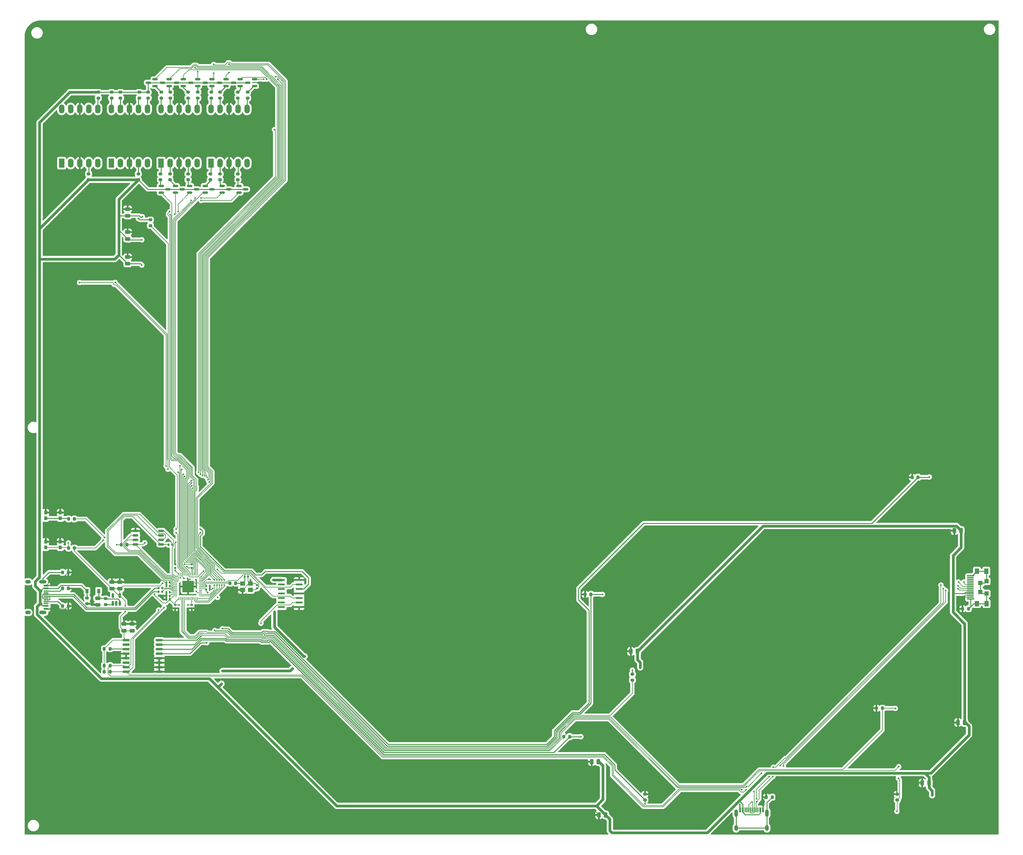
<source format=gbl>
%TF.GenerationSoftware,KiCad,Pcbnew,(6.0.4)*%
%TF.CreationDate,2022-05-26T23:51:57-07:00*%
%TF.ProjectId,top_L,746f705f-4c2e-46b6-9963-61645f706362,rev?*%
%TF.SameCoordinates,Original*%
%TF.FileFunction,Copper,L2,Bot*%
%TF.FilePolarity,Positive*%
%FSLAX46Y46*%
G04 Gerber Fmt 4.6, Leading zero omitted, Abs format (unit mm)*
G04 Created by KiCad (PCBNEW (6.0.4)) date 2022-05-26 23:51:57*
%MOMM*%
%LPD*%
G01*
G04 APERTURE LIST*
G04 Aperture macros list*
%AMRoundRect*
0 Rectangle with rounded corners*
0 $1 Rounding radius*
0 $2 $3 $4 $5 $6 $7 $8 $9 X,Y pos of 4 corners*
0 Add a 4 corners polygon primitive as box body*
4,1,4,$2,$3,$4,$5,$6,$7,$8,$9,$2,$3,0*
0 Add four circle primitives for the rounded corners*
1,1,$1+$1,$2,$3*
1,1,$1+$1,$4,$5*
1,1,$1+$1,$6,$7*
1,1,$1+$1,$8,$9*
0 Add four rect primitives between the rounded corners*
20,1,$1+$1,$2,$3,$4,$5,0*
20,1,$1+$1,$4,$5,$6,$7,0*
20,1,$1+$1,$6,$7,$8,$9,0*
20,1,$1+$1,$8,$9,$2,$3,0*%
G04 Aperture macros list end*
%TA.AperFunction,ComponentPad*%
%ADD10R,1.524000X2.524000*%
%TD*%
%TA.AperFunction,ComponentPad*%
%ADD11O,1.524000X2.524000*%
%TD*%
%TA.AperFunction,SMDPad,CuDef*%
%ADD12RoundRect,0.200000X0.200000X0.275000X-0.200000X0.275000X-0.200000X-0.275000X0.200000X-0.275000X0*%
%TD*%
%TA.AperFunction,SMDPad,CuDef*%
%ADD13RoundRect,0.140000X0.170000X-0.140000X0.170000X0.140000X-0.170000X0.140000X-0.170000X-0.140000X0*%
%TD*%
%TA.AperFunction,SMDPad,CuDef*%
%ADD14RoundRect,0.200000X-0.275000X0.200000X-0.275000X-0.200000X0.275000X-0.200000X0.275000X0.200000X0*%
%TD*%
%TA.AperFunction,SMDPad,CuDef*%
%ADD15RoundRect,0.200000X0.275000X-0.200000X0.275000X0.200000X-0.275000X0.200000X-0.275000X-0.200000X0*%
%TD*%
%TA.AperFunction,SMDPad,CuDef*%
%ADD16RoundRect,0.140000X-0.140000X-0.170000X0.140000X-0.170000X0.140000X0.170000X-0.140000X0.170000X0*%
%TD*%
%TA.AperFunction,SMDPad,CuDef*%
%ADD17RoundRect,0.150000X0.587500X0.150000X-0.587500X0.150000X-0.587500X-0.150000X0.587500X-0.150000X0*%
%TD*%
%TA.AperFunction,SMDPad,CuDef*%
%ADD18RoundRect,0.200000X-0.200000X-0.275000X0.200000X-0.275000X0.200000X0.275000X-0.200000X0.275000X0*%
%TD*%
%TA.AperFunction,SMDPad,CuDef*%
%ADD19RoundRect,0.250000X0.475000X-0.250000X0.475000X0.250000X-0.475000X0.250000X-0.475000X-0.250000X0*%
%TD*%
%TA.AperFunction,SMDPad,CuDef*%
%ADD20RoundRect,0.140000X0.140000X0.170000X-0.140000X0.170000X-0.140000X-0.170000X0.140000X-0.170000X0*%
%TD*%
%TA.AperFunction,SMDPad,CuDef*%
%ADD21RoundRect,0.150000X-0.650000X-0.150000X0.650000X-0.150000X0.650000X0.150000X-0.650000X0.150000X0*%
%TD*%
%TA.AperFunction,SMDPad,CuDef*%
%ADD22RoundRect,0.150000X-0.587500X-0.150000X0.587500X-0.150000X0.587500X0.150000X-0.587500X0.150000X0*%
%TD*%
%TA.AperFunction,SMDPad,CuDef*%
%ADD23RoundRect,0.250000X-0.475000X0.250000X-0.475000X-0.250000X0.475000X-0.250000X0.475000X0.250000X0*%
%TD*%
%TA.AperFunction,SMDPad,CuDef*%
%ADD24RoundRect,0.250000X0.250000X0.475000X-0.250000X0.475000X-0.250000X-0.475000X0.250000X-0.475000X0*%
%TD*%
%TA.AperFunction,SMDPad,CuDef*%
%ADD25RoundRect,0.150000X0.875000X0.150000X-0.875000X0.150000X-0.875000X-0.150000X0.875000X-0.150000X0*%
%TD*%
%TA.AperFunction,SMDPad,CuDef*%
%ADD26R,1.450000X0.600000*%
%TD*%
%TA.AperFunction,SMDPad,CuDef*%
%ADD27R,1.450000X0.300000*%
%TD*%
%TA.AperFunction,ComponentPad*%
%ADD28O,2.100000X1.000000*%
%TD*%
%TA.AperFunction,ComponentPad*%
%ADD29O,1.600000X1.000000*%
%TD*%
%TA.AperFunction,SMDPad,CuDef*%
%ADD30RoundRect,0.050000X-0.050000X0.387500X-0.050000X-0.387500X0.050000X-0.387500X0.050000X0.387500X0*%
%TD*%
%TA.AperFunction,SMDPad,CuDef*%
%ADD31RoundRect,0.050000X-0.387500X0.050000X-0.387500X-0.050000X0.387500X-0.050000X0.387500X0.050000X0*%
%TD*%
%TA.AperFunction,SMDPad,CuDef*%
%ADD32RoundRect,0.144000X-1.456000X1.456000X-1.456000X-1.456000X1.456000X-1.456000X1.456000X1.456000X0*%
%TD*%
%TA.AperFunction,SMDPad,CuDef*%
%ADD33RoundRect,0.135000X-0.135000X-0.185000X0.135000X-0.185000X0.135000X0.185000X-0.135000X0.185000X0*%
%TD*%
%TA.AperFunction,SMDPad,CuDef*%
%ADD34R,0.900000X1.200000*%
%TD*%
%TA.AperFunction,SMDPad,CuDef*%
%ADD35RoundRect,0.150000X0.150000X-0.512500X0.150000X0.512500X-0.150000X0.512500X-0.150000X-0.512500X0*%
%TD*%
%TA.AperFunction,SMDPad,CuDef*%
%ADD36R,1.981200X0.558800*%
%TD*%
%TA.AperFunction,SMDPad,CuDef*%
%ADD37R,1.400000X1.200000*%
%TD*%
%TA.AperFunction,SMDPad,CuDef*%
%ADD38R,0.900000X1.000000*%
%TD*%
%TA.AperFunction,SMDPad,CuDef*%
%ADD39RoundRect,0.140000X-0.170000X0.140000X-0.170000X-0.140000X0.170000X-0.140000X0.170000X0.140000X0*%
%TD*%
%TA.AperFunction,SMDPad,CuDef*%
%ADD40R,1.825000X0.400000*%
%TD*%
%TA.AperFunction,SMDPad,CuDef*%
%ADD41R,1.200000X1.500000*%
%TD*%
%TA.AperFunction,SMDPad,CuDef*%
%ADD42R,2.012500X0.400000*%
%TD*%
%TA.AperFunction,SMDPad,CuDef*%
%ADD43R,1.200000X1.200000*%
%TD*%
%TA.AperFunction,SMDPad,CuDef*%
%ADD44R,0.600000X1.450000*%
%TD*%
%TA.AperFunction,SMDPad,CuDef*%
%ADD45R,0.300000X1.450000*%
%TD*%
%TA.AperFunction,ComponentPad*%
%ADD46O,1.000000X2.100000*%
%TD*%
%TA.AperFunction,ComponentPad*%
%ADD47O,1.000000X1.600000*%
%TD*%
%TA.AperFunction,ViaPad*%
%ADD48C,0.500000*%
%TD*%
%TA.AperFunction,Conductor*%
%ADD49C,0.200000*%
%TD*%
%TA.AperFunction,Conductor*%
%ADD50C,0.127000*%
%TD*%
%TA.AperFunction,Conductor*%
%ADD51C,0.250000*%
%TD*%
%TA.AperFunction,Conductor*%
%ADD52C,0.750000*%
%TD*%
G04 APERTURE END LIST*
D10*
X73920000Y-59620000D03*
D11*
X76460000Y-59620000D03*
X79000000Y-59620000D03*
X81540000Y-59620000D03*
X84080000Y-59620000D03*
X84080000Y-44380000D03*
X81540000Y-44380000D03*
X79000000Y-44380000D03*
X76460000Y-44380000D03*
X73920000Y-44380000D03*
D10*
X31920000Y-59620000D03*
D11*
X34460000Y-59620000D03*
X37000000Y-59620000D03*
X39540000Y-59620000D03*
X42080000Y-59620000D03*
X42080000Y-44380000D03*
X39540000Y-44380000D03*
X37000000Y-44380000D03*
X34460000Y-44380000D03*
X31920000Y-44380000D03*
D10*
X59920000Y-59620000D03*
D11*
X62460000Y-59620000D03*
X65000000Y-59620000D03*
X67540000Y-59620000D03*
X70080000Y-59620000D03*
X70080000Y-44380000D03*
X67540000Y-44380000D03*
X65000000Y-44380000D03*
X62460000Y-44380000D03*
X59920000Y-44380000D03*
D10*
X45920000Y-59620000D03*
D11*
X48460000Y-59620000D03*
X51000000Y-59620000D03*
X53540000Y-59620000D03*
X56080000Y-59620000D03*
X56080000Y-44380000D03*
X53540000Y-44380000D03*
X51000000Y-44380000D03*
X48460000Y-44380000D03*
X45920000Y-44380000D03*
D12*
X45575000Y-196250000D03*
X43925000Y-196250000D03*
D13*
X63900000Y-173480000D03*
X63900000Y-172520000D03*
D14*
X192500000Y-203425000D03*
X192500000Y-205075000D03*
D15*
X60000000Y-41325000D03*
X60000000Y-39675000D03*
D14*
X76500000Y-62675000D03*
X76500000Y-64325000D03*
D16*
X72620000Y-178600000D03*
X73580000Y-178600000D03*
D15*
X81500000Y-41325000D03*
X81500000Y-39675000D03*
D17*
X70187500Y-36050000D03*
X70187500Y-37950000D03*
X68312500Y-37000000D03*
D13*
X68500000Y-173480000D03*
X68500000Y-172520000D03*
D17*
X58187500Y-36050000D03*
X58187500Y-37950000D03*
X56312500Y-37000000D03*
D14*
X267000000Y-237175000D03*
X267000000Y-238825000D03*
D18*
X230175000Y-238000000D03*
X231825000Y-238000000D03*
D16*
X62020000Y-167000000D03*
X62980000Y-167000000D03*
X83420000Y-176000000D03*
X84380000Y-176000000D03*
D14*
X62400000Y-62675000D03*
X62400000Y-64325000D03*
D19*
X50500000Y-74450000D03*
X50500000Y-72550000D03*
D20*
X62380000Y-178600000D03*
X61420000Y-178600000D03*
D21*
X52700000Y-166905000D03*
X52700000Y-165635000D03*
X52700000Y-164365000D03*
X52700000Y-163095000D03*
X59900000Y-163095000D03*
X59900000Y-164365000D03*
X59900000Y-165635000D03*
X59900000Y-166905000D03*
D22*
X81812500Y-67950000D03*
X81812500Y-66050000D03*
X83687500Y-67000000D03*
D20*
X62380000Y-177600000D03*
X61420000Y-177600000D03*
D14*
X196000000Y-237175000D03*
X196000000Y-238825000D03*
D18*
X285395000Y-185000000D03*
X287045000Y-185000000D03*
D23*
X42100000Y-182050000D03*
X42100000Y-183950000D03*
D24*
X284950000Y-163000000D03*
X283050000Y-163000000D03*
X193950000Y-197000000D03*
X192050000Y-197000000D03*
D25*
X59400000Y-193805000D03*
X59400000Y-195075000D03*
X59400000Y-196345000D03*
X59400000Y-197615000D03*
X59400000Y-198885000D03*
X59400000Y-200155000D03*
X59400000Y-201425000D03*
X59400000Y-202695000D03*
X50100000Y-202695000D03*
X50100000Y-201425000D03*
X50100000Y-200155000D03*
X50100000Y-198885000D03*
X50100000Y-197615000D03*
X50100000Y-196345000D03*
X50100000Y-195075000D03*
X50100000Y-193805000D03*
D15*
X48500000Y-41325000D03*
X48500000Y-39675000D03*
D19*
X49500000Y-191200000D03*
X49500000Y-189300000D03*
D14*
X73750000Y-62675000D03*
X73750000Y-64325000D03*
D16*
X72620000Y-179600000D03*
X73580000Y-179600000D03*
D26*
X27545000Y-185000000D03*
X27545000Y-184200000D03*
D27*
X27545000Y-183000000D03*
X27545000Y-182000000D03*
X27545000Y-181500000D03*
X27545000Y-180500000D03*
D26*
X27545000Y-179300000D03*
X27545000Y-178500000D03*
X27545000Y-178500000D03*
X27545000Y-179300000D03*
D27*
X27545000Y-180000000D03*
X27545000Y-181000000D03*
X27545000Y-182500000D03*
X27545000Y-183500000D03*
D26*
X27545000Y-184200000D03*
X27545000Y-185000000D03*
D28*
X26630000Y-177430000D03*
X26630000Y-186070000D03*
D29*
X22450000Y-177430000D03*
X22450000Y-186070000D03*
D18*
X43925000Y-201000000D03*
X45575000Y-201000000D03*
D14*
X59750000Y-62675000D03*
X59750000Y-64325000D03*
D18*
X261175000Y-213000000D03*
X262825000Y-213000000D03*
D30*
X64900000Y-175312500D03*
X65300000Y-175312500D03*
X65700000Y-175312500D03*
X66100000Y-175312500D03*
X66500000Y-175312500D03*
X66900000Y-175312500D03*
X67300000Y-175312500D03*
X67700000Y-175312500D03*
X68100000Y-175312500D03*
X68500000Y-175312500D03*
X68900000Y-175312500D03*
X69300000Y-175312500D03*
X69700000Y-175312500D03*
X70100000Y-175312500D03*
D31*
X70937500Y-176150000D03*
X70937500Y-176550000D03*
X70937500Y-176950000D03*
X70937500Y-177350000D03*
X70937500Y-177750000D03*
X70937500Y-178150000D03*
X70937500Y-178550000D03*
X70937500Y-178950000D03*
X70937500Y-179350000D03*
X70937500Y-179750000D03*
X70937500Y-180150000D03*
X70937500Y-180550000D03*
X70937500Y-180950000D03*
X70937500Y-181350000D03*
D30*
X70100000Y-182187500D03*
X69700000Y-182187500D03*
X69300000Y-182187500D03*
X68900000Y-182187500D03*
X68500000Y-182187500D03*
X68100000Y-182187500D03*
X67700000Y-182187500D03*
X67300000Y-182187500D03*
X66900000Y-182187500D03*
X66500000Y-182187500D03*
X66100000Y-182187500D03*
X65700000Y-182187500D03*
X65300000Y-182187500D03*
X64900000Y-182187500D03*
D31*
X64062500Y-181350000D03*
X64062500Y-180950000D03*
X64062500Y-180550000D03*
X64062500Y-180150000D03*
X64062500Y-179750000D03*
X64062500Y-179350000D03*
X64062500Y-178950000D03*
X64062500Y-178550000D03*
X64062500Y-178150000D03*
X64062500Y-177750000D03*
X64062500Y-177350000D03*
X64062500Y-176950000D03*
X64062500Y-176550000D03*
X64062500Y-176150000D03*
D32*
X67500000Y-178750000D03*
D14*
X53500000Y-62675000D03*
X53500000Y-64325000D03*
D12*
X33825000Y-184250000D03*
X32175000Y-184250000D03*
X35525000Y-167950000D03*
X33875000Y-167950000D03*
X35525000Y-159750000D03*
X33875000Y-159750000D03*
D24*
X285950000Y-217000000D03*
X284050000Y-217000000D03*
D15*
X76500000Y-41325000D03*
X76500000Y-39675000D03*
X70250000Y-41325000D03*
X70250000Y-39675000D03*
D20*
X62380000Y-182400000D03*
X61420000Y-182400000D03*
D18*
X173175000Y-221000000D03*
X174825000Y-221000000D03*
D22*
X63962500Y-67950000D03*
X63962500Y-66050000D03*
X65837500Y-67000000D03*
D20*
X62380000Y-180400000D03*
X61420000Y-180400000D03*
D22*
X67962500Y-67950000D03*
X67962500Y-66050000D03*
X69837500Y-67000000D03*
D15*
X44300000Y-183825000D03*
X44300000Y-182175000D03*
D18*
X48675000Y-167000000D03*
X50325000Y-167000000D03*
D14*
X81500000Y-62675000D03*
X81500000Y-64325000D03*
D24*
X184950000Y-243000000D03*
X183050000Y-243000000D03*
D33*
X59190000Y-180200000D03*
X60210000Y-180200000D03*
D15*
X67500000Y-41325000D03*
X67500000Y-39675000D03*
D14*
X39100000Y-181975000D03*
X39100000Y-183625000D03*
D34*
X42350000Y-180000000D03*
X39050000Y-180000000D03*
D18*
X79275000Y-177800000D03*
X80925000Y-177800000D03*
D19*
X50500000Y-87950000D03*
X50500000Y-86050000D03*
D18*
X43925000Y-202750000D03*
X45575000Y-202750000D03*
D35*
X48250000Y-183537500D03*
X47300000Y-183537500D03*
X46350000Y-183537500D03*
X46350000Y-181262500D03*
X48250000Y-181262500D03*
D22*
X72312500Y-67950000D03*
X72312500Y-66050000D03*
X74187500Y-67000000D03*
D19*
X51750000Y-191200000D03*
X51750000Y-189300000D03*
D36*
X98713800Y-176940000D03*
X98713800Y-178210000D03*
X98713800Y-179480000D03*
X98713800Y-180750000D03*
X98713800Y-182020000D03*
X98713800Y-183290000D03*
X98713800Y-184560000D03*
X93786200Y-184560000D03*
X93786200Y-183290000D03*
X93786200Y-182020000D03*
X93786200Y-180750000D03*
X93786200Y-179480000D03*
X93786200Y-178210000D03*
X93786200Y-176940000D03*
D17*
X78187500Y-36050000D03*
X78187500Y-37950000D03*
X76312500Y-37000000D03*
D24*
X182950000Y-228000000D03*
X181050000Y-228000000D03*
D15*
X56250000Y-41325000D03*
X56250000Y-39675000D03*
D37*
X85000000Y-179650000D03*
X82800000Y-179650000D03*
X82800000Y-177950000D03*
X85000000Y-177950000D03*
D15*
X46000000Y-41325000D03*
X46000000Y-39675000D03*
D38*
X27450000Y-157950000D03*
X31550000Y-157950000D03*
X31550000Y-159550000D03*
X27450000Y-159550000D03*
X31550000Y-166150000D03*
X27450000Y-166150000D03*
X31550000Y-167750000D03*
X27450000Y-167750000D03*
D39*
X68500000Y-183920000D03*
X68500000Y-184880000D03*
D15*
X84250000Y-41325000D03*
X84250000Y-39675000D03*
D14*
X67500000Y-62675000D03*
X67500000Y-64325000D03*
D17*
X62187500Y-36050000D03*
X62187500Y-37950000D03*
X60312500Y-37000000D03*
D15*
X53750000Y-41325000D03*
X53750000Y-39675000D03*
D17*
X66187500Y-36050000D03*
X66187500Y-37950000D03*
X64312500Y-37000000D03*
D19*
X46100000Y-179350000D03*
X46100000Y-177450000D03*
D18*
X179175000Y-180950000D03*
X180825000Y-180950000D03*
D17*
X86187500Y-36050000D03*
X86187500Y-37950000D03*
X84312500Y-37000000D03*
D14*
X56900000Y-75575000D03*
X56900000Y-77225000D03*
D17*
X82187500Y-36050000D03*
X82187500Y-37950000D03*
X80312500Y-37000000D03*
D12*
X33825000Y-174750000D03*
X32175000Y-174750000D03*
D40*
X287560000Y-181750000D03*
X287560000Y-180250000D03*
X287560000Y-179750000D03*
X287560000Y-179250000D03*
X287560000Y-178750000D03*
X287560000Y-177250000D03*
X287560000Y-176750000D03*
X287560000Y-176250000D03*
X287560000Y-177750000D03*
X287560000Y-178250000D03*
X287560000Y-180750000D03*
X287560000Y-181250000D03*
D41*
X292060000Y-174450000D03*
D42*
X287660000Y-175750000D03*
D41*
X289460000Y-183550000D03*
D43*
X292110000Y-177250000D03*
D41*
X292110000Y-183550000D03*
D43*
X290360000Y-180250000D03*
D42*
X287653750Y-182250000D03*
D41*
X289410000Y-174450000D03*
D43*
X290360000Y-177750000D03*
X292110000Y-180750000D03*
D24*
X275950000Y-234000000D03*
X274050000Y-234000000D03*
D33*
X59190000Y-179200000D03*
X60210000Y-179200000D03*
D14*
X39500000Y-62675000D03*
X39500000Y-64325000D03*
D19*
X48300000Y-179350000D03*
X48300000Y-177450000D03*
D39*
X63900000Y-183920000D03*
X63900000Y-184880000D03*
D15*
X74000000Y-41325000D03*
X74000000Y-39675000D03*
D13*
X86900000Y-179280000D03*
X86900000Y-178320000D03*
D22*
X59962500Y-67950000D03*
X59962500Y-66050000D03*
X61837500Y-67000000D03*
D15*
X62500000Y-41325000D03*
X62500000Y-39675000D03*
D19*
X50500000Y-80950000D03*
X50500000Y-79050000D03*
D44*
X229250000Y-241585000D03*
X228450000Y-241585000D03*
D45*
X227250000Y-241585000D03*
X226250000Y-241585000D03*
X225750000Y-241585000D03*
X224750000Y-241585000D03*
D44*
X223550000Y-241585000D03*
X222750000Y-241585000D03*
X222750000Y-241585000D03*
X223550000Y-241585000D03*
D45*
X224250000Y-241585000D03*
X225250000Y-241585000D03*
X226750000Y-241585000D03*
X227750000Y-241585000D03*
D44*
X228450000Y-241585000D03*
X229250000Y-241585000D03*
D46*
X230320000Y-242500000D03*
D47*
X221680000Y-246680000D03*
D46*
X221680000Y-242500000D03*
D47*
X230320000Y-246680000D03*
D15*
X42250000Y-41325000D03*
X42250000Y-39675000D03*
D22*
X77062500Y-67950000D03*
X77062500Y-66050000D03*
X78937500Y-67000000D03*
D12*
X33825000Y-179250000D03*
X32175000Y-179250000D03*
D18*
X271175000Y-148000000D03*
X272825000Y-148000000D03*
D20*
X62380000Y-181400000D03*
X61420000Y-181400000D03*
D17*
X74187500Y-36050000D03*
X74187500Y-37950000D03*
X72312500Y-37000000D03*
D48*
X62380000Y-177600000D03*
X73000000Y-180450000D03*
X62380000Y-180400000D03*
X199250000Y-226250000D03*
X47600000Y-197500000D03*
X218000000Y-175750000D03*
X29400000Y-170700000D03*
X181400000Y-242100000D03*
X58750000Y-132000000D03*
X182500000Y-172250000D03*
X40575000Y-183625000D03*
X35500000Y-179400000D03*
X204250000Y-239000000D03*
X284400000Y-218900000D03*
X181400000Y-238600000D03*
X183500000Y-245600000D03*
X53600000Y-66000000D03*
X53500000Y-85700000D03*
X56400000Y-186500000D03*
X263750000Y-196250000D03*
X179300000Y-228000000D03*
X59200000Y-181400000D03*
X196750000Y-229000000D03*
X53500000Y-78800000D03*
X84250000Y-47750000D03*
X181500000Y-230700000D03*
X35600000Y-177100000D03*
X57300000Y-182700000D03*
X68000000Y-176700000D03*
X83500000Y-200750000D03*
X287800000Y-165100000D03*
X29450000Y-166150000D03*
X67250000Y-132000000D03*
X67250000Y-206500000D03*
X54500000Y-172600000D03*
X46900000Y-192100000D03*
X267000000Y-199250000D03*
X29000000Y-178300000D03*
X222743767Y-240086233D03*
X75750000Y-132000000D03*
X192300000Y-199300000D03*
X97700000Y-173200000D03*
X24000000Y-82250000D03*
X67250000Y-202000000D03*
X89900000Y-188600000D03*
X283000000Y-165100000D03*
X23400000Y-178500000D03*
X52500000Y-76100000D03*
X76900000Y-181000000D03*
X29500000Y-162500000D03*
X49600000Y-187900000D03*
X74400000Y-179300000D03*
X212750000Y-175750000D03*
X29550000Y-157950000D03*
X55700000Y-177100000D03*
X58500000Y-188800000D03*
X230200000Y-236500000D03*
X27500000Y-82250000D03*
X83500000Y-205750000D03*
X64000000Y-166300000D03*
X62400000Y-166000000D03*
X66500000Y-172520000D03*
X246500000Y-159750000D03*
X246500000Y-163250000D03*
X35000000Y-182600000D03*
X47300000Y-183600000D03*
X274300000Y-235500000D03*
X202250000Y-237000000D03*
X63900000Y-171600000D03*
X53500000Y-72200000D03*
X55700000Y-179900000D03*
X57600000Y-169700000D03*
X97800000Y-175600000D03*
X75400000Y-182800000D03*
X184000000Y-174250000D03*
X93800000Y-188500000D03*
X56600000Y-165800000D03*
X97250000Y-47750000D03*
X73700000Y-176800000D03*
X179300000Y-224900000D03*
X64950000Y-183950000D03*
X63900000Y-174300000D03*
X62380000Y-178600000D03*
X67200000Y-173200000D03*
X58050000Y-180850000D03*
X43650000Y-165700000D03*
X75800000Y-181800000D03*
X49800000Y-184150000D03*
X49800000Y-185850000D03*
X67450000Y-183950000D03*
X60350000Y-177800000D03*
X47450000Y-167000000D03*
X72620000Y-178600000D03*
X284860000Y-167740000D03*
X186200000Y-247410000D03*
X194720000Y-201450000D03*
X76900000Y-206100000D03*
X184160000Y-232480000D03*
X54500000Y-88300000D03*
X54600000Y-74700000D03*
X91500000Y-176900000D03*
X96900000Y-201800000D03*
X276810000Y-237430000D03*
X286690000Y-221010000D03*
X100300000Y-198400000D03*
X77200000Y-202500000D03*
X54500000Y-81200000D03*
X91800000Y-185900000D03*
X75730000Y-173910000D03*
X71800000Y-174450000D03*
X284220000Y-177510000D03*
X226710000Y-236390000D03*
X228830000Y-231250000D03*
X279300000Y-178330000D03*
X232140000Y-229590000D03*
X224570000Y-235030000D03*
X59222682Y-185381743D03*
X284050000Y-179320000D03*
X232020000Y-232180000D03*
X66350000Y-176450000D03*
X234970000Y-229190000D03*
X280640000Y-179880000D03*
X227410000Y-239280000D03*
X224470000Y-235890000D03*
X73125000Y-148725000D03*
X89625000Y-36000000D03*
X68500000Y-150425000D03*
X92700000Y-36000000D03*
X66125000Y-147175000D03*
X70975000Y-147150000D03*
X88727930Y-36038145D03*
X73425000Y-149400000D03*
X68750000Y-151100000D03*
X92050000Y-35300000D03*
X66525000Y-147750000D03*
X69475000Y-32825000D03*
X71549723Y-147513233D03*
X70200000Y-33900000D03*
X74900000Y-178350000D03*
X74900000Y-176900000D03*
X71150000Y-70125000D03*
X68355937Y-70160075D03*
X62335613Y-73304894D03*
X64688974Y-73271380D03*
X71175000Y-69450000D03*
X69425000Y-69450000D03*
X75600000Y-178350000D03*
X75600000Y-176900000D03*
X62450000Y-74100000D03*
X63704176Y-74036506D03*
X76300000Y-176900000D03*
X76300000Y-178350000D03*
X77000000Y-178350000D03*
X79010000Y-34150000D03*
X77000000Y-176900000D03*
X79000000Y-31810000D03*
X77700000Y-176900000D03*
X74720000Y-34290000D03*
X77700000Y-178350000D03*
X74710000Y-31860000D03*
X68425000Y-148975000D03*
X72250000Y-147625000D03*
X72825460Y-148062351D03*
X68450000Y-149675000D03*
X55300000Y-166450000D03*
X44050000Y-165000000D03*
X53500000Y-75200000D03*
X192500000Y-202280000D03*
X33850000Y-166500000D03*
X69800000Y-180100000D03*
X184060000Y-180960000D03*
X74993767Y-191143767D03*
X71150000Y-192750000D03*
X178000000Y-221020000D03*
X196000000Y-239850000D03*
X77150000Y-190650000D03*
X72750000Y-194560000D03*
X276010000Y-147950000D03*
X266450000Y-213020000D03*
X267420000Y-229430000D03*
X266920000Y-242020000D03*
X267330000Y-232700000D03*
X64100000Y-162600000D03*
X70900000Y-162600000D03*
X223250000Y-235930000D03*
X60750000Y-184700000D03*
X284070000Y-178530000D03*
X231040000Y-232170000D03*
X234060000Y-229170000D03*
X227438156Y-238427572D03*
X279910000Y-179330000D03*
X226200000Y-239380000D03*
X65300000Y-176300000D03*
X70450000Y-146625000D03*
X91823500Y-50200000D03*
X64725000Y-146625000D03*
X61300000Y-144800000D03*
X65250000Y-144800000D03*
X36975000Y-93225000D03*
X47000000Y-93200000D03*
X61850000Y-145750000D03*
X65754240Y-145800018D03*
X88000000Y-189100000D03*
X89004993Y-192350500D03*
X64100000Y-163600000D03*
X71000000Y-163600000D03*
X285770000Y-177470000D03*
D49*
X72620000Y-180070000D02*
X73000000Y-180450000D01*
X64062500Y-180550000D02*
X62530000Y-180550000D01*
X70937500Y-179350000D02*
X72370000Y-179350000D01*
X62530000Y-180550000D02*
X62380000Y-180400000D01*
X72620000Y-179600000D02*
X72620000Y-180070000D01*
X63200000Y-178550000D02*
X64062500Y-178550000D01*
X72370000Y-179350000D02*
X72620000Y-179600000D01*
X62380000Y-177730000D02*
X63200000Y-178550000D01*
X62380000Y-177600000D02*
X62380000Y-177730000D01*
D50*
X84380000Y-176000000D02*
X84380000Y-177330000D01*
D49*
X285390000Y-184995000D02*
X285390000Y-181770000D01*
D50*
X229250000Y-240955000D02*
X229250000Y-238925000D01*
D49*
X183050000Y-243000000D02*
X183050000Y-245150000D01*
D50*
X27545000Y-178500000D02*
X28200000Y-177845000D01*
D49*
X285655000Y-181505000D02*
X285910000Y-181250000D01*
X70937500Y-177750000D02*
X71650000Y-177750000D01*
X183050000Y-243000000D02*
X182150000Y-242100000D01*
D50*
X82800000Y-179650000D02*
X82900000Y-179650000D01*
D49*
X70937500Y-177750000D02*
X68500000Y-177750000D01*
D50*
X55700000Y-177100000D02*
X58700000Y-177100000D01*
D49*
X68500000Y-177750000D02*
X67500000Y-178750000D01*
D50*
X27545000Y-178500000D02*
X28800000Y-178500000D01*
D49*
X27450000Y-166150000D02*
X31550000Y-166150000D01*
X54500000Y-172600000D02*
X49650000Y-177450000D01*
D50*
X61420000Y-181400000D02*
X59200000Y-181400000D01*
D49*
X230200000Y-236500000D02*
X230200000Y-237975000D01*
D50*
X84380000Y-177330000D02*
X85000000Y-177950000D01*
D49*
X71650000Y-177750000D02*
X72300000Y-177100000D01*
X47715000Y-197615000D02*
X47600000Y-197500000D01*
D50*
X28200000Y-177845000D02*
X28200000Y-176300000D01*
D49*
X39100000Y-183625000D02*
X41775000Y-183625000D01*
X222750000Y-240092466D02*
X222743767Y-240086233D01*
D50*
X28700000Y-175800000D02*
X32775000Y-175800000D01*
X229250000Y-238925000D02*
X230175000Y-238000000D01*
D49*
X68500000Y-172520000D02*
X66500000Y-172520000D01*
D50*
X49500000Y-189300000D02*
X51750000Y-189300000D01*
D49*
X222750000Y-241055000D02*
X222750000Y-240092466D01*
X63900000Y-166400000D02*
X64000000Y-166300000D01*
D50*
X33025480Y-185049520D02*
X33825000Y-184250000D01*
D49*
X173175000Y-221000000D02*
X173175000Y-220925000D01*
X287560000Y-181750000D02*
X285900000Y-181750000D01*
D50*
X73580000Y-178600000D02*
X73580000Y-179600000D01*
X58700000Y-177100000D02*
X58800000Y-177000000D01*
X27594520Y-185049520D02*
X33025480Y-185049520D01*
D49*
X50100000Y-197615000D02*
X50100000Y-198885000D01*
D50*
X58800000Y-177000000D02*
X60400000Y-177000000D01*
D49*
X57200000Y-166400000D02*
X57450000Y-166650000D01*
D50*
X49500000Y-189300000D02*
X49500000Y-188000000D01*
X28800000Y-178500000D02*
X29000000Y-178300000D01*
X82900000Y-179650000D02*
X84600000Y-177950000D01*
D49*
X41775000Y-183625000D02*
X42100000Y-183950000D01*
X173175000Y-220925000D02*
X175300000Y-218800000D01*
X52700000Y-163095000D02*
X53895000Y-163095000D01*
X72600000Y-176800000D02*
X73700000Y-176800000D01*
X50100000Y-197615000D02*
X47715000Y-197615000D01*
X62980000Y-166580000D02*
X62400000Y-166000000D01*
D50*
X27545000Y-185000000D02*
X27594520Y-185049520D01*
D49*
X27450000Y-157950000D02*
X31550000Y-157950000D01*
D50*
X28200000Y-176300000D02*
X28700000Y-175800000D01*
D49*
X63900000Y-171600000D02*
X63900000Y-166400000D01*
X230200000Y-237975000D02*
X230175000Y-238000000D01*
X62980000Y-167000000D02*
X62980000Y-166580000D01*
D50*
X60400000Y-177000000D02*
X61000000Y-177600000D01*
X86530000Y-177950000D02*
X86900000Y-178320000D01*
D49*
X283000000Y-163050000D02*
X283000000Y-165100000D01*
D50*
X61420000Y-178600000D02*
X61420000Y-177600000D01*
D49*
X285390000Y-181770000D02*
X285655000Y-181505000D01*
X57600000Y-166800000D02*
X57600000Y-169700000D01*
X57450000Y-166650000D02*
X57600000Y-166800000D01*
D50*
X49500000Y-188000000D02*
X49600000Y-187900000D01*
X34075000Y-177100000D02*
X35600000Y-177100000D01*
D49*
X63900000Y-171600000D02*
X63900000Y-172520000D01*
D50*
X61420000Y-180400000D02*
X61420000Y-181400000D01*
D49*
X285910000Y-181250000D02*
X287560000Y-181250000D01*
X285900000Y-181750000D02*
X285655000Y-181505000D01*
D50*
X61420000Y-181400000D02*
X61420000Y-182400000D01*
X84600000Y-177950000D02*
X85000000Y-177950000D01*
X73580000Y-179600000D02*
X74100000Y-179600000D01*
X61000000Y-177600000D02*
X61420000Y-177600000D01*
D49*
X183050000Y-245150000D02*
X183500000Y-245600000D01*
D50*
X74100000Y-179600000D02*
X74400000Y-179300000D01*
D49*
X182150000Y-242100000D02*
X181400000Y-242100000D01*
X53895000Y-163095000D02*
X57200000Y-166400000D01*
X59400000Y-198885000D02*
X59400000Y-202695000D01*
X285395000Y-185000000D02*
X285390000Y-184995000D01*
D50*
X32775000Y-175800000D02*
X34075000Y-177100000D01*
D49*
X283050000Y-163000000D02*
X283000000Y-163050000D01*
X72300000Y-177100000D02*
X72600000Y-176800000D01*
X181050000Y-228000000D02*
X179300000Y-228000000D01*
D50*
X85000000Y-177950000D02*
X86530000Y-177950000D01*
X32775000Y-175800000D02*
X33825000Y-174750000D01*
D49*
X49650000Y-177450000D02*
X48300000Y-177450000D01*
D50*
X43925000Y-201000000D02*
X43925000Y-202750000D01*
D49*
X68500000Y-175312500D02*
X68500000Y-173480000D01*
X68470000Y-183950000D02*
X68500000Y-183920000D01*
X49800000Y-182812500D02*
X49800000Y-184150000D01*
X58050000Y-181100000D02*
X58050000Y-180850000D01*
X63900000Y-183920000D02*
X62380000Y-182400000D01*
X49635250Y-159026520D02*
X48675000Y-159986770D01*
D50*
X49500000Y-191200000D02*
X51750000Y-191200000D01*
X62380000Y-181400000D02*
X62380000Y-182400000D01*
X61925000Y-166905000D02*
X62020000Y-167000000D01*
D49*
X51959041Y-159026520D02*
X49635250Y-159026520D01*
X64062500Y-180950000D02*
X62830000Y-180950000D01*
X63900000Y-183920000D02*
X64920000Y-183920000D01*
X49100000Y-178550000D02*
X48300000Y-179350000D01*
X62380000Y-182400000D02*
X61330000Y-183450000D01*
D50*
X48250000Y-181262500D02*
X48012500Y-181262500D01*
D49*
X67450000Y-183950000D02*
X68470000Y-183950000D01*
X60400000Y-183450000D02*
X58050000Y-181100000D01*
X63900000Y-183187500D02*
X64900000Y-182187500D01*
X63360150Y-179350000D02*
X62610150Y-178600000D01*
X62830000Y-180950000D02*
X62380000Y-181400000D01*
X68500000Y-182187500D02*
X68500000Y-183920000D01*
D50*
X46370000Y-193805000D02*
X50100000Y-193805000D01*
X59900000Y-166905000D02*
X61925000Y-166905000D01*
X46100000Y-179350000D02*
X48300000Y-179350000D01*
D49*
X59837521Y-166905000D02*
X51959041Y-159026520D01*
X41400000Y-167950000D02*
X35525000Y-167950000D01*
X59900000Y-166905000D02*
X59837521Y-166905000D01*
X48548480Y-190248480D02*
X49500000Y-191200000D01*
X43650000Y-165700000D02*
X41400000Y-167950000D01*
D50*
X43925000Y-196250000D02*
X43925000Y-201000000D01*
D49*
X63430000Y-181350000D02*
X62380000Y-182400000D01*
X63900000Y-174312500D02*
X63900000Y-173480000D01*
X63900000Y-183920000D02*
X63900000Y-183187500D01*
X64062500Y-181350000D02*
X63430000Y-181350000D01*
D50*
X62020000Y-167000000D02*
X62020000Y-166993070D01*
X43925000Y-196250000D02*
X46370000Y-193805000D01*
D49*
X64920000Y-183920000D02*
X64950000Y-183950000D01*
D50*
X48250000Y-181262500D02*
X48250000Y-179400000D01*
D49*
X60350000Y-177800000D02*
X59600000Y-178550000D01*
X64062500Y-179350000D02*
X63360150Y-179350000D01*
X59600000Y-178550000D02*
X49100000Y-178550000D01*
X64900000Y-175312500D02*
X63900000Y-174312500D01*
X48675000Y-159986770D02*
X48675000Y-167000000D01*
X62610150Y-178600000D02*
X62380000Y-178600000D01*
D50*
X49500000Y-193205000D02*
X50100000Y-193805000D01*
D49*
X48675000Y-167000000D02*
X47450000Y-167000000D01*
X48250000Y-181262500D02*
X49800000Y-182812500D01*
D50*
X48250000Y-179400000D02*
X48300000Y-179350000D01*
D49*
X67480000Y-173480000D02*
X68500000Y-173480000D01*
X72270000Y-178950000D02*
X72620000Y-178600000D01*
X64062500Y-178950000D02*
X62960150Y-178950000D01*
X61330000Y-183450000D02*
X60400000Y-183450000D01*
D50*
X49500000Y-191200000D02*
X49500000Y-193205000D01*
X35525000Y-168775000D02*
X35525000Y-167950000D01*
D49*
X70937500Y-178950000D02*
X72270000Y-178950000D01*
D50*
X48012500Y-181262500D02*
X46100000Y-179350000D01*
D49*
X48548480Y-187101520D02*
X48548480Y-190248480D01*
X62960150Y-178950000D02*
X62610150Y-178600000D01*
X49800000Y-185850000D02*
X48548480Y-187101520D01*
D50*
X46100000Y-179350000D02*
X35525000Y-168775000D01*
D49*
X67200000Y-173200000D02*
X67480000Y-173480000D01*
D51*
X44374520Y-182249520D02*
X47749520Y-182249520D01*
X47749520Y-182249520D02*
X48250000Y-182750000D01*
X42350000Y-181800000D02*
X42100000Y-182050000D01*
X42100000Y-182050000D02*
X44175000Y-182050000D01*
X44300000Y-182175000D02*
X44374520Y-182249520D01*
X42350000Y-180000000D02*
X42350000Y-181800000D01*
X44175000Y-182050000D02*
X44300000Y-182175000D01*
X48250000Y-182750000D02*
X48250000Y-183537500D01*
D52*
X286180000Y-217000000D02*
X285950000Y-217000000D01*
X48000000Y-85450000D02*
X48000000Y-69825000D01*
D51*
X42250000Y-39675000D02*
X53750000Y-39675000D01*
X53750000Y-39675000D02*
X56250000Y-39675000D01*
X223550000Y-242250000D02*
X223550000Y-241585000D01*
D52*
X91800000Y-190220730D02*
X91800000Y-185900000D01*
D51*
X26720978Y-179300000D02*
X27545000Y-179300000D01*
D52*
X100300000Y-198400000D02*
X99979270Y-198400000D01*
X76025000Y-206975000D02*
X76900000Y-206100000D01*
X194630000Y-200020000D02*
X194680000Y-200070000D01*
D51*
X26095969Y-179925009D02*
X26720978Y-179300000D01*
D52*
X25820969Y-180200009D02*
X25820969Y-183371696D01*
X184190000Y-238660000D02*
X184190000Y-229110000D01*
D51*
X56250000Y-37062500D02*
X56312500Y-37000000D01*
D52*
X77200000Y-202500000D02*
X96200000Y-202500000D01*
X75825000Y-206975000D02*
X76025000Y-206975000D01*
D51*
X223550000Y-240080000D02*
X222530200Y-239060200D01*
X223550000Y-241879022D02*
X223550000Y-241055000D01*
X31757737Y-178450480D02*
X37500480Y-178450480D01*
D52*
X194680000Y-200070000D02*
X194680000Y-200700000D01*
D51*
X53500000Y-64325000D02*
X52000000Y-65825000D01*
X27545000Y-179300000D02*
X30908217Y-179300000D01*
D52*
X99979270Y-198400000D02*
X94989635Y-193410365D01*
D51*
X27545000Y-184200000D02*
X26649273Y-184200000D01*
D52*
X229249520Y-161700480D02*
X193950000Y-197000000D01*
D51*
X53500000Y-64325000D02*
X56175000Y-67000000D01*
D52*
X25724521Y-78100479D02*
X25724521Y-48185355D01*
X93746200Y-176900000D02*
X93786200Y-176940000D01*
D51*
X48000000Y-74000000D02*
X48450000Y-74450000D01*
D52*
X274750000Y-231250000D02*
X275950000Y-232450000D01*
D51*
X61937500Y-67000000D02*
X83687500Y-67000000D01*
X39100000Y-181975000D02*
X39100000Y-180050000D01*
D52*
X276800000Y-236190000D02*
X276800000Y-237470000D01*
X25005480Y-186555480D02*
X43100000Y-204650000D01*
D51*
X282764511Y-180725489D02*
X285794511Y-180725489D01*
D52*
X25724521Y-48185355D02*
X34234876Y-39675000D01*
D51*
X228450000Y-240955000D02*
X228450000Y-241779022D01*
X50750000Y-81200000D02*
X54500000Y-81200000D01*
D52*
X183080000Y-228000000D02*
X182950000Y-228000000D01*
D51*
X30908217Y-179300000D02*
X31757737Y-178450480D01*
X223550000Y-241055000D02*
X223550000Y-240080000D01*
X26649273Y-184200000D02*
X26095969Y-183646696D01*
D52*
X194680000Y-200700000D02*
X194680000Y-201540000D01*
X46825479Y-86624521D02*
X48000000Y-85450000D01*
X193950000Y-197000000D02*
X193950000Y-199340000D01*
X96200000Y-202500000D02*
X96900000Y-201800000D01*
D51*
X54100000Y-74900000D02*
X54400000Y-74900000D01*
D52*
X275950000Y-235340000D02*
X276750000Y-236140000D01*
X25724521Y-86624521D02*
X25724521Y-78100479D01*
D51*
X56175000Y-67000000D02*
X61937500Y-67000000D01*
D52*
X25724521Y-78100479D02*
X39500000Y-64325000D01*
X230330400Y-231250000D02*
X274750000Y-231250000D01*
D51*
X48000000Y-85450000D02*
X50500000Y-87950000D01*
D52*
X24500000Y-178602827D02*
X24500000Y-177350000D01*
D51*
X54400000Y-74900000D02*
X54600000Y-74700000D01*
D52*
X94989635Y-193410365D02*
X91800000Y-190220730D01*
X285950000Y-189220000D02*
X282690000Y-185960000D01*
D51*
X54100000Y-74762518D02*
X54100000Y-74900000D01*
X285794511Y-180725489D02*
X287344511Y-180725489D01*
X54150000Y-87950000D02*
X54500000Y-88300000D01*
X61837500Y-67000000D02*
X65837500Y-67000000D01*
D52*
X25820969Y-183371696D02*
X26095969Y-183646696D01*
X186750000Y-248060000D02*
X213520400Y-248060000D01*
X26095969Y-183646696D02*
X25750477Y-183646696D01*
X25724521Y-176125479D02*
X25724521Y-86624521D01*
X26095969Y-179925009D02*
X25820969Y-180200009D01*
X284950000Y-167770000D02*
X284950000Y-163000000D01*
D51*
X222530200Y-239060200D02*
X222530200Y-239050200D01*
D52*
X213520400Y-248060000D02*
X222530200Y-239050200D01*
X186140000Y-247450000D02*
X186750000Y-248060000D01*
X275950000Y-234000000D02*
X275950000Y-235340000D01*
D51*
X48450000Y-74450000D02*
X50500000Y-74450000D01*
D52*
X276480000Y-231250000D02*
X287190000Y-220540000D01*
D51*
X282690000Y-180800000D02*
X282764511Y-180725489D01*
D52*
X26095969Y-179925009D02*
X25822182Y-179925009D01*
D51*
X56312500Y-37000000D02*
X84312500Y-37000000D01*
X50500000Y-80950000D02*
X48000000Y-78450000D01*
D52*
X25822182Y-179925009D02*
X24500000Y-178602827D01*
D51*
X53762971Y-74425489D02*
X54100000Y-74762518D01*
D52*
X184190000Y-229110000D02*
X183080000Y-228000000D01*
D51*
X50500000Y-87950000D02*
X54150000Y-87950000D01*
X50500000Y-80950000D02*
X50950000Y-81400000D01*
D52*
X184950000Y-243000000D02*
X186140000Y-244190000D01*
D51*
X224261030Y-242961030D02*
X223550000Y-242250000D01*
D52*
X24500000Y-177350000D02*
X25724521Y-176125479D01*
X73500000Y-204650000D02*
X75825000Y-206975000D01*
X193950000Y-199340000D02*
X194630000Y-200020000D01*
X282690000Y-170030000D02*
X284950000Y-167770000D01*
D51*
X50500000Y-80950000D02*
X50750000Y-81200000D01*
X227969697Y-242961030D02*
X224261030Y-242961030D01*
X286245489Y-180274511D02*
X287560000Y-180274511D01*
X50524511Y-74425489D02*
X53762971Y-74425489D01*
X183400000Y-228450000D02*
X182950000Y-228000000D01*
D52*
X91500000Y-176900000D02*
X93746200Y-176900000D01*
D51*
X69837500Y-67000000D02*
X65837500Y-67000000D01*
X37500480Y-178450480D02*
X39050000Y-180000000D01*
X50500000Y-74450000D02*
X50524511Y-74425489D01*
D52*
X186140000Y-244190000D02*
X186140000Y-247450000D01*
X276750000Y-236140000D02*
X276800000Y-236190000D01*
X25750477Y-183646696D02*
X25005480Y-184391693D01*
X75825000Y-206975000D02*
X109300000Y-240450000D01*
X48000000Y-69825000D02*
X53500000Y-64325000D01*
X25005480Y-184391693D02*
X25005480Y-186555480D01*
X282690000Y-180800000D02*
X282690000Y-170030000D01*
D51*
X56250000Y-39675000D02*
X56250000Y-37062500D01*
D52*
X43100000Y-204650000D02*
X73500000Y-204650000D01*
X34234876Y-39675000D02*
X42250000Y-39675000D01*
X39500000Y-64325000D02*
X53500000Y-64325000D01*
X287190000Y-218010000D02*
X286180000Y-217000000D01*
D51*
X228450000Y-241585000D02*
X228450000Y-242480727D01*
X228450000Y-242480727D02*
X227969697Y-242961030D01*
D52*
X222530200Y-239050200D02*
X230330400Y-231250000D01*
X284950000Y-163000000D02*
X283650480Y-161700480D01*
X285950000Y-217000000D02*
X285950000Y-189220000D01*
X182400000Y-240450000D02*
X184950000Y-243000000D01*
X109300000Y-240450000D02*
X182400000Y-240450000D01*
D51*
X39100000Y-180050000D02*
X39050000Y-180000000D01*
D52*
X287190000Y-220540000D02*
X287190000Y-218010000D01*
X25724521Y-86624521D02*
X46825479Y-86624521D01*
X274750000Y-231250000D02*
X276480000Y-231250000D01*
X283650480Y-161700480D02*
X229249520Y-161700480D01*
X182400000Y-240450000D02*
X184190000Y-238660000D01*
X275950000Y-232450000D02*
X275950000Y-234000000D01*
X282690000Y-185960000D02*
X282690000Y-180800000D01*
D51*
X285794511Y-180725489D02*
X286245489Y-180274511D01*
D49*
X87436520Y-178028183D02*
X84798817Y-175390480D01*
X71779893Y-178150000D02*
X70937500Y-178150000D01*
D50*
X86530000Y-179650000D02*
X86900000Y-179280000D01*
D49*
X81424520Y-177025480D02*
X78948000Y-177025480D01*
X78500000Y-177473480D02*
X72456413Y-177473480D01*
D50*
X85000000Y-179650000D02*
X86530000Y-179650000D01*
D49*
X87436520Y-178743480D02*
X87436520Y-178028183D01*
X72456413Y-177473480D02*
X71779893Y-178150000D01*
X78948000Y-177025480D02*
X78500000Y-177473480D01*
X84798817Y-175390480D02*
X83059520Y-175390480D01*
X86900000Y-179280000D02*
X87436520Y-178743480D01*
X83059520Y-175390480D02*
X81424520Y-177025480D01*
D51*
X83420000Y-177330000D02*
X82800000Y-177950000D01*
X83420000Y-176000000D02*
X83420000Y-177330000D01*
X82650000Y-177800000D02*
X82800000Y-177950000D01*
X80925000Y-177800000D02*
X82650000Y-177800000D01*
D49*
X67700000Y-175312500D02*
X67700000Y-175741058D01*
X76883960Y-175063960D02*
X85003960Y-175063960D01*
X67700000Y-175741058D02*
X68008942Y-176050000D01*
X85003960Y-175063960D02*
X91381089Y-181441089D01*
X96770000Y-182020000D02*
X98713800Y-182020000D01*
X68008942Y-176050000D02*
X70200000Y-176050000D01*
X91381089Y-181441089D02*
X96191089Y-181441089D01*
X70200000Y-176050000D02*
X71800000Y-174450000D01*
X96191089Y-181441089D02*
X96770000Y-182020000D01*
X75730000Y-173910000D02*
X76883960Y-175063960D01*
D51*
X30925000Y-183000000D02*
X32175000Y-184250000D01*
X27545000Y-183000000D02*
X30925000Y-183000000D01*
X58100000Y-179200000D02*
X59190000Y-179200000D01*
X26520489Y-181949511D02*
X26520489Y-181179511D01*
X26520489Y-181179511D02*
X26700000Y-181000000D01*
X27545000Y-181000000D02*
X35293573Y-181000000D01*
X35293573Y-181000000D02*
X39093573Y-184800000D01*
X39093573Y-184800000D02*
X52500000Y-184800000D01*
X52500000Y-184800000D02*
X58100000Y-179200000D01*
X26700000Y-181000000D02*
X27545000Y-181000000D01*
X26570978Y-182000000D02*
X26520489Y-181949511D01*
X27545000Y-182000000D02*
X26570978Y-182000000D01*
X39500000Y-185199519D02*
X52665487Y-185199519D01*
X38928087Y-185199520D02*
X39500000Y-185199519D01*
X28349511Y-181500000D02*
X27545000Y-181500000D01*
X28519022Y-182500000D02*
X28569511Y-182449511D01*
X52665487Y-185199519D02*
X57665006Y-180200000D01*
X28569511Y-181720000D02*
X28349511Y-181500000D01*
X35228567Y-181500000D02*
X38928087Y-185199520D01*
X28569511Y-182449511D02*
X28569511Y-181720000D01*
X57665006Y-180200000D02*
X59190000Y-180200000D01*
X27545000Y-182500000D02*
X28519022Y-182500000D01*
X27545000Y-181500000D02*
X35228567Y-181500000D01*
X31425000Y-180000000D02*
X32175000Y-179250000D01*
X27545000Y-180000000D02*
X31425000Y-180000000D01*
X26630000Y-176470000D02*
X28350000Y-174750000D01*
X26630000Y-177430000D02*
X26630000Y-176470000D01*
X28350000Y-174750000D02*
X32175000Y-174750000D01*
D49*
X225050000Y-235030000D02*
X228830000Y-231250000D01*
X225750000Y-241585000D02*
X225750000Y-242510000D01*
X226723489Y-242006511D02*
X226750000Y-241980000D01*
X78615311Y-193227080D02*
X81790000Y-193227080D01*
X287370000Y-178770000D02*
X287390000Y-178750000D01*
X89820000Y-193329560D02*
X90950000Y-193329560D01*
X88303231Y-193356769D02*
X88499503Y-193553040D01*
X71400489Y-192200489D02*
X71750000Y-192550000D01*
X226710000Y-236390000D02*
X226750000Y-236430000D01*
X67580480Y-193380480D02*
X67800000Y-193380480D01*
X89596520Y-193553040D02*
X89820000Y-193329560D01*
X279300000Y-183468230D02*
X279300000Y-178330000D01*
X90950000Y-193329560D02*
X91102039Y-193329560D01*
X122621240Y-224848760D02*
X122796901Y-225024421D01*
X170660000Y-223530000D02*
X172440000Y-221750000D01*
X91102039Y-193329560D02*
X122621240Y-224848760D01*
X235410000Y-227050000D02*
X235718230Y-227050000D01*
X70374819Y-192724819D02*
X70899149Y-192200489D01*
X285480000Y-178770000D02*
X285500000Y-178750000D01*
X226750000Y-241980000D02*
X226750000Y-241055000D01*
X285500000Y-178750000D02*
X287560000Y-178750000D01*
X67800000Y-193380480D02*
X69719158Y-193380480D01*
X168510000Y-225024421D02*
X169165579Y-225024421D01*
X225750000Y-241055000D02*
X225750000Y-241980000D01*
X172440000Y-221750000D02*
X172440000Y-219980000D01*
X176340000Y-216080000D02*
X182690000Y-216080000D01*
X224250000Y-235350000D02*
X224570000Y-235030000D01*
X182690000Y-216080000D02*
X185880000Y-216080000D01*
X224570000Y-235030000D02*
X225050000Y-235030000D01*
X226583489Y-242536511D02*
X226750000Y-242370000D01*
X225776511Y-242536511D02*
X226583489Y-242536511D01*
X81790000Y-193227080D02*
X88173541Y-193227080D01*
X77938230Y-192550000D02*
X78214115Y-192825885D01*
X70899149Y-192200489D02*
X71400489Y-192200489D01*
X185880000Y-216080000D02*
X205150000Y-235350000D01*
X71750000Y-192550000D02*
X77938230Y-192550000D01*
X69719158Y-193380480D02*
X70374819Y-192724819D01*
X284220000Y-177510000D02*
X285480000Y-178770000D01*
X205150000Y-235350000D02*
X224250000Y-235350000D01*
X169165579Y-225024421D02*
X170660000Y-223530000D01*
X232140000Y-229590000D02*
X232870000Y-229590000D01*
X65700000Y-182187500D02*
X65700000Y-191500000D01*
X241589115Y-221179115D02*
X279300000Y-183468230D01*
X88173541Y-193227080D02*
X88303231Y-193356769D01*
X172440000Y-219980000D02*
X176340000Y-216080000D01*
X235718230Y-227050000D02*
X241589115Y-221179115D01*
X65700000Y-191500000D02*
X67580480Y-193380480D01*
X88499503Y-193553040D02*
X89596520Y-193553040D01*
X122796901Y-225024421D02*
X168510000Y-225024421D01*
X225750000Y-241980000D02*
X225776511Y-242006511D01*
X226750000Y-242370000D02*
X226750000Y-241585000D01*
X78214115Y-192825885D02*
X78615311Y-193227080D01*
X226750000Y-236430000D02*
X226750000Y-241055000D01*
X225750000Y-242510000D02*
X225776511Y-242536511D01*
X232870000Y-229590000D02*
X235410000Y-227050000D01*
X65700000Y-175800000D02*
X66350000Y-176450000D01*
X50490717Y-201425000D02*
X50100000Y-201425000D01*
X223100000Y-236580000D02*
X223780000Y-236580000D01*
X227250000Y-239440000D02*
X227410000Y-239280000D01*
X280035885Y-183655885D02*
X280640000Y-183051770D01*
X223780000Y-236580000D02*
X224470000Y-235890000D01*
X51424520Y-193563710D02*
X51424520Y-200491197D01*
X184248907Y-226731039D02*
X186778960Y-229261092D01*
X280640000Y-183051770D02*
X280640000Y-179880000D01*
D50*
X49675000Y-201000000D02*
X50100000Y-201425000D01*
D49*
X45722290Y-203975480D02*
X99449748Y-203975480D01*
X201132259Y-240726031D02*
X205855250Y-236003040D01*
X99449748Y-203975480D02*
X122205308Y-226731039D01*
X234970000Y-229190000D02*
X234970000Y-228721770D01*
X186778960Y-229261092D02*
X186778960Y-231867857D01*
X234970000Y-228721770D02*
X280035885Y-183655885D01*
X195637135Y-240726031D02*
X201132259Y-240726031D01*
D50*
X45575000Y-201000000D02*
X49675000Y-201000000D01*
D49*
X45575000Y-201000000D02*
X44948480Y-201626520D01*
X59222682Y-185765548D02*
X51424520Y-193563710D01*
X284050000Y-179320000D02*
X284480000Y-179750000D01*
X228150000Y-236410000D02*
X228150000Y-236050000D01*
X227250000Y-241055000D02*
X227250000Y-239440000D01*
X44948480Y-203201670D02*
X45722290Y-203975480D01*
X65700000Y-175312500D02*
X65700000Y-175800000D01*
X284480000Y-179750000D02*
X287560000Y-179750000D01*
X59222682Y-185381743D02*
X59222682Y-185765548D01*
X222523040Y-236003040D02*
X223100000Y-236580000D01*
X228150000Y-236050000D02*
X232020000Y-232180000D01*
X227420000Y-239280000D02*
X228150000Y-238550000D01*
X186778960Y-231867857D02*
X195637135Y-240726031D01*
X227410000Y-239280000D02*
X227420000Y-239280000D01*
X51424520Y-200491197D02*
X50490717Y-201425000D01*
X44948480Y-201626520D02*
X44948480Y-203201670D01*
X122205308Y-226731039D02*
X184248907Y-226731039D01*
X205855250Y-236003040D02*
X222523040Y-236003040D01*
X228150000Y-238550000D02*
X228150000Y-236410000D01*
D51*
X230320000Y-241970000D02*
X230320000Y-239505000D01*
X230320000Y-241870000D02*
X230320000Y-246050000D01*
X230320000Y-239505000D02*
X231825000Y-238000000D01*
X230320000Y-246680000D02*
X221680000Y-246680000D01*
X221680000Y-241870000D02*
X221680000Y-246050000D01*
X289410000Y-174450000D02*
X288134511Y-175725489D01*
X288495000Y-183550000D02*
X289460000Y-183550000D01*
X291610000Y-177750000D02*
X292110000Y-177250000D01*
X292060000Y-174450000D02*
X289410000Y-174450000D01*
X290360000Y-180250000D02*
X290360000Y-177750000D01*
X287653750Y-184391250D02*
X287653750Y-182274511D01*
X287045000Y-185000000D02*
X287653750Y-184391250D01*
X289460000Y-183550000D02*
X292110000Y-183550000D01*
X292110000Y-180750000D02*
X290860000Y-180750000D01*
X290360000Y-177750000D02*
X291610000Y-177750000D01*
X288134511Y-175725489D02*
X287660000Y-175725489D01*
X292110000Y-183550000D02*
X292110000Y-180750000D01*
X290860000Y-180750000D02*
X290360000Y-180250000D01*
X287045000Y-185000000D02*
X288495000Y-183550000D01*
X292110000Y-174500000D02*
X292060000Y-174450000D01*
X292110000Y-177250000D02*
X292110000Y-174500000D01*
D49*
X73350000Y-147950000D02*
X73350000Y-146801400D01*
X72098705Y-105525000D02*
X72098705Y-85849835D01*
X73003040Y-173403040D02*
X69590880Y-169990880D01*
X82714020Y-35523480D02*
X82187500Y-36050000D01*
X73350000Y-146801400D02*
X72678040Y-146129440D01*
X89148480Y-35523480D02*
X82714020Y-35523480D01*
X73003040Y-175374787D02*
X73003040Y-173403040D01*
X93856080Y-37156080D02*
X92700000Y-36000000D01*
X88524269Y-69424269D02*
X93856080Y-64092458D01*
X93856080Y-48925000D02*
X93856080Y-37156080D01*
X93856080Y-64092458D02*
X93856080Y-48925000D01*
X68191720Y-169641720D02*
X68191720Y-166750000D01*
X70937500Y-176950000D02*
X71427827Y-176950000D01*
X72098705Y-85849835D02*
X88524269Y-69424269D01*
X72173597Y-145625000D02*
X72098705Y-145550108D01*
X73350000Y-148500000D02*
X73350000Y-147950000D01*
X68191720Y-150733280D02*
X68500000Y-150425000D01*
X72678040Y-146129440D02*
X72173597Y-145625000D01*
X72098705Y-143200000D02*
X72098705Y-105525000D01*
X72098705Y-145550108D02*
X72098705Y-143200000D01*
X68540880Y-169990880D02*
X68191720Y-169641720D01*
X71427827Y-176950000D02*
X73003040Y-175374787D01*
X69590880Y-169990880D02*
X68540880Y-169990880D01*
X73125000Y-148725000D02*
X73350000Y-148500000D01*
X68191720Y-166750000D02*
X68191720Y-150733280D01*
X89625000Y-36000000D02*
X89148480Y-35523480D01*
D51*
X82187500Y-38987500D02*
X81500000Y-39675000D01*
X82187500Y-37950000D02*
X82187500Y-38987500D01*
D49*
X65906080Y-172690022D02*
X65906080Y-169800000D01*
X67775000Y-33350000D02*
X66187500Y-34937500D01*
X92550000Y-63436770D02*
X92550000Y-38125000D01*
X92550000Y-38125000D02*
X87775000Y-33350000D01*
X65906080Y-169800000D02*
X65906080Y-166400000D01*
X68100000Y-175312500D02*
X68100000Y-174883942D01*
X70975000Y-146273480D02*
X70776520Y-146075000D01*
X70975000Y-147150000D02*
X70975000Y-146273480D01*
X87775000Y-33350000D02*
X67775000Y-33350000D01*
X70776520Y-85210250D02*
X92550000Y-63436770D01*
X70776520Y-146075000D02*
X70776520Y-85210250D01*
X65906080Y-147393920D02*
X66125000Y-147175000D01*
X65906080Y-166400000D02*
X65906080Y-147393920D01*
X68100000Y-174883942D02*
X65906080Y-172690022D01*
X66187500Y-34937500D02*
X66187500Y-36050000D01*
D51*
X66187500Y-38362500D02*
X67500000Y-39675000D01*
X66187500Y-37950000D02*
X66187500Y-38362500D01*
D49*
X94200000Y-36725000D02*
X92775000Y-35300000D01*
X73094799Y-175744798D02*
X73329560Y-175510036D01*
X68518240Y-169418240D02*
X68518240Y-166900000D01*
X92775000Y-35300000D02*
X92050000Y-35300000D01*
X73425000Y-149400000D02*
X73676520Y-149148480D01*
X70937500Y-177350000D02*
X71489597Y-177350000D01*
X72530183Y-145519816D02*
X72450000Y-145439633D01*
X73676520Y-146666150D02*
X72530183Y-145519816D01*
X69711770Y-169650000D02*
X69000000Y-169650000D01*
X72450000Y-145439633D02*
X72450000Y-136100000D01*
X73676520Y-147475000D02*
X73676520Y-146666150D01*
X73676520Y-149148480D02*
X73676520Y-147475000D01*
X88727930Y-36038145D02*
X88716075Y-36050000D01*
X69000000Y-169650000D02*
X68750000Y-169650000D01*
X72450000Y-85960309D02*
X76067654Y-82342654D01*
X68750000Y-169650000D02*
X68518240Y-169418240D01*
X88716075Y-36050000D02*
X86187500Y-36050000D01*
X73329560Y-175510036D02*
X73329560Y-173267791D01*
X68518240Y-151331760D02*
X68750000Y-151100000D01*
X73329560Y-173267791D02*
X71255885Y-171194115D01*
X94200000Y-64210308D02*
X94200000Y-49025000D01*
X76067654Y-82342654D02*
X94200000Y-64210308D01*
X71255885Y-171194115D02*
X69711770Y-169650000D01*
X94200000Y-49025000D02*
X94200000Y-36725000D01*
X68518240Y-166900000D02*
X68518240Y-151331760D01*
X71489597Y-177350000D02*
X73094799Y-175744798D01*
X72450000Y-136100000D02*
X72450000Y-85960309D01*
D51*
X86187500Y-37950000D02*
X85975000Y-37950000D01*
X85975000Y-37950000D02*
X84250000Y-39675000D01*
D49*
X66232600Y-171732600D02*
X66232600Y-170150000D01*
X66232600Y-148042400D02*
X66525000Y-147750000D01*
X71119145Y-145955855D02*
X71119145Y-85329395D01*
X66232600Y-170150000D02*
X66232600Y-166400000D01*
X92876520Y-48800000D02*
X92876520Y-37989750D01*
X69673480Y-33023480D02*
X69475000Y-32825000D01*
X87910249Y-33023480D02*
X71425000Y-33023480D01*
X71425000Y-33023480D02*
X69673480Y-33023480D01*
X92876520Y-58600000D02*
X92876520Y-48800000D01*
X71549723Y-146386433D02*
X71119145Y-145955855D01*
X92685249Y-37798480D02*
X87910249Y-33023480D01*
X67600000Y-171950000D02*
X66450000Y-171950000D01*
X92876520Y-37989750D02*
X92685249Y-37798480D01*
X69036520Y-172228183D02*
X68758337Y-171950000D01*
X69036520Y-173771817D02*
X69036520Y-172228183D01*
X68900000Y-173908337D02*
X69036520Y-173771817D01*
X66450000Y-171950000D02*
X66232600Y-171732600D01*
X71119145Y-85329395D02*
X74036770Y-82411770D01*
X71549723Y-147513233D02*
X71549723Y-146386433D01*
X70200000Y-36037500D02*
X70187500Y-36050000D01*
X68900000Y-175312500D02*
X68900000Y-173908337D01*
X66232600Y-166400000D02*
X66232600Y-148042400D01*
X92876520Y-63572019D02*
X92876520Y-58600000D01*
X68758337Y-171950000D02*
X67600000Y-171950000D01*
X70200000Y-33900000D02*
X70200000Y-36037500D01*
X74036770Y-82411770D02*
X92876520Y-63572019D01*
D51*
X70187500Y-37950000D02*
X70187500Y-39612500D01*
X70187500Y-39612500D02*
X70250000Y-39675000D01*
D49*
X74900000Y-179700000D02*
X74900000Y-178350000D01*
X68355937Y-70445523D02*
X68355937Y-70160075D01*
X68844760Y-169018240D02*
X68844760Y-168400000D01*
X69150000Y-169323480D02*
X68844760Y-169018240D01*
X73650000Y-180950000D02*
X74850000Y-179750000D01*
X68975000Y-148725000D02*
X68079560Y-147829560D01*
X69275000Y-150925000D02*
X69275000Y-150850000D01*
X68844760Y-166950000D02*
X68844760Y-151755240D01*
X69275000Y-150850000D02*
X69175000Y-150750000D01*
X73656080Y-175656080D02*
X73656080Y-175250000D01*
X63304560Y-141325000D02*
X63304560Y-76004560D01*
X71150000Y-70125000D02*
X79637500Y-70125000D01*
X69025000Y-148775000D02*
X68975000Y-148725000D01*
X74900000Y-176900000D02*
X73656080Y-175656080D01*
X70937500Y-180950000D02*
X73650000Y-180950000D01*
X79637500Y-70125000D02*
X81812500Y-67950000D01*
X69025000Y-150025000D02*
X69025000Y-148775000D01*
X68079560Y-147829560D02*
X68079560Y-145875000D01*
X69847020Y-169323480D02*
X69150000Y-169323480D01*
X63304560Y-75496901D02*
X67850730Y-70950730D01*
X67850730Y-70950730D02*
X68355937Y-70445523D01*
X68844760Y-168400000D02*
X68844760Y-166950000D01*
X73656080Y-173132543D02*
X73061769Y-172538231D01*
X73061769Y-172538231D02*
X69847020Y-169323480D01*
X65018978Y-142420440D02*
X64150000Y-142420440D01*
X69025000Y-150600000D02*
X69025000Y-150025000D01*
X74850000Y-179750000D02*
X74900000Y-179700000D01*
X63304560Y-141575000D02*
X63304560Y-141325000D01*
X68079560Y-145875000D02*
X68079560Y-145481020D01*
X68079560Y-145481020D02*
X65018978Y-142420440D01*
X63304560Y-76004560D02*
X63304560Y-75496901D01*
X73656080Y-175250000D02*
X73656080Y-173132543D01*
X69175000Y-150750000D02*
X69025000Y-150600000D01*
X69100000Y-151500000D02*
X69275000Y-151325000D01*
X64150000Y-142420440D02*
X63304560Y-141575000D01*
X69275000Y-151325000D02*
X69275000Y-150925000D01*
X68844760Y-151755240D02*
X69100000Y-151500000D01*
D51*
X81500000Y-64325000D02*
X81500000Y-65737500D01*
X81500000Y-65737500D02*
X81812500Y-66050000D01*
D49*
X67100000Y-147925000D02*
X67100000Y-147175000D01*
X66559120Y-171259120D02*
X66559120Y-170500000D01*
X68100000Y-171623480D02*
X66923480Y-171623480D01*
X69300000Y-175312500D02*
X69363040Y-175249460D01*
X62325000Y-75650000D02*
X62325000Y-74725000D01*
X67100000Y-147175000D02*
X67100000Y-145900000D01*
X69363040Y-175249460D02*
X69363040Y-172092933D01*
X61875000Y-73765507D02*
X62335613Y-73304894D01*
X62325000Y-142724941D02*
X62325000Y-75650000D01*
X62325029Y-142724970D02*
X62325000Y-142724941D01*
X66559120Y-170500000D02*
X66559120Y-166450000D01*
X66923480Y-171623480D02*
X66559120Y-171259120D01*
X61875000Y-74275000D02*
X61875000Y-73765507D01*
X66900000Y-148125000D02*
X67100000Y-147925000D01*
X64600000Y-143400000D02*
X63000059Y-143400000D01*
X64688974Y-73271380D02*
X64688974Y-71223526D01*
X66559120Y-148465880D02*
X66900000Y-148125000D01*
X64688974Y-71223526D02*
X67962500Y-67950000D01*
X68893586Y-171623480D02*
X68100000Y-171623480D01*
X69363040Y-172092933D02*
X68893586Y-171623480D01*
X63000059Y-143400000D02*
X62325029Y-142724970D01*
X67100000Y-145900000D02*
X64600000Y-143400000D01*
X66559120Y-166450000D02*
X66559120Y-148465880D01*
X62325000Y-74725000D02*
X61875000Y-74275000D01*
D51*
X67500000Y-64325000D02*
X67500000Y-65987500D01*
X67500000Y-65987500D02*
X67562500Y-66050000D01*
D49*
X63631080Y-141200000D02*
X63631080Y-75931080D01*
X75600000Y-176900000D02*
X75600000Y-176800000D01*
X69601520Y-151225000D02*
X69601520Y-150714750D01*
X70937500Y-181350000D02*
X73711770Y-181350000D01*
X64919115Y-74344115D02*
X65481615Y-73781615D01*
X73711770Y-181350000D02*
X75600000Y-179461769D01*
X64500000Y-142093920D02*
X64393920Y-142093920D01*
X68406080Y-147694310D02*
X68406080Y-145900000D01*
X69601520Y-150714750D02*
X69410249Y-150523480D01*
X75562500Y-69450000D02*
X77062500Y-67950000D01*
X65154226Y-142093920D02*
X64500000Y-142093920D01*
X73417654Y-172432347D02*
X73417654Y-172432344D01*
X73982600Y-173450000D02*
X73982600Y-172997295D01*
X69410249Y-150523480D02*
X69410249Y-148698479D01*
X75600000Y-179461769D02*
X75600000Y-178350000D01*
X69171280Y-168771280D02*
X69171280Y-167100000D01*
X75600000Y-176800000D02*
X74400000Y-175600000D01*
X63631080Y-141331080D02*
X63631080Y-141200000D01*
X69171280Y-151890490D02*
X69601520Y-151460250D01*
X69206615Y-70056615D02*
X69425000Y-69838230D01*
X73417654Y-172432344D02*
X69982270Y-168996960D01*
X73982600Y-175182600D02*
X73982600Y-173450000D01*
X63631080Y-75632150D02*
X64919115Y-74344115D01*
X71175000Y-69450000D02*
X75562500Y-69450000D01*
X65431615Y-73831615D02*
X69206615Y-70056615D01*
X74400000Y-175600000D02*
X73982600Y-175182600D01*
X67317654Y-144257346D02*
X65154226Y-142093920D01*
X69410249Y-148698479D02*
X68843385Y-148131615D01*
X73982600Y-172997295D02*
X73417654Y-172432347D01*
X63631080Y-75931080D02*
X63631080Y-75632150D01*
X69982270Y-168996960D02*
X69650000Y-168996960D01*
X69650000Y-168996960D02*
X69396960Y-168996960D01*
X68406080Y-145345770D02*
X67317654Y-144257346D01*
X69396960Y-168996960D02*
X69171280Y-168771280D01*
X68843385Y-148131615D02*
X68406080Y-147694310D01*
X69171280Y-167100000D02*
X69171280Y-151890490D01*
X64393920Y-142093920D02*
X63631080Y-141331080D01*
X69601520Y-151460250D02*
X69601520Y-151225000D01*
X69425000Y-69838230D02*
X69425000Y-69450000D01*
X68406080Y-145900000D02*
X68406080Y-145345770D01*
D51*
X76500000Y-64325000D02*
X76500000Y-65487500D01*
X76500000Y-65487500D02*
X77062500Y-66050000D01*
D49*
X67253040Y-171281760D02*
X66885640Y-170914360D01*
X66885640Y-148601130D02*
X67018385Y-148468385D01*
X69028834Y-171296960D02*
X67253040Y-171296960D01*
X62651520Y-75700000D02*
X62651520Y-74525000D01*
X67018385Y-148468385D02*
X67426520Y-148060249D01*
X66885640Y-166450000D02*
X66885640Y-157225000D01*
X62651520Y-142050000D02*
X62651520Y-75700000D01*
X66885640Y-157225000D02*
X66885640Y-148601130D01*
X63550000Y-143073480D02*
X63198480Y-143073480D01*
X69700000Y-171968126D02*
X69028834Y-171296960D01*
X62651520Y-74525000D02*
X62651520Y-74301520D01*
X63962500Y-73778182D02*
X63962500Y-67950000D01*
X69700000Y-175312500D02*
X69700000Y-171968126D01*
X62651520Y-142526520D02*
X62651520Y-142050000D01*
X62651520Y-74301520D02*
X62450000Y-74100000D01*
X66885640Y-170914360D02*
X66885640Y-166450000D01*
X67426520Y-148060249D02*
X67426520Y-145751520D01*
X66950000Y-145275000D02*
X64748480Y-143073480D01*
X64748480Y-143073480D02*
X63550000Y-143073480D01*
X63198480Y-143073480D02*
X62651520Y-142526520D01*
X63704176Y-74036506D02*
X63962500Y-73778182D01*
X67253040Y-171296960D02*
X67253040Y-171281760D01*
X67426520Y-145751520D02*
X66950000Y-145275000D01*
D51*
X62400000Y-64325000D02*
X62400000Y-64487500D01*
X62400000Y-64487500D02*
X63962500Y-66050000D01*
D49*
X63957600Y-75767400D02*
X71775000Y-67950000D01*
X74811769Y-180711769D02*
X76300000Y-179223538D01*
X71775000Y-67950000D02*
X72312500Y-67950000D01*
X69761769Y-150413230D02*
X69761769Y-148588230D01*
X74309120Y-174809120D02*
X74309120Y-172859120D01*
X76300000Y-176900000D02*
X76300000Y-176800000D01*
X68732600Y-145210521D02*
X65289474Y-141767400D01*
X69497800Y-152025740D02*
X69928040Y-151595499D01*
X69497800Y-168497800D02*
X69497800Y-152025740D01*
X73336040Y-182187500D02*
X74811769Y-180711769D01*
X70100000Y-168650000D02*
X69650000Y-168650000D01*
X69650000Y-168650000D02*
X69497800Y-168497800D01*
X69928040Y-151595499D02*
X69928040Y-150579501D01*
X76300000Y-176800000D02*
X74309120Y-174809120D01*
X69761769Y-148588230D02*
X68732600Y-147559060D01*
X74309120Y-172859120D02*
X70100000Y-168650000D01*
X63957600Y-141157600D02*
X63957600Y-75767400D01*
X70100000Y-182187500D02*
X73336040Y-182187500D01*
X76300000Y-179223538D02*
X76300000Y-178350000D01*
X64567400Y-141767400D02*
X63957600Y-141157600D01*
X65289474Y-141767400D02*
X64567400Y-141767400D01*
X69928040Y-150579501D02*
X69761769Y-150413230D01*
X68732600Y-147559060D02*
X68732600Y-145210521D01*
D51*
X73750000Y-64612500D02*
X72312500Y-66050000D01*
X73750000Y-64325000D02*
X73750000Y-64612500D01*
D49*
X70100000Y-171906357D02*
X69164083Y-170970440D01*
X62978040Y-70965540D02*
X59962500Y-67950000D01*
X63621960Y-142746960D02*
X62978040Y-142103040D01*
X67520440Y-170970440D02*
X67212160Y-170662160D01*
X67753040Y-148195498D02*
X67753040Y-145616271D01*
X67212160Y-148736380D02*
X67753040Y-148195498D01*
X64883729Y-142746960D02*
X63621960Y-142746960D01*
X66693385Y-144556615D02*
X64883729Y-142746960D01*
X67212160Y-170662160D02*
X67212160Y-148736380D01*
X67753040Y-145616271D02*
X66693385Y-144556615D01*
X62978040Y-142103040D02*
X62978040Y-70965540D01*
X69164083Y-170970440D02*
X67520440Y-170970440D01*
X70100000Y-175312500D02*
X70100000Y-171906357D01*
D51*
X59750000Y-64325000D02*
X59750000Y-65737500D01*
X59750000Y-65737500D02*
X60062500Y-66050000D01*
D49*
X77000000Y-176850000D02*
X76500000Y-176350000D01*
X72776520Y-145251520D02*
X72776520Y-139975000D01*
X74025000Y-147325000D02*
X74025000Y-146500000D01*
X87800000Y-32043920D02*
X79233920Y-32043920D01*
X69873498Y-182851520D02*
X73133786Y-182851520D01*
X74550000Y-181450000D02*
X74550000Y-181435307D01*
X69824320Y-153750680D02*
X73825000Y-149750000D01*
X73825000Y-149750000D02*
X74025000Y-149550000D01*
X79233920Y-32043920D02*
X79000000Y-31810000D01*
X76500000Y-176350000D02*
X74800000Y-174650000D01*
X74567653Y-181417653D02*
X74550000Y-181450000D01*
X78187500Y-34972500D02*
X78187500Y-36050000D01*
X74025000Y-149550000D02*
X74025000Y-147325000D01*
X69823489Y-182801511D02*
X69873498Y-182851520D01*
X69824320Y-167150000D02*
X69824320Y-153750680D01*
X94600000Y-36663231D02*
X89980689Y-32043920D01*
X74635640Y-172723870D02*
X74180885Y-172269115D01*
X69700000Y-182678022D02*
X69823489Y-182801511D01*
X74800000Y-174650000D02*
X74635640Y-174485640D01*
X77000000Y-176900000D02*
X77000000Y-176850000D01*
X94600000Y-64300000D02*
X94600000Y-62675000D01*
X77000000Y-178985306D02*
X77000000Y-178350000D01*
X69824320Y-167574320D02*
X69824320Y-167150000D01*
X79010000Y-34150000D02*
X78187500Y-34972500D01*
X69700000Y-182187500D02*
X69700000Y-182678022D01*
X72776520Y-139975000D02*
X72776520Y-86123480D01*
X74550000Y-181435307D02*
X74567653Y-181417653D01*
X74025000Y-146500000D02*
X72900000Y-145375000D01*
X72776520Y-86123480D02*
X76550000Y-82350000D01*
X74635640Y-173350000D02*
X74635640Y-172723870D01*
X89980689Y-32043920D02*
X87800000Y-32043920D01*
X73133786Y-182851520D02*
X74567653Y-181417653D01*
X94600000Y-49000000D02*
X94600000Y-36663231D01*
X74180885Y-172269115D02*
X69824320Y-167912548D01*
X74635640Y-174485640D02*
X74635640Y-173350000D01*
X76550000Y-82350000D02*
X94600000Y-64300000D01*
X94600000Y-62675000D02*
X94600000Y-49000000D01*
X72900000Y-145375000D02*
X72776520Y-145251520D01*
X69824320Y-167912548D02*
X69824320Y-167574320D01*
X74567653Y-181417653D02*
X77000000Y-178985306D01*
D51*
X78187500Y-37950000D02*
X78187500Y-37987500D01*
X78187500Y-37987500D02*
X76500000Y-39675000D01*
D49*
X74160249Y-146173480D02*
X73103040Y-145116271D01*
X94926520Y-64435249D02*
X94926520Y-49651520D01*
X79677400Y-31717400D02*
X79360000Y-31400000D01*
X72550000Y-183178040D02*
X73283729Y-183178040D01*
X69300000Y-182187500D02*
X69300000Y-182739792D01*
X77700000Y-178761769D02*
X77700000Y-178350000D01*
X94926520Y-49651520D02*
X94926520Y-36506520D01*
X74962160Y-172588621D02*
X74461770Y-172088230D01*
X74962160Y-173600000D02*
X74962160Y-172588621D01*
X70150840Y-153885930D02*
X73418385Y-150618385D01*
X74720000Y-34290000D02*
X74720000Y-35517500D01*
X77700000Y-176900000D02*
X77700000Y-176850000D01*
X73418385Y-150618385D02*
X74351520Y-149685249D01*
X73103040Y-143700000D02*
X73103040Y-86258730D01*
X91120000Y-32700000D02*
X90137400Y-31717400D01*
X94926520Y-36506520D02*
X91120000Y-32700000D01*
X77700000Y-176850000D02*
X75600000Y-174750000D01*
X74351520Y-146364751D02*
X74160249Y-146173480D01*
X70150840Y-167777300D02*
X70150840Y-167200000D01*
X80120000Y-31717400D02*
X79677400Y-31717400D01*
X90137400Y-31717400D02*
X80120000Y-31717400D01*
X79360000Y-31400000D02*
X79250000Y-31290000D01*
X74720000Y-35517500D02*
X74187500Y-36050000D01*
X73283729Y-183178040D02*
X77700000Y-178761769D01*
X77710000Y-32043920D02*
X74893920Y-32043920D01*
X70150840Y-167200000D02*
X70150840Y-153885930D01*
X77916080Y-32043920D02*
X77710000Y-32043920D01*
X73103040Y-86258730D02*
X91618385Y-67743385D01*
X69300000Y-182739792D02*
X69564751Y-183004542D01*
X74893920Y-32043920D02*
X74710000Y-31860000D01*
X74461770Y-172088230D02*
X70150840Y-167777300D01*
X75600000Y-174750000D02*
X74962160Y-174112160D01*
X73103040Y-145116271D02*
X73103040Y-143700000D01*
X69738249Y-183178040D02*
X72550000Y-183178040D01*
X74962160Y-174112160D02*
X74962160Y-173600000D01*
X74351520Y-149685249D02*
X74351520Y-146364751D01*
X91618385Y-67743385D02*
X94926520Y-64435249D01*
X78670000Y-31290000D02*
X77916080Y-32043920D01*
X79250000Y-31290000D02*
X78670000Y-31290000D01*
X69564751Y-183004542D02*
X69738249Y-183178040D01*
D51*
X74187500Y-37950000D02*
X74187500Y-39487500D01*
X74187500Y-39487500D02*
X74000000Y-39675000D01*
D49*
X67850000Y-170643920D02*
X67843920Y-170643920D01*
X72025000Y-147200000D02*
X72025000Y-146399940D01*
X69760000Y-32280000D02*
X69210000Y-32280000D01*
X67538680Y-149861320D02*
X68425000Y-148975000D01*
X72250000Y-147625000D02*
X72250000Y-147425000D01*
X72350000Y-174400000D02*
X72350000Y-173694588D01*
X72250000Y-147425000D02*
X72025000Y-147200000D01*
X93203040Y-37854503D02*
X91724269Y-36375731D01*
X88045498Y-32696960D02*
X70176960Y-32696960D01*
X69299331Y-170643920D02*
X67850000Y-170643920D01*
X65214020Y-33023480D02*
X62187500Y-36050000D01*
X67538680Y-166550000D02*
X67538680Y-149861320D01*
X72350000Y-174737500D02*
X72350000Y-174400000D01*
X71445665Y-85579335D02*
X93203040Y-63821960D01*
X71445665Y-145820606D02*
X71445665Y-85579335D01*
X72350000Y-173694588D02*
X69927707Y-171272294D01*
X67538680Y-170200000D02*
X67538680Y-166550000D01*
X72025000Y-146399940D02*
X71445665Y-145820606D01*
X70937500Y-176150000D02*
X72350000Y-174737500D01*
X67538680Y-170338680D02*
X67538680Y-170200000D01*
X67843920Y-170643920D02*
X67538680Y-170338680D01*
X91724269Y-36375731D02*
X88045498Y-32696960D01*
X69927707Y-171272294D02*
X69299331Y-170643920D01*
X70176960Y-32696960D02*
X69760000Y-32280000D01*
X93203040Y-63821960D02*
X93203040Y-37854503D01*
X68466520Y-33023480D02*
X65214020Y-33023480D01*
X69210000Y-32280000D02*
X68466520Y-33023480D01*
D51*
X62187500Y-39362500D02*
X62500000Y-39675000D01*
X62187500Y-37950000D02*
X62187500Y-39362500D01*
D49*
X72775000Y-148011891D02*
X72775000Y-147400000D01*
X72825460Y-148062351D02*
X72775000Y-148011891D01*
X61540540Y-32696960D02*
X58187500Y-36050000D01*
X72676520Y-173559340D02*
X69883590Y-170766409D01*
X93529560Y-63957209D02*
X93529560Y-37719255D01*
X71772185Y-85714585D02*
X93529560Y-63957209D01*
X67865200Y-169965200D02*
X67865200Y-166650000D01*
X71772185Y-145685358D02*
X71772185Y-85714585D01*
X72775000Y-147400000D02*
X72351520Y-146976520D01*
X72351520Y-146976520D02*
X72351520Y-146264690D01*
X67865200Y-166650000D02*
X67865200Y-150259800D01*
X70937500Y-176550000D02*
X71366058Y-176550000D01*
X93529560Y-37719255D02*
X92530153Y-36719847D01*
X68331271Y-32696960D02*
X61540540Y-32696960D01*
X71366058Y-176550000D02*
X72676520Y-175239538D01*
X68217400Y-170317400D02*
X67865200Y-169965200D01*
X72351520Y-146264690D02*
X71772185Y-145685358D01*
X92530153Y-36719847D02*
X88180747Y-32370440D01*
X69895249Y-31953480D02*
X69074751Y-31953480D01*
X69434579Y-170317400D02*
X68217400Y-170317400D01*
X70312210Y-32370440D02*
X69895249Y-31953480D01*
X72676520Y-175239538D02*
X72676520Y-173559340D01*
X69883590Y-170766409D02*
X69434579Y-170317400D01*
X69074751Y-31953480D02*
X68331271Y-32696960D01*
X88180747Y-32370440D02*
X70312210Y-32370440D01*
X67865200Y-150259800D02*
X68450000Y-149675000D01*
D51*
X58275000Y-37950000D02*
X60000000Y-39675000D01*
X58187500Y-37950000D02*
X58275000Y-37950000D01*
X44300000Y-183825000D02*
X46062500Y-183825000D01*
X46062500Y-183825000D02*
X46350000Y-183537500D01*
D50*
X50325000Y-167000000D02*
X52605000Y-167000000D01*
D49*
X63647078Y-176150000D02*
X63117517Y-175620440D01*
X52700000Y-166905000D02*
X54845000Y-166905000D01*
X61415440Y-175620440D02*
X52700000Y-166905000D01*
X44050000Y-165000000D02*
X38800000Y-159750000D01*
X54845000Y-166905000D02*
X55300000Y-166450000D01*
D50*
X52605000Y-167000000D02*
X52700000Y-166905000D01*
D49*
X38800000Y-159750000D02*
X35525000Y-159750000D01*
X64062500Y-176150000D02*
X63647078Y-176150000D01*
X63117517Y-175620440D02*
X61415440Y-175620440D01*
D51*
X31550000Y-159550000D02*
X33675000Y-159550000D01*
X27450000Y-159550000D02*
X31550000Y-159550000D01*
X33675000Y-159550000D02*
X33875000Y-159750000D01*
X53875000Y-75575000D02*
X53500000Y-75200000D01*
X56900000Y-75575000D02*
X53875000Y-75575000D01*
X81540000Y-41365000D02*
X81540000Y-44380000D01*
X81500000Y-41325000D02*
X81540000Y-41365000D01*
X67500000Y-41325000D02*
X67540000Y-41365000D01*
X67540000Y-41365000D02*
X67540000Y-44380000D01*
X84250000Y-41325000D02*
X84080000Y-41495000D01*
X84080000Y-41495000D02*
X84080000Y-44380000D01*
X70080000Y-41495000D02*
X70080000Y-44380000D01*
X70250000Y-41325000D02*
X70080000Y-41495000D01*
X81540000Y-59620000D02*
X81540000Y-62635000D01*
X81540000Y-62635000D02*
X81500000Y-62675000D01*
X67500000Y-62675000D02*
X67540000Y-62635000D01*
X67540000Y-62635000D02*
X67540000Y-59620000D01*
X76460000Y-62635000D02*
X76500000Y-62675000D01*
X76460000Y-59620000D02*
X76460000Y-62635000D01*
X62460000Y-62615000D02*
X62400000Y-62675000D01*
X62460000Y-59620000D02*
X62460000Y-62615000D01*
X192500000Y-203425000D02*
X192500000Y-202280000D01*
X53750000Y-41325000D02*
X53540000Y-41535000D01*
X53540000Y-41535000D02*
X53540000Y-44380000D01*
X42250000Y-41325000D02*
X42080000Y-41495000D01*
X42080000Y-41495000D02*
X42080000Y-44380000D01*
X56080000Y-41495000D02*
X56080000Y-44380000D01*
X56250000Y-41325000D02*
X56080000Y-41495000D01*
X39540000Y-62635000D02*
X39540000Y-59620000D01*
X39500000Y-62675000D02*
X39540000Y-62635000D01*
D50*
X27450000Y-167750000D02*
X31550000Y-167750000D01*
D49*
X70937500Y-180550000D02*
X70250000Y-180550000D01*
D50*
X31550000Y-167750000D02*
X33675000Y-167750000D01*
D49*
X70250000Y-180550000D02*
X69800000Y-180100000D01*
X33850000Y-166500000D02*
X33850000Y-167925000D01*
D50*
X33675000Y-167750000D02*
X33875000Y-167950000D01*
D49*
X33850000Y-167925000D02*
X33875000Y-167950000D01*
D51*
X73920000Y-62505000D02*
X73750000Y-62675000D01*
X73920000Y-59620000D02*
X73920000Y-62505000D01*
X59920000Y-62505000D02*
X59920000Y-59620000D01*
X59750000Y-62675000D02*
X59920000Y-62505000D01*
X48460000Y-41365000D02*
X48460000Y-44380000D01*
X48500000Y-41325000D02*
X48460000Y-41365000D01*
D49*
X70937500Y-178550000D02*
X71841663Y-178550000D01*
X71841663Y-178550000D02*
X72591663Y-177800000D01*
X72591663Y-177800000D02*
X79275000Y-177800000D01*
D51*
X46000000Y-41325000D02*
X45920000Y-41405000D01*
X45920000Y-41405000D02*
X45920000Y-44380000D01*
X76460000Y-41365000D02*
X76460000Y-44380000D01*
X76500000Y-41325000D02*
X76460000Y-41365000D01*
X74000000Y-41325000D02*
X73920000Y-41405000D01*
X73920000Y-41405000D02*
X73920000Y-44380000D01*
X62500000Y-41325000D02*
X62460000Y-41365000D01*
X62460000Y-41365000D02*
X62460000Y-44380000D01*
X75074511Y-191224511D02*
X78788793Y-191224511D01*
X180825000Y-180950000D02*
X184050000Y-180950000D01*
X79713803Y-192149520D02*
X88367998Y-192149520D01*
X180825000Y-180950000D02*
X180875000Y-180900000D01*
X78788793Y-191224511D02*
X79713803Y-192149520D01*
X59400000Y-193805000D02*
X69895000Y-193805000D01*
X170959595Y-219474735D02*
X175771890Y-214662440D01*
X88367998Y-192149520D02*
X88742029Y-191775489D01*
X177767559Y-214662441D02*
X180825000Y-211605000D01*
X74993767Y-191143767D02*
X75074511Y-191224511D01*
X88742029Y-191775489D02*
X89280009Y-191775489D01*
X91736231Y-191925480D02*
X123431092Y-223620341D01*
X170959595Y-221198273D02*
X170959595Y-219474735D01*
X69895000Y-193805000D02*
X70700000Y-193000000D01*
X180825000Y-211605000D02*
X180825000Y-180950000D01*
X175771890Y-214662440D02*
X176123574Y-214662441D01*
X70700000Y-193000000D02*
X70950000Y-192750000D01*
X123431092Y-223620341D02*
X168537527Y-223620341D01*
X184050000Y-180950000D02*
X184060000Y-180960000D01*
X176123574Y-214662441D02*
X177767559Y-214662441D01*
X168537527Y-223620341D02*
X170959595Y-221198273D01*
X70950000Y-192750000D02*
X71150000Y-192750000D01*
X89280009Y-191775489D02*
X89430000Y-191925480D01*
X89430000Y-191925480D02*
X91736231Y-191925480D01*
X78112379Y-193324511D02*
X78439469Y-193651599D01*
X87980000Y-193651600D02*
X88305959Y-193977559D01*
X122621059Y-225448941D02*
X170376059Y-225448941D01*
X174825000Y-221000000D02*
X177980000Y-221000000D01*
X59400000Y-195075000D02*
X69260718Y-195075000D01*
X89772361Y-193977560D02*
X89995841Y-193754080D01*
X89995841Y-193754080D02*
X90926198Y-193754080D01*
X81710000Y-193651600D02*
X87980000Y-193651600D01*
X88305959Y-193977559D02*
X89772361Y-193977560D01*
X69260718Y-195075000D02*
X71011207Y-193324511D01*
X71011207Y-193324511D02*
X78112379Y-193324511D01*
X90926198Y-193754080D02*
X122621059Y-225448941D01*
X170376059Y-225448941D02*
X174825000Y-221000000D01*
X78439469Y-193651599D02*
X81710000Y-193651600D01*
X177980000Y-221000000D02*
X178000000Y-221020000D01*
X196000000Y-238825000D02*
X196000000Y-239850000D01*
X87730000Y-194101120D02*
X88055959Y-194427079D01*
X187530000Y-228950000D02*
X187530000Y-230355000D01*
X187530000Y-230355000D02*
X196000000Y-238825000D01*
X81390000Y-194110000D02*
X81398880Y-194101120D01*
X59400000Y-196345000D02*
X68626436Y-196345000D01*
X88055959Y-194427079D02*
X90206521Y-194427079D01*
X90430000Y-194203600D02*
X90740000Y-194203600D01*
X78253273Y-194101120D02*
X78518881Y-194101119D01*
X68626436Y-196345000D02*
X71197405Y-193774031D01*
X77926182Y-193774031D02*
X78253273Y-194101120D01*
X122516400Y-225980000D02*
X184560000Y-225980000D01*
X78518881Y-194101119D02*
X81381119Y-194101119D01*
X90206521Y-194427079D02*
X90430000Y-194203600D01*
X184560000Y-225980000D02*
X187530000Y-228950000D01*
X90740000Y-194203600D02*
X122516400Y-225980000D01*
X71197405Y-193774031D02*
X77926182Y-193774031D01*
X81398880Y-194101120D02*
X87730000Y-194101120D01*
X81381119Y-194101119D02*
X81390000Y-194110000D01*
X67992154Y-197615000D02*
X59400000Y-197615000D01*
X195650000Y-160970000D02*
X259855000Y-160970000D01*
X177320000Y-179300000D02*
X195650000Y-160970000D01*
X180247141Y-211547141D02*
X180247141Y-185447141D01*
X88555832Y-191325969D02*
X89790009Y-191325969D01*
X89790009Y-191325969D02*
X89940000Y-191475960D01*
X175585694Y-214212920D02*
X177581361Y-214212921D01*
X123720000Y-223130000D02*
X168392150Y-223130000D01*
X77150000Y-190650000D02*
X78850000Y-190650000D01*
X170510075Y-221012075D02*
X170510075Y-219288537D01*
X177320000Y-182520000D02*
X177320000Y-179300000D01*
X170510075Y-219288537D02*
X175585694Y-214212920D01*
X275960000Y-148000000D02*
X276010000Y-147950000D01*
X89940000Y-191475960D02*
X92065960Y-191475960D01*
X67992154Y-197615000D02*
X71047154Y-194560000D01*
X92065960Y-191475960D02*
X123720000Y-223130000D01*
X78850000Y-190650000D02*
X79900000Y-191700000D01*
X168392150Y-223130000D02*
X170510075Y-221012075D01*
X180247141Y-185447141D02*
X177320000Y-182520000D01*
X79900000Y-191700000D02*
X88181800Y-191700000D01*
X177581361Y-214212921D02*
X180247141Y-211547141D01*
X88181800Y-191700000D02*
X88555832Y-191325969D01*
X71047154Y-194560000D02*
X72750000Y-194560000D01*
X272825000Y-148000000D02*
X275960000Y-148000000D01*
X259855000Y-160970000D02*
X272825000Y-148000000D01*
D49*
X72700000Y-191460000D02*
X72933278Y-191693278D01*
X89463480Y-192676520D02*
X91425139Y-192676520D01*
X72933278Y-191693278D02*
X78657198Y-191693278D01*
X88444040Y-192574040D02*
X88770000Y-192900000D01*
X88770000Y-192900000D02*
X89240000Y-192900000D01*
X223688230Y-234690000D02*
X228154751Y-230223480D01*
X171786960Y-221433040D02*
X171786960Y-219709500D01*
X89240000Y-192900000D02*
X89463480Y-192676520D01*
X79537962Y-192574040D02*
X88444040Y-192574040D01*
X171786960Y-219709500D02*
X176082980Y-215413480D01*
X67850980Y-192727440D02*
X69448658Y-192727440D01*
X251720000Y-230223480D02*
X262825000Y-219118480D01*
X66500000Y-191376460D02*
X67850980Y-192727440D01*
X176082980Y-215413480D02*
X186283480Y-215413480D01*
X228154751Y-230223480D02*
X251720000Y-230223480D01*
X91425139Y-192676520D02*
X123120000Y-224371381D01*
X70716098Y-191460000D02*
X72700000Y-191460000D01*
X123120000Y-224371381D02*
X168848619Y-224371381D01*
X78657198Y-191693278D02*
X79537962Y-192574040D01*
X266430000Y-213000000D02*
X266450000Y-213020000D01*
X69448658Y-192727440D02*
X70716098Y-191460000D01*
X205560000Y-234690000D02*
X223688230Y-234690000D01*
X168848619Y-224371381D02*
X171786960Y-221433040D01*
X262825000Y-213000000D02*
X266430000Y-213000000D01*
X186283480Y-215413480D02*
X205560000Y-234690000D01*
X66500000Y-182187500D02*
X66500000Y-191376460D01*
X262825000Y-219118480D02*
X262825000Y-213000000D01*
X221730000Y-235023480D02*
X223816520Y-235023480D01*
X226720000Y-232120000D02*
X228290000Y-230550000D01*
X176218230Y-215740000D02*
X178350000Y-215740000D01*
X78750560Y-192900560D02*
X81720000Y-192900560D01*
X205130885Y-234869115D02*
X205285250Y-235023480D01*
X267330000Y-232700000D02*
X267701520Y-233071520D01*
X67105885Y-192444115D02*
X67715730Y-193053960D01*
X186001769Y-215740000D02*
X205130885Y-234869115D01*
X70763900Y-191873969D02*
X71743969Y-191873969D01*
X66100000Y-182187500D02*
X66100000Y-191438230D01*
X267701520Y-238123480D02*
X267000000Y-238825000D01*
X172113480Y-220090000D02*
X172113480Y-219844750D01*
X78090000Y-192240000D02*
X78750560Y-192900560D01*
X254960000Y-230550000D02*
X266300000Y-230550000D01*
X205285250Y-235023480D02*
X221730000Y-235023480D01*
X71743969Y-191873969D02*
X71960000Y-192090000D01*
X172113480Y-221614750D02*
X172113480Y-220090000D01*
X69583908Y-193053960D02*
X70168934Y-192468934D01*
X89375250Y-193226520D02*
X89598730Y-193003040D01*
X172113480Y-219844750D02*
X176218230Y-215740000D01*
X169030329Y-224697901D02*
X172113480Y-221614750D01*
X266300000Y-230550000D02*
X267420000Y-229430000D01*
X178350000Y-215740000D02*
X186001769Y-215740000D01*
X267000000Y-241940000D02*
X266920000Y-242020000D01*
X267701520Y-233071520D02*
X267701520Y-238123480D01*
X67715730Y-193053960D02*
X69583908Y-193053960D01*
X223816520Y-235023480D02*
X226720000Y-232120000D01*
X267000000Y-238825000D02*
X267000000Y-241940000D01*
X228290000Y-230550000D02*
X254960000Y-230550000D01*
X88308790Y-192900560D02*
X88634751Y-193226520D01*
X77940000Y-192090000D02*
X78090000Y-192240000D01*
X70168934Y-192468934D02*
X70763900Y-191873969D01*
X71960000Y-192090000D02*
X77940000Y-192090000D01*
X91275139Y-193003040D02*
X122970000Y-224697901D01*
X66100000Y-191438230D02*
X67105885Y-192444115D01*
X122970000Y-224697901D02*
X169030329Y-224697901D01*
X81720000Y-192900560D02*
X88308790Y-192900560D01*
X90990000Y-193003040D02*
X91275139Y-193003040D01*
X89598730Y-193003040D02*
X90990000Y-193003040D01*
X88634751Y-193226520D02*
X89375250Y-193226520D01*
D51*
X71500000Y-163000000D02*
X71100000Y-162600000D01*
X85315050Y-174312920D02*
X84200000Y-174312920D01*
X98400000Y-174500000D02*
X89200000Y-174500000D01*
X98713800Y-179480000D02*
X100020000Y-179480000D01*
X85951065Y-174948934D02*
X85315050Y-174312920D01*
X73767836Y-170332164D02*
X70901880Y-167466208D01*
X70901880Y-167466208D02*
X70901880Y-165900000D01*
X89200000Y-174500000D02*
X88300000Y-175400000D01*
D49*
X64502000Y-159700000D02*
X64502000Y-147402000D01*
D51*
X101400000Y-178100000D02*
X101400000Y-176300000D01*
X71100000Y-162600000D02*
X70900000Y-162600000D01*
X101400000Y-176300000D02*
X99600000Y-174500000D01*
D49*
X61953040Y-142814750D02*
X61953040Y-82278040D01*
D51*
X71600000Y-163900000D02*
X71600000Y-163100000D01*
X70901880Y-164598120D02*
X71600000Y-163900000D01*
X70901880Y-165900000D02*
X70901880Y-164598120D01*
X84200000Y-174312920D02*
X77748592Y-174312920D01*
X88200000Y-175500000D02*
X86900000Y-175500000D01*
X71600000Y-163100000D02*
X71500000Y-163000000D01*
X100020000Y-179480000D02*
X100300000Y-179200000D01*
X86502131Y-175500000D02*
X85951065Y-174948934D01*
X99600000Y-174500000D02*
X98400000Y-174500000D01*
X88300000Y-175400000D02*
X88200000Y-175500000D01*
D49*
X62274520Y-145174520D02*
X62274520Y-143136231D01*
X62274520Y-143136231D02*
X61953040Y-142814750D01*
X64100000Y-162600000D02*
X64502000Y-162198000D01*
X64502000Y-147402000D02*
X64500000Y-147400000D01*
X61953040Y-82278040D02*
X56900000Y-77225000D01*
D51*
X100300000Y-179200000D02*
X101400000Y-178100000D01*
X86900000Y-175500000D02*
X86502131Y-175500000D01*
D49*
X64500000Y-147400000D02*
X62274520Y-145174520D01*
D51*
X77748592Y-174312920D02*
X73767836Y-170332164D01*
D49*
X64502000Y-162198000D02*
X64502000Y-159700000D01*
X225250000Y-241055000D02*
X225250000Y-240130000D01*
X51053960Y-203648960D02*
X99584998Y-203648960D01*
X99584998Y-203648960D02*
X122340557Y-226404519D01*
D50*
X45575000Y-202750000D02*
X50045000Y-202750000D01*
D49*
X205720000Y-235676520D02*
X222996520Y-235676520D01*
X65300000Y-175312500D02*
X65300000Y-176300000D01*
X222996520Y-235676520D02*
X223250000Y-235930000D01*
X187105480Y-231732607D02*
X195772384Y-240399511D01*
X226250000Y-241055000D02*
X226250000Y-239430000D01*
X279910000Y-183320000D02*
X279910000Y-179330000D01*
X195772384Y-240399511D02*
X200997009Y-240399511D01*
X187105480Y-229125842D02*
X187105480Y-231732607D01*
X122340557Y-226404519D02*
X184384157Y-226404519D01*
X184384157Y-226404519D02*
X187105480Y-229125842D01*
X52000000Y-201450000D02*
X50755000Y-202695000D01*
X52000000Y-193450000D02*
X52000000Y-201450000D01*
X284790000Y-179250000D02*
X287560000Y-179250000D01*
X234060000Y-229170000D02*
X279910000Y-183320000D01*
X50755000Y-202695000D02*
X50100000Y-202695000D01*
X50100000Y-202695000D02*
X51053960Y-203648960D01*
X227438156Y-235771844D02*
X231040000Y-232170000D01*
X225250000Y-240130000D02*
X226000000Y-239380000D01*
D50*
X50045000Y-202750000D02*
X50100000Y-202695000D01*
D49*
X227438156Y-238427572D02*
X227438156Y-235771844D01*
X200997009Y-240399511D02*
X205720000Y-235676520D01*
X60750000Y-184700000D02*
X52000000Y-193450000D01*
X226000000Y-239380000D02*
X226200000Y-239380000D01*
X284070000Y-178530000D02*
X284790000Y-179250000D01*
X226250000Y-239430000D02*
X226200000Y-239380000D01*
X92025000Y-50175000D02*
X92025000Y-63500000D01*
X66500000Y-175312500D02*
X66500000Y-174788230D01*
X65430885Y-173719115D02*
X64926520Y-173214750D01*
X91848500Y-50175000D02*
X92025000Y-50175000D01*
X70450000Y-85075000D02*
X70450000Y-146625000D01*
X64926520Y-146826520D02*
X64725000Y-146625000D01*
X64926520Y-168950000D02*
X64926520Y-166350000D01*
X64926520Y-166350000D02*
X64926520Y-146826520D01*
X64926520Y-173214750D02*
X64926520Y-168950000D01*
X92025000Y-63500000D02*
X70450000Y-85075000D01*
X91823500Y-50200000D02*
X91848500Y-50175000D01*
X66500000Y-174788230D02*
X65430885Y-173719115D01*
X65253040Y-169200000D02*
X65253040Y-166350000D01*
X46730885Y-93930885D02*
X47269115Y-93930885D01*
X65253040Y-144803040D02*
X65250000Y-144800000D01*
X65611770Y-173438230D02*
X65253040Y-173079500D01*
X65253040Y-173079500D02*
X65253040Y-169200000D01*
X46500000Y-93700000D02*
X46730885Y-93930885D01*
X66900000Y-174726461D02*
X65611770Y-173438230D01*
X46500000Y-93400000D02*
X46500000Y-93700000D01*
X46325000Y-93225000D02*
X46500000Y-93400000D01*
X61300000Y-107961770D02*
X61300000Y-144800000D01*
X65253040Y-166350000D02*
X65253040Y-144803040D01*
X36975000Y-93225000D02*
X46325000Y-93225000D01*
X66900000Y-175312500D02*
X66900000Y-174726461D01*
X47269115Y-93930885D02*
X61300000Y-107961770D01*
X61850000Y-143173480D02*
X61626520Y-142950000D01*
X61626520Y-111798480D02*
X61626520Y-107826520D01*
X61626520Y-142950000D02*
X61626520Y-111798480D01*
X67300000Y-175312500D02*
X67300000Y-174650000D01*
X65579560Y-169500000D02*
X65579560Y-166400000D01*
X65579560Y-145974698D02*
X65754240Y-145800018D01*
X65579560Y-172000000D02*
X65579560Y-169500000D01*
X65579560Y-172929560D02*
X65579560Y-172000000D01*
X67300000Y-174650000D02*
X66300000Y-173650000D01*
X61850000Y-145750000D02*
X61850000Y-143173480D01*
X66300000Y-173650000D02*
X65579560Y-172929560D01*
X61626520Y-107826520D02*
X47000000Y-93200000D01*
X65579560Y-166400000D02*
X65579560Y-145974698D01*
X49698480Y-167451670D02*
X49698480Y-166548330D01*
X50611810Y-165635000D02*
X52700000Y-165635000D01*
X63585310Y-176550000D02*
X62982268Y-175946960D01*
X53966615Y-168633385D02*
X50880195Y-168633385D01*
X62982268Y-175946960D02*
X61280190Y-175946960D01*
X50880195Y-168633385D02*
X49698480Y-167451670D01*
X49698480Y-166548330D02*
X50611810Y-165635000D01*
X64062500Y-176550000D02*
X63585310Y-176550000D01*
X61280190Y-175946960D02*
X53966615Y-168633385D01*
X64062500Y-176950000D02*
X63523540Y-176950000D01*
X51420040Y-164365000D02*
X52700000Y-164365000D01*
X53831365Y-168959905D02*
X50744946Y-168959905D01*
X63523540Y-176950000D02*
X62847019Y-176273480D01*
X49371960Y-167586919D02*
X49371960Y-166413081D01*
X50744946Y-168959905D02*
X49371960Y-167586919D01*
X62847019Y-176273480D02*
X61144940Y-176273480D01*
X61144940Y-176273480D02*
X53831365Y-168959905D01*
X49371960Y-166413081D02*
X51420040Y-164365000D01*
X62982267Y-167826070D02*
X63486520Y-167321817D01*
X62982267Y-175293920D02*
X62982267Y-167826070D01*
X64541058Y-175800000D02*
X63800000Y-175800000D01*
X64726520Y-177114538D02*
X64726520Y-175985462D01*
X64062500Y-177350000D02*
X64491058Y-177350000D01*
X64491058Y-177350000D02*
X64726520Y-177114538D01*
X63486520Y-167321817D02*
X63486520Y-165836520D01*
X64726520Y-175985462D02*
X64541058Y-175800000D01*
X60745000Y-163095000D02*
X59900000Y-163095000D01*
X63486520Y-165836520D02*
X60745000Y-163095000D01*
X63800000Y-175800000D02*
X63293920Y-175293920D01*
X63293920Y-175293920D02*
X62982267Y-175293920D01*
X63213040Y-177613040D02*
X63213040Y-177101270D01*
X58815000Y-164365000D02*
X59900000Y-164365000D01*
X53709690Y-169300000D02*
X47150000Y-169300000D01*
X62711770Y-176600000D02*
X61009690Y-176600000D01*
X63213040Y-177101270D02*
X62711770Y-176600000D01*
X63350000Y-177750000D02*
X63213040Y-177613040D01*
X47150000Y-169300000D02*
X45100000Y-167250000D01*
X53150000Y-158700000D02*
X58815000Y-164365000D01*
X61009690Y-176600000D02*
X53709690Y-169300000D01*
X49500000Y-158700000D02*
X53150000Y-158700000D01*
X45100000Y-167250000D02*
X45100000Y-163100000D01*
X64062500Y-177750000D02*
X63350000Y-177750000D01*
X45100000Y-163100000D02*
X49500000Y-158700000D01*
X44773480Y-162964750D02*
X49364751Y-158373480D01*
X62886520Y-177774750D02*
X62886520Y-177236520D01*
X63261770Y-178150000D02*
X62886520Y-177774750D01*
X44773480Y-167385249D02*
X44773480Y-162964750D01*
X49364751Y-158373480D02*
X53846001Y-158373480D01*
X47014751Y-169626520D02*
X46344115Y-168955885D01*
X46344115Y-168955885D02*
X44773480Y-167385249D01*
X62600000Y-176950000D02*
X60897921Y-176950000D01*
X60897921Y-176950000D02*
X53574440Y-169626520D01*
X64062500Y-178150000D02*
X63261770Y-178150000D01*
X62886520Y-177236520D02*
X62600000Y-176950000D01*
X60465000Y-165635000D02*
X59900000Y-165635000D01*
X61150000Y-164282521D02*
X61150000Y-164950000D01*
X61150000Y-164950000D02*
X60465000Y-165635000D01*
X60667479Y-163800000D02*
X61150000Y-164282521D01*
X53574440Y-169626520D02*
X47014751Y-169626520D01*
X59272521Y-163800000D02*
X60667479Y-163800000D01*
X53846001Y-158373480D02*
X59272521Y-163800000D01*
D51*
X53500000Y-62675000D02*
X53540000Y-62635000D01*
X53540000Y-62635000D02*
X53540000Y-59620000D01*
X60000000Y-41325000D02*
X59920000Y-41405000D01*
X59920000Y-41405000D02*
X59920000Y-44380000D01*
X50005000Y-196250000D02*
X50100000Y-196345000D01*
X45575000Y-196250000D02*
X50005000Y-196250000D01*
D49*
X192500000Y-208786960D02*
X192500000Y-205075000D01*
X173257345Y-217777345D02*
X175947731Y-215086960D01*
X91560389Y-192350000D02*
X123255250Y-224044861D01*
X171384115Y-219650576D02*
X173257345Y-217777345D01*
X168713369Y-224044861D02*
X171384115Y-221374115D01*
X89004993Y-192350500D02*
X89004493Y-192350000D01*
X89004493Y-192350000D02*
X91560389Y-192350000D01*
X175947731Y-215086960D02*
X186200000Y-215086960D01*
X186200000Y-215086960D02*
X192500000Y-208786960D01*
X92577178Y-183900000D02*
X96300000Y-183900000D01*
X123255250Y-224044861D02*
X168713369Y-224044861D01*
X96300000Y-183900000D02*
X96910000Y-183290000D01*
X171384115Y-221374115D02*
X171384115Y-219650576D01*
X96910000Y-183290000D02*
X98713800Y-183290000D01*
X88000000Y-188477178D02*
X92577178Y-183900000D01*
X88000000Y-189100000D02*
X88000000Y-188477178D01*
X96298911Y-178901089D02*
X97000000Y-178200000D01*
X77572750Y-174737440D02*
X85139209Y-174737440D01*
X66100000Y-174850000D02*
X65150000Y-173900000D01*
X64600000Y-173350000D02*
X64600000Y-171000000D01*
X97010000Y-178210000D02*
X98713800Y-178210000D01*
X97000000Y-178200000D02*
X97010000Y-178210000D01*
X66100000Y-175312500D02*
X66100000Y-174850000D01*
X65150000Y-173900000D02*
X64600000Y-173350000D01*
X85139209Y-174737440D02*
X89302859Y-178901089D01*
X64600000Y-171000000D02*
X64600000Y-168750000D01*
X64600000Y-168750000D02*
X64600000Y-166300000D01*
X70477360Y-167642050D02*
X77572750Y-174737440D01*
X89302859Y-178901089D02*
X96298911Y-178901089D01*
X71000000Y-163600000D02*
X70477360Y-164122640D01*
X64600000Y-166300000D02*
X64600000Y-164100000D01*
X70477360Y-164122640D02*
X70477360Y-167642050D01*
X64600000Y-164100000D02*
X64100000Y-163600000D01*
X285770000Y-177753498D02*
X286266502Y-178250000D01*
X286266502Y-178250000D02*
X287560000Y-178250000D01*
X285770000Y-177470000D02*
X285770000Y-177753498D01*
D50*
X63350000Y-179750000D02*
X62750000Y-179150000D01*
X64062500Y-179750000D02*
X63350000Y-179750000D01*
X62750000Y-179150000D02*
X60260000Y-179150000D01*
X60260000Y-179150000D02*
X60210000Y-179200000D01*
X62600000Y-179440020D02*
X60969980Y-179440020D01*
X63309980Y-180150000D02*
X62600000Y-179440020D01*
X60969980Y-179440020D02*
X60210000Y-180200000D01*
X64062500Y-180150000D02*
X63309980Y-180150000D01*
%TA.AperFunction,Conductor*%
G36*
X295433621Y-19528502D02*
G01*
X295480114Y-19582158D01*
X295491500Y-19634500D01*
X295491500Y-248365500D01*
X295471498Y-248433621D01*
X295417842Y-248480114D01*
X295365500Y-248491500D01*
X214642548Y-248491500D01*
X214574427Y-248471498D01*
X214527934Y-248417842D01*
X214517830Y-248347568D01*
X214547324Y-248282988D01*
X214553453Y-248276405D01*
X220456405Y-242373453D01*
X220518717Y-242339427D01*
X220589532Y-242344492D01*
X220646368Y-242387039D01*
X220671179Y-242453559D01*
X220671500Y-242462548D01*
X220671500Y-243099769D01*
X220671800Y-243102825D01*
X220671800Y-243102832D01*
X220672530Y-243110273D01*
X220685920Y-243246833D01*
X220687702Y-243252734D01*
X220687702Y-243252736D01*
X220690105Y-243260694D01*
X220743084Y-243436169D01*
X220835934Y-243610796D01*
X220898928Y-243688034D01*
X220957040Y-243759287D01*
X220957043Y-243759290D01*
X220960935Y-243764062D01*
X220965683Y-243767990D01*
X220965684Y-243767991D01*
X221000816Y-243797055D01*
X221040554Y-243855889D01*
X221046500Y-243894139D01*
X221046500Y-245534876D01*
X221026498Y-245602997D01*
X220999456Y-245633069D01*
X220970975Y-245655968D01*
X220843846Y-245807474D01*
X220840879Y-245812872D01*
X220840875Y-245812877D01*
X220837397Y-245819204D01*
X220748567Y-245980787D01*
X220746706Y-245986654D01*
X220746705Y-245986656D01*
X220690627Y-246163436D01*
X220688765Y-246169306D01*
X220671500Y-246323227D01*
X220671500Y-247029769D01*
X220671800Y-247032825D01*
X220671800Y-247032832D01*
X220672530Y-247040273D01*
X220685920Y-247176833D01*
X220743084Y-247366169D01*
X220835934Y-247540796D01*
X220885788Y-247601923D01*
X220957040Y-247689287D01*
X220957043Y-247689290D01*
X220960935Y-247694062D01*
X220965682Y-247697989D01*
X220965684Y-247697991D01*
X221108575Y-247816201D01*
X221108579Y-247816203D01*
X221113325Y-247820130D01*
X221287299Y-247914198D01*
X221476232Y-247972682D01*
X221482357Y-247973326D01*
X221482358Y-247973326D01*
X221666796Y-247992711D01*
X221666798Y-247992711D01*
X221672925Y-247993355D01*
X221755424Y-247985847D01*
X221863749Y-247975989D01*
X221863752Y-247975988D01*
X221869888Y-247975430D01*
X221875794Y-247973692D01*
X221875798Y-247973691D01*
X222011204Y-247933839D01*
X222059619Y-247919590D01*
X222065077Y-247916737D01*
X222065081Y-247916735D01*
X222156643Y-247868867D01*
X222234890Y-247827960D01*
X222389025Y-247704032D01*
X222516154Y-247552526D01*
X222519121Y-247547128D01*
X222519125Y-247547123D01*
X222611433Y-247379213D01*
X222613914Y-247380577D01*
X222651340Y-247335194D01*
X222722025Y-247313500D01*
X229279371Y-247313500D01*
X229347492Y-247333502D01*
X229390622Y-247380346D01*
X229475934Y-247540796D01*
X229525788Y-247601923D01*
X229597040Y-247689287D01*
X229597043Y-247689290D01*
X229600935Y-247694062D01*
X229605682Y-247697989D01*
X229605684Y-247697991D01*
X229748575Y-247816201D01*
X229748579Y-247816203D01*
X229753325Y-247820130D01*
X229927299Y-247914198D01*
X230116232Y-247972682D01*
X230122357Y-247973326D01*
X230122358Y-247973326D01*
X230306796Y-247992711D01*
X230306798Y-247992711D01*
X230312925Y-247993355D01*
X230395424Y-247985847D01*
X230503749Y-247975989D01*
X230503752Y-247975988D01*
X230509888Y-247975430D01*
X230515794Y-247973692D01*
X230515798Y-247973691D01*
X230651204Y-247933839D01*
X230699619Y-247919590D01*
X230705077Y-247916737D01*
X230705081Y-247916735D01*
X230796643Y-247868867D01*
X230874890Y-247827960D01*
X231029025Y-247704032D01*
X231156154Y-247552526D01*
X231159121Y-247547128D01*
X231159125Y-247547123D01*
X231248467Y-247384608D01*
X231251433Y-247379213D01*
X231253846Y-247371608D01*
X231309373Y-247196564D01*
X231309373Y-247196563D01*
X231311235Y-247190694D01*
X231328500Y-247036773D01*
X231328500Y-246330231D01*
X231327814Y-246323227D01*
X231314681Y-246189301D01*
X231314080Y-246183167D01*
X231256916Y-245993831D01*
X231164066Y-245819204D01*
X231093709Y-245732938D01*
X231042960Y-245670713D01*
X231042957Y-245670710D01*
X231039065Y-245665938D01*
X231032724Y-245660692D01*
X230999184Y-245632945D01*
X230959446Y-245574111D01*
X230953500Y-245535861D01*
X230953500Y-243895124D01*
X230973502Y-243827003D01*
X231000544Y-243796931D01*
X231029025Y-243774032D01*
X231156154Y-243622526D01*
X231159121Y-243617128D01*
X231159125Y-243617123D01*
X231248467Y-243454608D01*
X231251433Y-243449213D01*
X231253316Y-243443279D01*
X231309373Y-243266564D01*
X231309373Y-243266563D01*
X231311235Y-243260694D01*
X231328500Y-243106773D01*
X231328500Y-241900231D01*
X231327814Y-241893227D01*
X231316649Y-241779368D01*
X231314080Y-241753167D01*
X231256916Y-241563831D01*
X231164066Y-241389204D01*
X231063345Y-241265708D01*
X231042960Y-241240713D01*
X231042957Y-241240710D01*
X231039065Y-241235938D01*
X231029888Y-241228346D01*
X230999184Y-241202945D01*
X230959446Y-241144111D01*
X230953500Y-241105861D01*
X230953500Y-239819594D01*
X230973502Y-239751473D01*
X230990405Y-239730499D01*
X231700499Y-239020405D01*
X231762811Y-238986379D01*
X231789594Y-238983500D01*
X232063614Y-238983499D01*
X232081634Y-238983499D01*
X232084492Y-238983236D01*
X232084501Y-238983236D01*
X232120004Y-238979974D01*
X232155062Y-238976753D01*
X232170277Y-238971985D01*
X232311450Y-238927744D01*
X232311452Y-238927743D01*
X232318699Y-238925472D01*
X232465381Y-238836639D01*
X232586639Y-238715381D01*
X232675472Y-238568699D01*
X232688995Y-238525549D01*
X232700588Y-238488554D01*
X232726753Y-238405062D01*
X232733500Y-238331635D01*
X232733499Y-237668366D01*
X232726753Y-237594938D01*
X232675472Y-237431301D01*
X232586639Y-237284619D01*
X232465381Y-237163361D01*
X232318699Y-237074528D01*
X232311452Y-237072257D01*
X232311450Y-237072256D01*
X232203686Y-237038485D01*
X232155062Y-237023247D01*
X232081635Y-237016500D01*
X232078737Y-237016500D01*
X231824335Y-237016501D01*
X231568366Y-237016501D01*
X231565508Y-237016764D01*
X231565499Y-237016764D01*
X231531619Y-237019877D01*
X231494938Y-237023247D01*
X231488560Y-237025246D01*
X231488559Y-237025246D01*
X231338550Y-237072256D01*
X231338548Y-237072257D01*
X231331301Y-237074528D01*
X231184619Y-237163361D01*
X231088741Y-237259239D01*
X231026429Y-237293265D01*
X230955614Y-237288200D01*
X230910551Y-237259239D01*
X230820443Y-237169131D01*
X230808574Y-237159824D01*
X230674988Y-237078921D01*
X230661243Y-237072715D01*
X230511356Y-237025744D01*
X230498306Y-237023131D01*
X230443414Y-237018087D01*
X230431876Y-237021475D01*
X230430671Y-237022865D01*
X230429000Y-237030548D01*
X230429000Y-238128000D01*
X230408998Y-238196121D01*
X230355342Y-238242614D01*
X230303000Y-238254000D01*
X229285116Y-238254000D01*
X229269877Y-238258475D01*
X229268672Y-238259865D01*
X229267001Y-238267548D01*
X229267001Y-238328705D01*
X229267264Y-238334454D01*
X229273132Y-238398315D01*
X229275743Y-238411351D01*
X229322715Y-238561243D01*
X229328921Y-238574988D01*
X229409824Y-238708574D01*
X229419131Y-238720443D01*
X229529557Y-238830869D01*
X229541426Y-238840176D01*
X229675012Y-238921079D01*
X229688752Y-238927282D01*
X229735602Y-238941964D01*
X229794625Y-238981422D01*
X229822945Y-239046525D01*
X229811572Y-239116605D01*
X229804420Y-239128608D01*
X229803414Y-239129679D01*
X229799595Y-239136625D01*
X229799593Y-239136628D01*
X229793652Y-239147434D01*
X229782801Y-239163953D01*
X229770386Y-239179959D01*
X229767241Y-239187228D01*
X229767238Y-239187232D01*
X229752826Y-239220537D01*
X229747609Y-239231187D01*
X229726305Y-239269940D01*
X229724334Y-239277615D01*
X229724334Y-239277616D01*
X229721267Y-239289562D01*
X229714863Y-239308266D01*
X229711831Y-239315274D01*
X229706819Y-239326855D01*
X229705580Y-239334678D01*
X229705577Y-239334688D01*
X229699901Y-239370524D01*
X229697495Y-239382144D01*
X229688472Y-239417289D01*
X229686500Y-239424970D01*
X229686500Y-239445224D01*
X229684949Y-239464934D01*
X229681780Y-239484943D01*
X229682526Y-239492835D01*
X229685941Y-239528961D01*
X229686500Y-239540819D01*
X229686500Y-240226000D01*
X229666498Y-240294121D01*
X229612842Y-240340614D01*
X229560500Y-240352000D01*
X229522115Y-240352000D01*
X229506876Y-240356475D01*
X229505671Y-240357865D01*
X229504000Y-240365548D01*
X229504000Y-240745208D01*
X229483998Y-240813329D01*
X229430342Y-240859822D01*
X229360068Y-240869926D01*
X229295488Y-240840432D01*
X229257104Y-240780706D01*
X229252737Y-240758815D01*
X229252599Y-240757540D01*
X229252598Y-240757536D01*
X229251745Y-240749684D01*
X229200615Y-240613295D01*
X229113261Y-240496739D01*
X229044111Y-240444914D01*
X229001597Y-240388054D01*
X228998781Y-240379587D01*
X228991525Y-240354877D01*
X228990135Y-240353672D01*
X228982452Y-240352001D01*
X228905330Y-240352001D01*
X228898512Y-240352370D01*
X228865933Y-240355909D01*
X228838720Y-240355909D01*
X228798134Y-240351500D01*
X228675701Y-240351500D01*
X228647450Y-240347025D01*
X228647318Y-240347717D01*
X228497879Y-240319210D01*
X228497878Y-240319210D01*
X228490094Y-240317725D01*
X228401600Y-240323292D01*
X228338262Y-240327277D01*
X228338260Y-240327277D01*
X228330350Y-240327775D01*
X228322814Y-240330224D01*
X228322812Y-240330224D01*
X228276312Y-240345333D01*
X228237376Y-240351500D01*
X228101866Y-240351500D01*
X228098469Y-240351869D01*
X228063609Y-240355656D01*
X228039684Y-240358255D01*
X228039420Y-240355826D01*
X228010580Y-240355826D01*
X228010316Y-240358255D01*
X227970892Y-240353972D01*
X227905330Y-240326730D01*
X227864904Y-240268366D01*
X227858500Y-240228709D01*
X227858500Y-239954364D01*
X227878502Y-239886243D01*
X227897608Y-239863118D01*
X227931594Y-239830754D01*
X227994721Y-239770639D01*
X228088891Y-239628902D01*
X228149319Y-239469825D01*
X228153033Y-239443397D01*
X228182321Y-239378723D01*
X228188712Y-239371837D01*
X228546234Y-239014315D01*
X228558625Y-239003448D01*
X228577437Y-238989013D01*
X228583987Y-238983987D01*
X228608474Y-238952075D01*
X228608478Y-238952071D01*
X228681524Y-238856876D01*
X228735705Y-238726071D01*
X228739679Y-238716478D01*
X228739679Y-238716477D01*
X228742838Y-238708851D01*
X228745693Y-238687162D01*
X228758500Y-238589886D01*
X228758500Y-238589880D01*
X228762672Y-238558189D01*
X228763750Y-238550000D01*
X228759578Y-238518307D01*
X228758500Y-238501864D01*
X228758500Y-237727885D01*
X229267000Y-237727885D01*
X229271475Y-237743124D01*
X229272865Y-237744329D01*
X229280548Y-237746000D01*
X229902885Y-237746000D01*
X229918124Y-237741525D01*
X229919329Y-237740135D01*
X229921000Y-237732452D01*
X229921000Y-237035116D01*
X229916525Y-237019877D01*
X229915135Y-237018672D01*
X229910706Y-237017709D01*
X229851685Y-237023132D01*
X229838649Y-237025743D01*
X229688757Y-237072715D01*
X229675012Y-237078921D01*
X229541426Y-237159824D01*
X229529557Y-237169131D01*
X229419131Y-237279557D01*
X229409824Y-237291426D01*
X229328921Y-237425012D01*
X229322715Y-237438757D01*
X229275744Y-237588644D01*
X229273131Y-237601694D01*
X229267266Y-237665521D01*
X229267000Y-237671309D01*
X229267000Y-237727885D01*
X228758500Y-237727885D01*
X228758500Y-236906586D01*
X266018087Y-236906586D01*
X266021475Y-236918124D01*
X266022865Y-236919329D01*
X266030548Y-236921000D01*
X266727885Y-236921000D01*
X266743124Y-236916525D01*
X266744329Y-236915135D01*
X266746000Y-236907452D01*
X266746000Y-236285116D01*
X266741525Y-236269877D01*
X266740135Y-236268672D01*
X266732452Y-236267001D01*
X266671295Y-236267001D01*
X266665546Y-236267264D01*
X266601685Y-236273132D01*
X266588649Y-236275743D01*
X266438757Y-236322715D01*
X266425012Y-236328921D01*
X266291426Y-236409824D01*
X266279557Y-236419131D01*
X266169131Y-236529557D01*
X266159824Y-236541426D01*
X266078921Y-236675012D01*
X266072715Y-236688757D01*
X266025744Y-236838644D01*
X266023131Y-236851694D01*
X266018087Y-236906586D01*
X228758500Y-236906586D01*
X228758500Y-236354239D01*
X228778502Y-236286118D01*
X228795405Y-236265144D01*
X232096621Y-232963928D01*
X232160382Y-232929596D01*
X232166463Y-232928348D01*
X232173483Y-232927709D01*
X232243251Y-232905040D01*
X232328623Y-232877301D01*
X232328626Y-232877300D01*
X232335322Y-232875124D01*
X232481490Y-232787990D01*
X232486584Y-232783139D01*
X232486588Y-232783136D01*
X232577716Y-232696355D01*
X232604721Y-232670639D01*
X232698891Y-232528902D01*
X232759319Y-232369825D01*
X232770749Y-232288495D01*
X232777288Y-232241965D01*
X232806576Y-232177291D01*
X232866180Y-232138717D01*
X232902062Y-232133500D01*
X266561566Y-232133500D01*
X266629687Y-232153502D01*
X266676180Y-232207158D01*
X266686284Y-232277432D01*
X266667477Y-232327755D01*
X266650124Y-232354682D01*
X266646304Y-232360610D01*
X266643894Y-232367232D01*
X266592026Y-232509739D01*
X266588103Y-232520516D01*
X266566775Y-232689343D01*
X266583381Y-232858699D01*
X266585605Y-232865384D01*
X266585605Y-232865385D01*
X266601334Y-232912669D01*
X266637094Y-233020167D01*
X266640741Y-233026189D01*
X266640742Y-233026191D01*
X266697352Y-233119664D01*
X266725246Y-233165723D01*
X266843455Y-233288132D01*
X266849351Y-233291990D01*
X266977261Y-233375692D01*
X266985846Y-233381310D01*
X267010942Y-233390643D01*
X267067815Y-233433133D01*
X267092690Y-233499629D01*
X267093020Y-233508739D01*
X267093020Y-237303000D01*
X267073018Y-237371121D01*
X267019362Y-237417614D01*
X266967020Y-237429000D01*
X266035116Y-237429000D01*
X266019877Y-237433475D01*
X266018672Y-237434865D01*
X266017709Y-237439294D01*
X266023132Y-237498315D01*
X266025743Y-237511351D01*
X266072715Y-237661243D01*
X266078921Y-237674988D01*
X266159824Y-237808574D01*
X266169131Y-237820443D01*
X266259239Y-237910551D01*
X266293265Y-237972863D01*
X266288200Y-238043678D01*
X266259239Y-238088741D01*
X266163361Y-238184619D01*
X266074528Y-238331301D01*
X266023247Y-238494938D01*
X266016500Y-238568365D01*
X266016501Y-239081634D01*
X266016764Y-239084492D01*
X266016764Y-239084501D01*
X266016779Y-239084664D01*
X266023247Y-239155062D01*
X266025246Y-239161440D01*
X266025246Y-239161441D01*
X266068407Y-239299166D01*
X266074528Y-239318699D01*
X266163361Y-239465381D01*
X266284619Y-239586639D01*
X266330772Y-239614590D01*
X266378677Y-239666985D01*
X266391500Y-239722365D01*
X266391500Y-241422900D01*
X266371498Y-241491021D01*
X266353658Y-241512922D01*
X266328486Y-241537573D01*
X266324675Y-241543487D01*
X266324673Y-241543489D01*
X266307761Y-241569731D01*
X266236304Y-241680610D01*
X266178103Y-241840516D01*
X266156775Y-242009343D01*
X266173381Y-242178699D01*
X266227094Y-242340167D01*
X266230741Y-242346189D01*
X266230742Y-242346191D01*
X266310488Y-242477866D01*
X266315246Y-242485723D01*
X266433455Y-242608132D01*
X266575846Y-242701310D01*
X266582450Y-242703766D01*
X266582452Y-242703767D01*
X266618844Y-242717301D01*
X266735341Y-242760626D01*
X266904015Y-242783132D01*
X266911026Y-242782494D01*
X266911030Y-242782494D01*
X267066462Y-242768348D01*
X267073483Y-242767709D01*
X267080185Y-242765531D01*
X267080187Y-242765531D01*
X267228623Y-242717301D01*
X267228626Y-242717300D01*
X267235322Y-242715124D01*
X267381490Y-242627990D01*
X267386584Y-242623139D01*
X267386588Y-242623136D01*
X267453833Y-242559099D01*
X267504721Y-242510639D01*
X267526496Y-242477866D01*
X267586841Y-242387039D01*
X267598891Y-242368902D01*
X267659319Y-242209825D01*
X267683001Y-242041313D01*
X267683299Y-242020000D01*
X267664331Y-241850892D01*
X267634943Y-241766500D01*
X267615509Y-241710695D01*
X267608500Y-241669258D01*
X267608500Y-239722365D01*
X267628502Y-239654244D01*
X267669228Y-239614590D01*
X267715381Y-239586639D01*
X267836639Y-239465381D01*
X267925472Y-239318699D01*
X267931594Y-239299166D01*
X267968258Y-239182169D01*
X267976753Y-239155062D01*
X267983500Y-239081635D01*
X267983499Y-238754240D01*
X268003501Y-238686120D01*
X268020404Y-238665145D01*
X268097754Y-238587795D01*
X268110145Y-238576928D01*
X268128957Y-238562493D01*
X268135507Y-238557467D01*
X268159994Y-238525555D01*
X268160000Y-238525549D01*
X268228016Y-238436909D01*
X268228017Y-238436907D01*
X268233044Y-238430356D01*
X268294358Y-238282331D01*
X268297316Y-238259865D01*
X268298978Y-238247237D01*
X268310020Y-238163366D01*
X268310020Y-238163360D01*
X268314192Y-238131669D01*
X268315270Y-238123480D01*
X268311098Y-238091787D01*
X268310020Y-238075344D01*
X268310020Y-234522095D01*
X273042001Y-234522095D01*
X273042338Y-234528614D01*
X273052257Y-234624206D01*
X273055149Y-234637600D01*
X273106588Y-234791784D01*
X273112761Y-234804962D01*
X273198063Y-234942807D01*
X273207099Y-234954208D01*
X273321829Y-235068739D01*
X273333240Y-235077751D01*
X273471243Y-235162816D01*
X273484424Y-235168963D01*
X273638710Y-235220138D01*
X273652086Y-235223005D01*
X273746438Y-235232672D01*
X273752854Y-235233000D01*
X273777885Y-235233000D01*
X273793124Y-235228525D01*
X273794329Y-235227135D01*
X273796000Y-235219452D01*
X273796000Y-234272115D01*
X273791525Y-234256876D01*
X273790135Y-234255671D01*
X273782452Y-234254000D01*
X273060116Y-234254000D01*
X273044877Y-234258475D01*
X273043672Y-234259865D01*
X273042001Y-234267548D01*
X273042001Y-234522095D01*
X268310020Y-234522095D01*
X268310020Y-233727885D01*
X273042000Y-233727885D01*
X273046475Y-233743124D01*
X273047865Y-233744329D01*
X273055548Y-233746000D01*
X273777885Y-233746000D01*
X273793124Y-233741525D01*
X273794329Y-233740135D01*
X273796000Y-233732452D01*
X273796000Y-232785116D01*
X273791525Y-232769877D01*
X273790135Y-232768672D01*
X273782452Y-232767001D01*
X273752905Y-232767001D01*
X273746386Y-232767338D01*
X273650794Y-232777257D01*
X273637400Y-232780149D01*
X273483216Y-232831588D01*
X273470038Y-232837761D01*
X273332193Y-232923063D01*
X273320792Y-232932099D01*
X273206261Y-233046829D01*
X273197249Y-233058240D01*
X273112184Y-233196243D01*
X273106037Y-233209424D01*
X273054862Y-233363710D01*
X273051995Y-233377086D01*
X273042328Y-233471438D01*
X273042000Y-233477855D01*
X273042000Y-233727885D01*
X268310020Y-233727885D01*
X268310020Y-233119664D01*
X268311098Y-233103218D01*
X268314193Y-233079708D01*
X268315271Y-233071520D01*
X268294358Y-232912669D01*
X268233044Y-232764644D01*
X268159998Y-232669449D01*
X268159994Y-232669445D01*
X268156405Y-232664768D01*
X268140536Y-232644086D01*
X268140533Y-232644083D01*
X268135507Y-232637533D01*
X268124189Y-232628848D01*
X268082324Y-232571508D01*
X268075683Y-232542937D01*
X268075118Y-232537897D01*
X268075115Y-232537886D01*
X268074331Y-232530892D01*
X268018368Y-232370189D01*
X268012383Y-232360610D01*
X267990924Y-232326270D01*
X267971788Y-232257901D01*
X267992653Y-232190040D01*
X268046894Y-232144232D01*
X268097778Y-232133500D01*
X274331852Y-232133500D01*
X274399973Y-232153502D01*
X274420947Y-232170405D01*
X275029595Y-232779053D01*
X275063621Y-232841365D01*
X275066500Y-232868148D01*
X275066500Y-232915272D01*
X275046498Y-232983393D01*
X274992842Y-233029886D01*
X274922568Y-233039990D01*
X274857988Y-233010496D01*
X274851482Y-233004445D01*
X274778171Y-232931261D01*
X274766760Y-232922249D01*
X274628757Y-232837184D01*
X274615576Y-232831037D01*
X274461290Y-232779862D01*
X274447914Y-232776995D01*
X274353562Y-232767328D01*
X274347145Y-232767000D01*
X274322115Y-232767000D01*
X274306876Y-232771475D01*
X274305671Y-232772865D01*
X274304000Y-232780548D01*
X274304000Y-235214884D01*
X274308475Y-235230123D01*
X274309865Y-235231328D01*
X274317548Y-235232999D01*
X274347095Y-235232999D01*
X274353614Y-235232662D01*
X274449206Y-235222743D01*
X274462600Y-235219851D01*
X274616784Y-235168412D01*
X274629962Y-235162239D01*
X274767807Y-235076937D01*
X274779208Y-235067901D01*
X274851327Y-234995657D01*
X274913610Y-234961578D01*
X274984430Y-234966581D01*
X275041303Y-235009079D01*
X275066171Y-235075577D01*
X275066500Y-235084675D01*
X275066500Y-235260543D01*
X275064949Y-235280255D01*
X275062850Y-235293507D01*
X275063195Y-235300094D01*
X275063195Y-235300098D01*
X275066327Y-235359850D01*
X275066500Y-235366445D01*
X275066500Y-235386306D01*
X275066844Y-235389577D01*
X275068576Y-235406059D01*
X275069093Y-235412628D01*
X275072570Y-235478971D01*
X275076042Y-235491929D01*
X275079645Y-235511372D01*
X275081046Y-235524702D01*
X275101578Y-235587894D01*
X275103444Y-235594196D01*
X275109289Y-235616010D01*
X275120638Y-235658363D01*
X275123634Y-235664242D01*
X275123637Y-235664251D01*
X275126728Y-235670317D01*
X275134292Y-235688579D01*
X275136392Y-235695043D01*
X275136395Y-235695051D01*
X275138436Y-235701331D01*
X275141738Y-235707050D01*
X275141740Y-235707055D01*
X275171654Y-235758867D01*
X275174787Y-235764637D01*
X275204953Y-235823839D01*
X275209109Y-235828971D01*
X275213391Y-235834259D01*
X275224589Y-235850552D01*
X275231296Y-235862169D01*
X275235713Y-235867075D01*
X275235717Y-235867080D01*
X275275747Y-235911538D01*
X275280031Y-235916554D01*
X275290441Y-235929409D01*
X275292528Y-235931986D01*
X275306573Y-235946031D01*
X275311114Y-235950816D01*
X275355566Y-236000185D01*
X275360908Y-236004066D01*
X275360910Y-236004068D01*
X275366416Y-236008068D01*
X275381450Y-236020908D01*
X275641091Y-236280548D01*
X275879595Y-236519052D01*
X275913620Y-236581365D01*
X275916500Y-236608148D01*
X275916500Y-237516306D01*
X275931046Y-237654702D01*
X275988436Y-237831331D01*
X276081296Y-237992169D01*
X276205566Y-238130185D01*
X276210908Y-238134066D01*
X276210910Y-238134068D01*
X276296319Y-238196121D01*
X276355816Y-238239348D01*
X276361844Y-238242032D01*
X276361846Y-238242033D01*
X276478660Y-238294042D01*
X276525479Y-238314887D01*
X276604273Y-238331635D01*
X276700683Y-238352128D01*
X276700687Y-238352128D01*
X276707140Y-238353500D01*
X276892860Y-238353500D01*
X276899313Y-238352128D01*
X276899317Y-238352128D01*
X276995727Y-238331635D01*
X277074521Y-238314887D01*
X277085558Y-238309973D01*
X277238153Y-238242033D01*
X277238155Y-238242032D01*
X277244183Y-238239348D01*
X277249525Y-238235467D01*
X277389090Y-238134068D01*
X277389092Y-238134066D01*
X277394434Y-238130185D01*
X277518704Y-237992169D01*
X277611564Y-237831331D01*
X277668954Y-237654702D01*
X277683500Y-237516306D01*
X277683500Y-236269457D01*
X277685051Y-236249745D01*
X277686118Y-236243008D01*
X277687150Y-236236493D01*
X277683673Y-236170150D01*
X277683500Y-236163555D01*
X277683500Y-236143694D01*
X277681423Y-236123931D01*
X277680907Y-236117367D01*
X277677776Y-236057623D01*
X277677775Y-236057619D01*
X277677430Y-236051029D01*
X277673958Y-236038071D01*
X277670355Y-236018628D01*
X277669644Y-236011866D01*
X277668954Y-236005298D01*
X277648422Y-235942106D01*
X277646556Y-235935804D01*
X277631071Y-235878015D01*
X277629362Y-235871637D01*
X277626366Y-235865758D01*
X277626363Y-235865749D01*
X277623272Y-235859683D01*
X277615708Y-235841421D01*
X277613608Y-235834958D01*
X277613606Y-235834953D01*
X277611564Y-235828669D01*
X277578337Y-235771119D01*
X277575214Y-235765366D01*
X277545048Y-235706161D01*
X277536607Y-235695737D01*
X277525412Y-235679449D01*
X277522005Y-235673548D01*
X277522004Y-235673547D01*
X277518704Y-235667831D01*
X277514287Y-235662925D01*
X277514283Y-235662920D01*
X277474253Y-235618462D01*
X277469969Y-235613447D01*
X277459551Y-235600582D01*
X277459548Y-235600579D01*
X277457472Y-235598015D01*
X277443432Y-235583974D01*
X277438896Y-235579193D01*
X277398857Y-235534726D01*
X277398851Y-235534721D01*
X277394434Y-235529815D01*
X277389098Y-235525938D01*
X277389089Y-235525930D01*
X277383576Y-235521925D01*
X277368543Y-235509085D01*
X276872956Y-235013498D01*
X276838931Y-234951186D01*
X276843996Y-234880370D01*
X276854792Y-234858287D01*
X276888275Y-234803968D01*
X276888276Y-234803966D01*
X276892115Y-234797738D01*
X276947797Y-234629861D01*
X276958500Y-234525400D01*
X276958500Y-233474600D01*
X276958163Y-233471350D01*
X276948238Y-233375692D01*
X276948237Y-233375688D01*
X276947526Y-233368834D01*
X276891550Y-233201054D01*
X276852355Y-233137717D01*
X276833500Y-233071415D01*
X276833500Y-232529450D01*
X276835051Y-232509739D01*
X276836117Y-232503009D01*
X276837149Y-232496493D01*
X276833673Y-232430162D01*
X276833500Y-232423568D01*
X276833500Y-232403694D01*
X276831423Y-232383929D01*
X276830906Y-232377354D01*
X276827776Y-232317624D01*
X276827775Y-232317620D01*
X276827430Y-232311029D01*
X276823958Y-232298071D01*
X276820355Y-232278628D01*
X276819644Y-232271866D01*
X276818954Y-232265298D01*
X276798422Y-232202106D01*
X276796567Y-232195847D01*
X276796439Y-232195368D01*
X276798103Y-232124393D01*
X276837875Y-232065582D01*
X276855134Y-232053595D01*
X276898867Y-232028346D01*
X276904637Y-232025213D01*
X276963839Y-231995047D01*
X276974259Y-231986609D01*
X276990552Y-231975411D01*
X276990903Y-231975209D01*
X277002169Y-231968704D01*
X277007075Y-231964287D01*
X277007080Y-231964283D01*
X277051538Y-231924253D01*
X277056554Y-231919969D01*
X277069409Y-231909559D01*
X277069412Y-231909556D01*
X277071986Y-231907472D01*
X277086031Y-231893427D01*
X277090816Y-231888886D01*
X277135274Y-231848856D01*
X277135275Y-231848855D01*
X277140185Y-231844434D01*
X277148075Y-231833574D01*
X277160912Y-231818546D01*
X287758546Y-221220912D01*
X287773574Y-221208075D01*
X287784434Y-221200185D01*
X287828886Y-221150816D01*
X287833427Y-221146031D01*
X287847472Y-221131986D01*
X287849559Y-221129409D01*
X287859969Y-221116554D01*
X287864253Y-221111538D01*
X287904283Y-221067080D01*
X287904287Y-221067075D01*
X287908704Y-221062169D01*
X287915411Y-221050552D01*
X287926609Y-221034259D01*
X287930891Y-221028971D01*
X287935047Y-221023839D01*
X287965213Y-220964637D01*
X287968346Y-220958867D01*
X287998260Y-220907055D01*
X287998262Y-220907050D01*
X288001564Y-220901331D01*
X288003605Y-220895051D01*
X288003608Y-220895043D01*
X288005708Y-220888579D01*
X288013272Y-220870317D01*
X288016363Y-220864251D01*
X288016366Y-220864242D01*
X288019362Y-220858363D01*
X288036556Y-220794196D01*
X288038422Y-220787894D01*
X288058954Y-220724702D01*
X288060355Y-220711372D01*
X288063958Y-220691929D01*
X288067430Y-220678971D01*
X288070906Y-220612646D01*
X288071423Y-220606071D01*
X288073156Y-220589579D01*
X288073500Y-220586306D01*
X288073500Y-220566432D01*
X288073673Y-220559838D01*
X288076804Y-220500099D01*
X288076804Y-220500095D01*
X288077149Y-220493507D01*
X288075051Y-220480260D01*
X288073500Y-220460550D01*
X288073500Y-218089457D01*
X288075051Y-218069745D01*
X288076118Y-218063008D01*
X288077150Y-218056493D01*
X288073673Y-217990150D01*
X288073500Y-217983555D01*
X288073500Y-217963694D01*
X288071423Y-217943931D01*
X288070907Y-217937367D01*
X288067776Y-217877623D01*
X288067775Y-217877619D01*
X288067430Y-217871029D01*
X288063958Y-217858071D01*
X288060355Y-217838628D01*
X288059644Y-217831866D01*
X288058954Y-217825298D01*
X288038422Y-217762106D01*
X288036556Y-217755804D01*
X288021071Y-217698015D01*
X288019362Y-217691637D01*
X288016366Y-217685758D01*
X288016363Y-217685749D01*
X288013272Y-217679683D01*
X288005708Y-217661421D01*
X288003608Y-217654958D01*
X288003606Y-217654953D01*
X288001564Y-217648669D01*
X287968337Y-217591119D01*
X287965214Y-217585366D01*
X287935048Y-217526161D01*
X287926607Y-217515737D01*
X287915412Y-217499449D01*
X287912005Y-217493548D01*
X287912004Y-217493547D01*
X287908704Y-217487831D01*
X287904287Y-217482925D01*
X287904283Y-217482920D01*
X287864253Y-217438462D01*
X287859969Y-217433447D01*
X287849548Y-217420579D01*
X287847472Y-217418015D01*
X287833436Y-217403979D01*
X287828895Y-217399194D01*
X287788856Y-217354726D01*
X287788855Y-217354725D01*
X287784434Y-217349815D01*
X287773574Y-217341925D01*
X287758545Y-217329088D01*
X286995404Y-216565946D01*
X286961379Y-216503634D01*
X286958956Y-216481097D01*
X286958668Y-216481112D01*
X286958500Y-216477855D01*
X286958500Y-216474600D01*
X286958163Y-216471350D01*
X286948238Y-216375692D01*
X286948237Y-216375688D01*
X286947526Y-216368834D01*
X286891550Y-216201054D01*
X286852355Y-216137717D01*
X286833500Y-216071415D01*
X286833500Y-189299450D01*
X286835051Y-189279739D01*
X286836117Y-189273009D01*
X286837149Y-189266493D01*
X286836374Y-189251690D01*
X286833673Y-189200162D01*
X286833500Y-189193568D01*
X286833500Y-189173694D01*
X286831423Y-189153929D01*
X286830906Y-189147354D01*
X286827776Y-189087624D01*
X286827775Y-189087620D01*
X286827430Y-189081029D01*
X286823958Y-189068071D01*
X286820355Y-189048628D01*
X286819903Y-189044329D01*
X286818954Y-189035298D01*
X286798422Y-188972106D01*
X286796556Y-188965804D01*
X286781071Y-188908015D01*
X286779362Y-188901637D01*
X286776366Y-188895758D01*
X286776363Y-188895749D01*
X286773272Y-188889683D01*
X286765708Y-188871421D01*
X286763608Y-188864957D01*
X286763605Y-188864949D01*
X286761564Y-188858669D01*
X286758262Y-188852950D01*
X286758260Y-188852945D01*
X286728346Y-188801133D01*
X286725213Y-188795363D01*
X286695047Y-188736161D01*
X286686609Y-188725741D01*
X286675411Y-188709448D01*
X286675209Y-188709097D01*
X286668704Y-188697831D01*
X286664287Y-188692925D01*
X286664283Y-188692920D01*
X286624253Y-188648462D01*
X286619969Y-188643446D01*
X286609559Y-188630591D01*
X286609556Y-188630588D01*
X286607472Y-188628014D01*
X286593427Y-188613969D01*
X286588886Y-188609184D01*
X286548856Y-188564726D01*
X286548855Y-188564725D01*
X286544434Y-188559815D01*
X286533574Y-188551925D01*
X286518546Y-188539088D01*
X283610405Y-185630947D01*
X283576379Y-185568635D01*
X283573500Y-185541852D01*
X283573500Y-185328705D01*
X284487001Y-185328705D01*
X284487264Y-185334454D01*
X284493132Y-185398315D01*
X284495743Y-185411351D01*
X284542715Y-185561243D01*
X284548921Y-185574988D01*
X284629824Y-185708574D01*
X284639131Y-185720443D01*
X284749557Y-185830869D01*
X284761426Y-185840176D01*
X284895012Y-185921079D01*
X284908757Y-185927285D01*
X285058644Y-185974256D01*
X285071694Y-185976869D01*
X285126586Y-185981913D01*
X285138124Y-185978525D01*
X285139329Y-185977135D01*
X285141000Y-185969452D01*
X285141000Y-185272115D01*
X285136525Y-185256876D01*
X285135135Y-185255671D01*
X285127452Y-185254000D01*
X284505116Y-185254000D01*
X284489877Y-185258475D01*
X284488672Y-185259865D01*
X284487001Y-185267548D01*
X284487001Y-185328705D01*
X283573500Y-185328705D01*
X283573500Y-184727885D01*
X284487000Y-184727885D01*
X284491475Y-184743124D01*
X284492865Y-184744329D01*
X284500548Y-184746000D01*
X285122885Y-184746000D01*
X285138124Y-184741525D01*
X285139329Y-184740135D01*
X285141000Y-184732452D01*
X285141000Y-184035116D01*
X285136525Y-184019877D01*
X285135135Y-184018672D01*
X285130706Y-184017709D01*
X285071685Y-184023132D01*
X285058649Y-184025743D01*
X284908757Y-184072715D01*
X284895012Y-184078921D01*
X284761426Y-184159824D01*
X284749557Y-184169131D01*
X284639131Y-184279557D01*
X284629824Y-184291426D01*
X284548921Y-184425012D01*
X284542715Y-184438757D01*
X284495744Y-184588644D01*
X284493131Y-184601694D01*
X284487266Y-184665521D01*
X284487000Y-184671309D01*
X284487000Y-184727885D01*
X283573500Y-184727885D01*
X283573500Y-181484989D01*
X283593502Y-181416868D01*
X283647158Y-181370375D01*
X283699500Y-181358989D01*
X285715744Y-181358989D01*
X285726927Y-181359516D01*
X285734420Y-181361191D01*
X285742346Y-181360942D01*
X285742347Y-181360942D01*
X285802497Y-181359051D01*
X285806456Y-181358989D01*
X286013501Y-181358989D01*
X286081622Y-181378991D01*
X286128115Y-181432647D01*
X286139501Y-181484989D01*
X286139501Y-181498088D01*
X286139420Y-181498088D01*
X286139420Y-181501911D01*
X286139500Y-181501911D01*
X286139500Y-181531885D01*
X286143975Y-181547124D01*
X286145365Y-181548329D01*
X286162265Y-181552005D01*
X286224578Y-181586030D01*
X286258603Y-181648342D01*
X286253539Y-181719157D01*
X286236310Y-181750690D01*
X286202270Y-181796109D01*
X286202268Y-181796112D01*
X286196885Y-181803295D01*
X286193733Y-181811703D01*
X286146499Y-181937698D01*
X286144331Y-181941346D01*
X286139501Y-181963548D01*
X286139501Y-181992616D01*
X286139334Y-181998788D01*
X286139000Y-182001866D01*
X286139000Y-182498134D01*
X286145755Y-182560316D01*
X286196885Y-182696705D01*
X286284239Y-182813261D01*
X286400795Y-182900615D01*
X286537184Y-182951745D01*
X286599366Y-182958500D01*
X286894250Y-182958500D01*
X286962371Y-182978502D01*
X287008864Y-183032158D01*
X287020250Y-183084500D01*
X287020250Y-183890501D01*
X287000248Y-183958622D01*
X286946592Y-184005115D01*
X286894250Y-184016501D01*
X286788366Y-184016501D01*
X286785508Y-184016764D01*
X286785499Y-184016764D01*
X286751619Y-184019877D01*
X286714938Y-184023247D01*
X286708560Y-184025246D01*
X286708559Y-184025246D01*
X286558550Y-184072256D01*
X286558548Y-184072257D01*
X286551301Y-184074528D01*
X286404619Y-184163361D01*
X286308741Y-184259239D01*
X286246429Y-184293265D01*
X286175614Y-184288200D01*
X286130551Y-184259239D01*
X286040443Y-184169131D01*
X286028574Y-184159824D01*
X285894988Y-184078921D01*
X285881243Y-184072715D01*
X285731356Y-184025744D01*
X285718306Y-184023131D01*
X285663414Y-184018087D01*
X285651876Y-184021475D01*
X285650671Y-184022865D01*
X285649000Y-184030548D01*
X285649000Y-185964884D01*
X285653475Y-185980123D01*
X285654865Y-185981328D01*
X285659294Y-185982291D01*
X285718315Y-185976868D01*
X285731351Y-185974257D01*
X285881243Y-185927285D01*
X285894988Y-185921079D01*
X286028574Y-185840176D01*
X286040443Y-185830869D01*
X286130551Y-185740761D01*
X286192863Y-185706735D01*
X286263678Y-185711800D01*
X286308741Y-185740761D01*
X286404619Y-185836639D01*
X286551301Y-185925472D01*
X286558548Y-185927743D01*
X286558550Y-185927744D01*
X286624836Y-185948517D01*
X286714938Y-185976753D01*
X286788365Y-185983500D01*
X286791263Y-185983500D01*
X287045665Y-185983499D01*
X287301634Y-185983499D01*
X287304492Y-185983236D01*
X287304501Y-185983236D01*
X287341352Y-185979850D01*
X287375062Y-185976753D01*
X287383030Y-185974256D01*
X287531450Y-185927744D01*
X287531452Y-185927743D01*
X287538699Y-185925472D01*
X287685381Y-185836639D01*
X287806639Y-185715381D01*
X287895472Y-185568699D01*
X287900189Y-185553649D01*
X287934071Y-185445531D01*
X287946753Y-185405062D01*
X287953500Y-185331635D01*
X287953499Y-185039594D01*
X287973501Y-184971475D01*
X287990404Y-184950500D01*
X288045997Y-184894907D01*
X288054287Y-184887363D01*
X288060768Y-184883250D01*
X288107409Y-184833582D01*
X288110163Y-184830741D01*
X288300116Y-184640788D01*
X288362428Y-184606762D01*
X288433243Y-184611827D01*
X288484536Y-184650203D01*
X288485008Y-184649731D01*
X288488288Y-184653011D01*
X288490039Y-184654321D01*
X288496739Y-184663261D01*
X288613295Y-184750615D01*
X288749684Y-184801745D01*
X288811866Y-184808500D01*
X290108134Y-184808500D01*
X290170316Y-184801745D01*
X290306705Y-184750615D01*
X290423261Y-184663261D01*
X290510615Y-184546705D01*
X290561745Y-184410316D01*
X290568500Y-184348134D01*
X290568500Y-184309500D01*
X290588502Y-184241379D01*
X290642158Y-184194886D01*
X290694500Y-184183500D01*
X290875500Y-184183500D01*
X290943621Y-184203502D01*
X290990114Y-184257158D01*
X291001500Y-184309500D01*
X291001500Y-184348134D01*
X291008255Y-184410316D01*
X291059385Y-184546705D01*
X291146739Y-184663261D01*
X291263295Y-184750615D01*
X291399684Y-184801745D01*
X291461866Y-184808500D01*
X292758134Y-184808500D01*
X292820316Y-184801745D01*
X292956705Y-184750615D01*
X293073261Y-184663261D01*
X293160615Y-184546705D01*
X293211745Y-184410316D01*
X293218500Y-184348134D01*
X293218500Y-182751866D01*
X293211745Y-182689684D01*
X293160615Y-182553295D01*
X293073261Y-182436739D01*
X292956705Y-182349385D01*
X292825270Y-182300112D01*
X292768506Y-182257470D01*
X292743806Y-182190909D01*
X292743500Y-182182130D01*
X292743500Y-181967870D01*
X292763502Y-181899749D01*
X292817158Y-181853256D01*
X292825270Y-181849888D01*
X292948297Y-181803767D01*
X292956705Y-181800615D01*
X293073261Y-181713261D01*
X293160615Y-181596705D01*
X293211745Y-181460316D01*
X293218500Y-181398134D01*
X293218500Y-180101866D01*
X293211745Y-180039684D01*
X293160615Y-179903295D01*
X293073261Y-179786739D01*
X292956705Y-179699385D01*
X292820316Y-179648255D01*
X292758134Y-179641500D01*
X291584493Y-179641500D01*
X291516372Y-179621498D01*
X291469879Y-179567842D01*
X291462457Y-179546237D01*
X291461745Y-179539684D01*
X291458972Y-179532285D01*
X291413767Y-179411703D01*
X291410615Y-179403295D01*
X291323261Y-179286739D01*
X291206705Y-179199385D01*
X291161646Y-179182493D01*
X291075270Y-179150112D01*
X291018506Y-179107470D01*
X290993806Y-179040909D01*
X290993500Y-179032130D01*
X290993500Y-178967870D01*
X291013502Y-178899749D01*
X291067158Y-178853256D01*
X291075270Y-178849888D01*
X291198297Y-178803767D01*
X291206705Y-178800615D01*
X291323261Y-178713261D01*
X291410615Y-178596705D01*
X291417316Y-178578832D01*
X291459362Y-178466673D01*
X291502003Y-178409908D01*
X291573385Y-178384964D01*
X291617985Y-178383562D01*
X291621945Y-178383500D01*
X291649856Y-178383500D01*
X291653791Y-178383003D01*
X291653856Y-178382995D01*
X291665693Y-178382062D01*
X291697951Y-178381048D01*
X291701970Y-178380922D01*
X291709889Y-178380673D01*
X291729343Y-178375021D01*
X291748700Y-178371013D01*
X291760930Y-178369468D01*
X291760931Y-178369468D01*
X291768797Y-178368474D01*
X291776166Y-178365556D01*
X291783848Y-178363584D01*
X291784199Y-178364953D01*
X291818025Y-178358500D01*
X292758134Y-178358500D01*
X292820316Y-178351745D01*
X292956705Y-178300615D01*
X293073261Y-178213261D01*
X293160615Y-178096705D01*
X293211745Y-177960316D01*
X293218500Y-177898134D01*
X293218500Y-176601866D01*
X293211745Y-176539684D01*
X293160615Y-176403295D01*
X293073261Y-176286739D01*
X292956705Y-176199385D01*
X292880231Y-176170716D01*
X292825270Y-176150112D01*
X292768506Y-176107470D01*
X292743806Y-176040909D01*
X292743500Y-176032130D01*
X292743500Y-175799126D01*
X292763502Y-175731005D01*
X292817158Y-175684512D01*
X292825270Y-175681144D01*
X292898297Y-175653767D01*
X292906705Y-175650615D01*
X293023261Y-175563261D01*
X293110615Y-175446705D01*
X293161745Y-175310316D01*
X293168500Y-175248134D01*
X293168500Y-173651866D01*
X293161745Y-173589684D01*
X293110615Y-173453295D01*
X293023261Y-173336739D01*
X292906705Y-173249385D01*
X292770316Y-173198255D01*
X292708134Y-173191500D01*
X291411866Y-173191500D01*
X291349684Y-173198255D01*
X291213295Y-173249385D01*
X291096739Y-173336739D01*
X291009385Y-173453295D01*
X290958255Y-173589684D01*
X290951500Y-173651866D01*
X290951500Y-173690500D01*
X290931498Y-173758621D01*
X290877842Y-173805114D01*
X290825500Y-173816500D01*
X290644500Y-173816500D01*
X290576379Y-173796498D01*
X290529886Y-173742842D01*
X290518500Y-173690500D01*
X290518500Y-173651866D01*
X290511745Y-173589684D01*
X290460615Y-173453295D01*
X290373261Y-173336739D01*
X290256705Y-173249385D01*
X290120316Y-173198255D01*
X290058134Y-173191500D01*
X288761866Y-173191500D01*
X288699684Y-173198255D01*
X288563295Y-173249385D01*
X288446739Y-173336739D01*
X288359385Y-173453295D01*
X288308255Y-173589684D01*
X288301500Y-173651866D01*
X288301500Y-174610405D01*
X288281498Y-174678526D01*
X288264595Y-174699500D01*
X287959500Y-175004595D01*
X287897188Y-175038621D01*
X287870405Y-175041500D01*
X286605616Y-175041500D01*
X286543434Y-175048255D01*
X286407045Y-175099385D01*
X286290489Y-175186739D01*
X286203135Y-175303295D01*
X286152005Y-175439684D01*
X286145250Y-175501866D01*
X286145250Y-175937509D01*
X286144513Y-175951117D01*
X286139000Y-176001866D01*
X286139000Y-176498134D01*
X286138917Y-176498134D01*
X286138917Y-176501866D01*
X286139000Y-176501866D01*
X286139000Y-176617581D01*
X286118998Y-176685702D01*
X286065342Y-176732195D01*
X285995068Y-176742299D01*
X285970735Y-176736281D01*
X285950940Y-176729232D01*
X285950937Y-176729231D01*
X285944300Y-176726868D01*
X285775329Y-176706720D01*
X285768326Y-176707456D01*
X285768325Y-176707456D01*
X285613101Y-176723770D01*
X285613097Y-176723771D01*
X285606093Y-176724507D01*
X285599422Y-176726778D01*
X285451673Y-176777075D01*
X285451670Y-176777076D01*
X285445003Y-176779346D01*
X285439005Y-176783036D01*
X285439003Y-176783037D01*
X285306065Y-176864821D01*
X285306063Y-176864823D01*
X285300066Y-176868512D01*
X285178486Y-176987573D01*
X285174675Y-176993487D01*
X285174673Y-176993489D01*
X285087786Y-177128310D01*
X285034071Y-177174734D01*
X284963784Y-177184749D01*
X284899241Y-177155173D01*
X284875021Y-177126824D01*
X284864100Y-177109346D01*
X284818192Y-177035879D01*
X284698286Y-176915132D01*
X284554608Y-176823951D01*
X284394300Y-176766868D01*
X284225329Y-176746720D01*
X284218326Y-176747456D01*
X284218325Y-176747456D01*
X284063101Y-176763770D01*
X284063097Y-176763771D01*
X284056093Y-176764507D01*
X284049422Y-176766778D01*
X283901673Y-176817075D01*
X283901670Y-176817076D01*
X283895003Y-176819346D01*
X283889005Y-176823036D01*
X283889003Y-176823037D01*
X283765522Y-176899003D01*
X283697021Y-176917661D01*
X283629307Y-176896322D01*
X283583879Y-176841762D01*
X283573500Y-176791685D01*
X283573500Y-170448148D01*
X283593502Y-170380027D01*
X283610405Y-170359053D01*
X285518542Y-168450915D01*
X285533577Y-168438074D01*
X285539084Y-168434073D01*
X285539090Y-168434068D01*
X285544434Y-168430185D01*
X285588895Y-168380806D01*
X285593436Y-168376021D01*
X285607472Y-168361985D01*
X285619969Y-168346553D01*
X285624253Y-168341538D01*
X285664283Y-168297080D01*
X285664287Y-168297075D01*
X285668704Y-168292169D01*
X285675412Y-168280551D01*
X285686607Y-168264263D01*
X285690890Y-168258974D01*
X285690891Y-168258973D01*
X285695048Y-168253839D01*
X285725214Y-168194634D01*
X285728337Y-168188881D01*
X285761564Y-168131331D01*
X285763606Y-168125047D01*
X285763608Y-168125042D01*
X285765708Y-168118579D01*
X285773272Y-168100317D01*
X285776363Y-168094251D01*
X285776366Y-168094242D01*
X285779362Y-168088363D01*
X285796556Y-168024196D01*
X285798422Y-168017894D01*
X285818954Y-167954702D01*
X285820355Y-167941372D01*
X285823958Y-167921929D01*
X285827430Y-167908971D01*
X285828295Y-167892481D01*
X285830544Y-167849568D01*
X285830907Y-167842628D01*
X285831424Y-167836059D01*
X285832474Y-167826070D01*
X285833500Y-167816306D01*
X285833500Y-167796445D01*
X285833673Y-167789850D01*
X285836805Y-167730098D01*
X285836805Y-167730094D01*
X285837150Y-167723507D01*
X285835051Y-167710253D01*
X285833500Y-167690544D01*
X285833500Y-163928543D01*
X285852240Y-163862427D01*
X285888275Y-163803968D01*
X285888276Y-163803966D01*
X285892115Y-163797738D01*
X285923508Y-163703091D01*
X285945632Y-163636389D01*
X285945632Y-163636387D01*
X285947797Y-163629861D01*
X285951949Y-163589343D01*
X285952909Y-163579969D01*
X285958500Y-163525400D01*
X285958500Y-162474600D01*
X285952892Y-162420547D01*
X285948238Y-162375692D01*
X285948237Y-162375688D01*
X285947526Y-162368834D01*
X285936524Y-162335855D01*
X285893868Y-162208002D01*
X285891550Y-162201054D01*
X285798478Y-162050652D01*
X285673303Y-161925695D01*
X285667072Y-161921854D01*
X285528968Y-161836725D01*
X285528966Y-161836724D01*
X285522738Y-161832885D01*
X285442995Y-161806436D01*
X285361389Y-161779368D01*
X285361387Y-161779368D01*
X285354861Y-161777203D01*
X285348025Y-161776503D01*
X285348022Y-161776502D01*
X285304969Y-161772091D01*
X285250400Y-161766500D01*
X285018148Y-161766500D01*
X284950027Y-161746498D01*
X284929052Y-161729595D01*
X284331388Y-161131930D01*
X284318548Y-161116896D01*
X284314548Y-161111390D01*
X284314546Y-161111388D01*
X284310665Y-161106046D01*
X284261296Y-161061594D01*
X284256511Y-161057053D01*
X284242466Y-161043008D01*
X284239889Y-161040921D01*
X284227034Y-161030511D01*
X284222018Y-161026227D01*
X284177560Y-160986197D01*
X284177555Y-160986193D01*
X284172649Y-160981776D01*
X284161032Y-160975069D01*
X284144739Y-160963871D01*
X284139451Y-160959589D01*
X284134319Y-160955433D01*
X284075117Y-160925267D01*
X284069347Y-160922134D01*
X284017535Y-160892220D01*
X284017530Y-160892218D01*
X284011811Y-160888916D01*
X284005531Y-160886875D01*
X284005523Y-160886872D01*
X283999059Y-160884772D01*
X283980797Y-160877208D01*
X283974731Y-160874117D01*
X283974722Y-160874114D01*
X283968843Y-160871118D01*
X283958152Y-160868253D01*
X283904676Y-160853924D01*
X283898374Y-160852058D01*
X283835182Y-160831526D01*
X283821852Y-160830125D01*
X283802409Y-160826522D01*
X283789451Y-160823050D01*
X283782861Y-160822705D01*
X283782857Y-160822704D01*
X283738907Y-160820401D01*
X283723108Y-160819573D01*
X283716549Y-160819057D01*
X283696786Y-160816980D01*
X283676925Y-160816980D01*
X283670330Y-160816807D01*
X283610578Y-160813675D01*
X283610574Y-160813675D01*
X283603987Y-160813330D01*
X283590733Y-160815429D01*
X283571024Y-160816980D01*
X261208114Y-160816980D01*
X261139993Y-160796978D01*
X261093500Y-160743322D01*
X261083396Y-160673048D01*
X261112890Y-160608468D01*
X261119019Y-160601885D01*
X272700500Y-149020405D01*
X272762812Y-148986379D01*
X272789595Y-148983500D01*
X273063614Y-148983499D01*
X273081634Y-148983499D01*
X273084492Y-148983236D01*
X273084501Y-148983236D01*
X273120004Y-148979974D01*
X273155062Y-148976753D01*
X273161441Y-148974754D01*
X273311450Y-148927744D01*
X273311452Y-148927743D01*
X273318699Y-148925472D01*
X273465381Y-148836639D01*
X273586639Y-148715381D01*
X273593887Y-148703414D01*
X273599449Y-148694229D01*
X273651846Y-148646322D01*
X273707225Y-148633500D01*
X275649065Y-148633500D01*
X275692985Y-148641403D01*
X275739257Y-148658611D01*
X275825341Y-148690626D01*
X275994015Y-148713132D01*
X276001026Y-148712494D01*
X276001030Y-148712494D01*
X276156462Y-148698348D01*
X276163483Y-148697709D01*
X276170185Y-148695531D01*
X276170187Y-148695531D01*
X276318623Y-148647301D01*
X276318626Y-148647300D01*
X276325322Y-148645124D01*
X276471490Y-148557990D01*
X276476584Y-148553139D01*
X276476588Y-148553136D01*
X276543833Y-148489099D01*
X276594721Y-148440639D01*
X276602202Y-148429380D01*
X276674791Y-148320124D01*
X276688891Y-148298902D01*
X276749319Y-148139825D01*
X276773001Y-147971313D01*
X276773299Y-147950000D01*
X276754331Y-147780892D01*
X276737676Y-147733064D01*
X276700686Y-147626846D01*
X276698368Y-147620189D01*
X276608192Y-147475879D01*
X276563925Y-147431301D01*
X276493248Y-147360129D01*
X276488286Y-147355132D01*
X276344608Y-147263951D01*
X276184300Y-147206868D01*
X276015329Y-147186720D01*
X276008326Y-147187456D01*
X276008325Y-147187456D01*
X275853101Y-147203770D01*
X275853097Y-147203771D01*
X275846093Y-147204507D01*
X275839422Y-147206778D01*
X275691673Y-147257075D01*
X275691670Y-147257076D01*
X275685003Y-147259346D01*
X275679005Y-147263036D01*
X275679003Y-147263037D01*
X275541194Y-147347818D01*
X275475172Y-147366500D01*
X273707225Y-147366500D01*
X273639104Y-147346498D01*
X273599449Y-147305771D01*
X273590576Y-147291120D01*
X273586639Y-147284619D01*
X273465381Y-147163361D01*
X273318699Y-147074528D01*
X273311452Y-147072257D01*
X273311450Y-147072256D01*
X273245164Y-147051483D01*
X273155062Y-147023247D01*
X273081635Y-147016500D01*
X273078737Y-147016500D01*
X272824335Y-147016501D01*
X272568366Y-147016501D01*
X272565508Y-147016764D01*
X272565499Y-147016764D01*
X272531619Y-147019877D01*
X272494938Y-147023247D01*
X272488560Y-147025246D01*
X272488559Y-147025246D01*
X272338550Y-147072256D01*
X272338548Y-147072257D01*
X272331301Y-147074528D01*
X272184619Y-147163361D01*
X272088741Y-147259239D01*
X272026429Y-147293265D01*
X271955614Y-147288200D01*
X271910551Y-147259239D01*
X271820443Y-147169131D01*
X271808574Y-147159824D01*
X271674988Y-147078921D01*
X271661243Y-147072715D01*
X271511356Y-147025744D01*
X271498306Y-147023131D01*
X271443414Y-147018087D01*
X271431876Y-147021475D01*
X271430671Y-147022865D01*
X271429000Y-147030548D01*
X271429000Y-148128000D01*
X271408998Y-148196121D01*
X271355342Y-148242614D01*
X271303000Y-148254000D01*
X270285116Y-148254000D01*
X270269877Y-148258475D01*
X270268672Y-148259865D01*
X270267001Y-148267548D01*
X270267001Y-148328705D01*
X270267264Y-148334454D01*
X270273132Y-148398315D01*
X270275743Y-148411351D01*
X270322715Y-148561243D01*
X270328921Y-148574988D01*
X270409824Y-148708574D01*
X270419131Y-148720443D01*
X270529557Y-148830869D01*
X270541426Y-148840176D01*
X270675012Y-148921079D01*
X270688757Y-148927285D01*
X270728585Y-148939766D01*
X270787607Y-148979223D01*
X270815927Y-149044327D01*
X270804554Y-149114407D01*
X270780001Y-149149095D01*
X263056514Y-156872581D01*
X259629500Y-160299595D01*
X259567188Y-160333621D01*
X259540405Y-160336500D01*
X195728768Y-160336500D01*
X195717585Y-160335973D01*
X195710092Y-160334298D01*
X195702166Y-160334547D01*
X195702165Y-160334547D01*
X195642002Y-160336438D01*
X195638044Y-160336500D01*
X195610144Y-160336500D01*
X195606154Y-160337004D01*
X195594320Y-160337936D01*
X195550111Y-160339326D01*
X195542495Y-160341539D01*
X195542493Y-160341539D01*
X195530652Y-160344979D01*
X195511293Y-160348988D01*
X195509983Y-160349154D01*
X195491203Y-160351526D01*
X195483837Y-160354442D01*
X195483831Y-160354444D01*
X195450098Y-160367800D01*
X195438868Y-160371645D01*
X195415266Y-160378502D01*
X195396407Y-160383981D01*
X195389584Y-160388016D01*
X195378966Y-160394295D01*
X195361213Y-160402992D01*
X195353568Y-160406019D01*
X195342383Y-160410448D01*
X195335968Y-160415109D01*
X195306612Y-160436437D01*
X195296695Y-160442951D01*
X195258638Y-160465458D01*
X195244317Y-160479779D01*
X195229284Y-160492619D01*
X195212893Y-160504528D01*
X195207842Y-160510634D01*
X195184702Y-160538605D01*
X195176712Y-160547384D01*
X176927747Y-178796348D01*
X176919461Y-178803888D01*
X176912982Y-178808000D01*
X176907557Y-178813777D01*
X176866357Y-178857651D01*
X176863602Y-178860493D01*
X176843865Y-178880230D01*
X176841385Y-178883427D01*
X176833682Y-178892447D01*
X176803414Y-178924679D01*
X176799595Y-178931625D01*
X176799593Y-178931628D01*
X176793652Y-178942434D01*
X176782801Y-178958953D01*
X176770386Y-178974959D01*
X176767241Y-178982228D01*
X176767238Y-178982232D01*
X176752826Y-179015537D01*
X176747609Y-179026187D01*
X176726305Y-179064940D01*
X176724334Y-179072615D01*
X176724334Y-179072616D01*
X176721267Y-179084562D01*
X176714863Y-179103266D01*
X176706819Y-179121855D01*
X176705580Y-179129678D01*
X176705577Y-179129688D01*
X176699901Y-179165524D01*
X176697495Y-179177144D01*
X176690402Y-179204771D01*
X176686500Y-179219970D01*
X176686500Y-179240224D01*
X176684949Y-179259934D01*
X176681780Y-179279943D01*
X176682526Y-179287835D01*
X176685941Y-179323961D01*
X176686500Y-179335819D01*
X176686500Y-182441233D01*
X176685973Y-182452416D01*
X176684298Y-182459909D01*
X176684547Y-182467835D01*
X176684547Y-182467836D01*
X176686438Y-182527986D01*
X176686500Y-182531945D01*
X176686500Y-182559856D01*
X176686997Y-182563790D01*
X176686997Y-182563791D01*
X176687005Y-182563856D01*
X176687938Y-182575693D01*
X176689327Y-182619889D01*
X176693354Y-182633750D01*
X176694978Y-182639339D01*
X176698987Y-182658700D01*
X176701526Y-182678797D01*
X176704445Y-182686168D01*
X176704445Y-182686170D01*
X176717804Y-182719912D01*
X176721649Y-182731142D01*
X176731771Y-182765983D01*
X176733982Y-182773593D01*
X176738015Y-182780412D01*
X176738017Y-182780417D01*
X176744293Y-182791028D01*
X176752988Y-182808776D01*
X176760448Y-182827617D01*
X176765110Y-182834033D01*
X176765110Y-182834034D01*
X176786436Y-182863387D01*
X176792952Y-182873307D01*
X176810526Y-182903022D01*
X176815458Y-182911362D01*
X176829779Y-182925683D01*
X176842619Y-182940716D01*
X176854528Y-182957107D01*
X176870554Y-182970365D01*
X176888605Y-182985298D01*
X176897384Y-182993288D01*
X179576736Y-185672640D01*
X179610762Y-185734952D01*
X179613641Y-185761735D01*
X179613641Y-211232546D01*
X179593639Y-211300667D01*
X179576736Y-211321641D01*
X177355861Y-213542516D01*
X177293549Y-213576542D01*
X177266766Y-213579421D01*
X175896237Y-213579420D01*
X175664463Y-213579420D01*
X175653279Y-213578893D01*
X175645786Y-213577218D01*
X175637861Y-213577467D01*
X175637860Y-213577467D01*
X175577695Y-213579358D01*
X175573737Y-213579420D01*
X175545838Y-213579420D01*
X175541848Y-213579924D01*
X175530014Y-213580856D01*
X175485805Y-213582246D01*
X175478191Y-213584458D01*
X175478186Y-213584459D01*
X175466353Y-213587897D01*
X175446990Y-213591908D01*
X175426897Y-213594446D01*
X175419530Y-213597363D01*
X175419525Y-213597364D01*
X175385786Y-213610722D01*
X175374559Y-213614566D01*
X175332101Y-213626902D01*
X175325275Y-213630939D01*
X175314666Y-213637213D01*
X175296918Y-213645908D01*
X175278077Y-213653368D01*
X175271661Y-213658030D01*
X175271660Y-213658030D01*
X175242307Y-213679356D01*
X175232387Y-213685872D01*
X175201159Y-213704340D01*
X175201156Y-213704342D01*
X175194332Y-213708378D01*
X175180011Y-213722699D01*
X175164978Y-213735539D01*
X175148587Y-213747448D01*
X175131826Y-213767709D01*
X175120396Y-213781525D01*
X175112406Y-213790304D01*
X170117822Y-218784885D01*
X170109536Y-218792425D01*
X170103057Y-218796537D01*
X170097632Y-218802314D01*
X170056432Y-218846188D01*
X170053677Y-218849030D01*
X170033940Y-218868767D01*
X170031460Y-218871964D01*
X170023757Y-218880984D01*
X169993489Y-218913216D01*
X169989670Y-218920162D01*
X169989668Y-218920165D01*
X169983727Y-218930971D01*
X169972876Y-218947490D01*
X169960461Y-218963496D01*
X169957316Y-218970765D01*
X169957313Y-218970769D01*
X169942901Y-219004074D01*
X169937684Y-219014724D01*
X169916380Y-219053477D01*
X169914409Y-219061152D01*
X169914409Y-219061153D01*
X169911342Y-219073099D01*
X169904938Y-219091803D01*
X169896894Y-219110392D01*
X169895655Y-219118215D01*
X169895652Y-219118225D01*
X169889976Y-219154061D01*
X169887570Y-219165681D01*
X169876575Y-219208507D01*
X169876575Y-219228761D01*
X169875024Y-219248471D01*
X169871855Y-219268480D01*
X169872601Y-219276372D01*
X169876016Y-219312498D01*
X169876575Y-219324356D01*
X169876575Y-220697480D01*
X169856573Y-220765601D01*
X169839670Y-220786575D01*
X168166650Y-222459595D01*
X168104338Y-222493621D01*
X168077555Y-222496500D01*
X124034594Y-222496500D01*
X123966473Y-222476498D01*
X123945499Y-222459595D01*
X100799982Y-199314078D01*
X100765956Y-199251766D01*
X100771021Y-199180951D01*
X100815017Y-199123046D01*
X100816443Y-199122010D01*
X100822169Y-199118704D01*
X100939565Y-199013000D01*
X100955274Y-198998856D01*
X100955275Y-198998855D01*
X100960185Y-198994434D01*
X101069348Y-198844184D01*
X101144887Y-198674521D01*
X101183500Y-198492860D01*
X101183500Y-198307140D01*
X101170929Y-198247995D01*
X101163917Y-198215010D01*
X101144887Y-198125479D01*
X101142202Y-198119448D01*
X101072033Y-197961847D01*
X101072032Y-197961845D01*
X101069348Y-197955817D01*
X101059896Y-197942807D01*
X100964068Y-197810910D01*
X100964066Y-197810908D01*
X100960185Y-197805566D01*
X100822169Y-197681296D01*
X100661331Y-197588436D01*
X100484702Y-197531046D01*
X100478139Y-197530356D01*
X100478138Y-197530356D01*
X100389474Y-197521037D01*
X100323817Y-197494024D01*
X100313550Y-197484822D01*
X92720405Y-189891677D01*
X92686379Y-189829365D01*
X92683500Y-189802582D01*
X92683500Y-185853694D01*
X92668954Y-185715298D01*
X92656879Y-185678133D01*
X92621321Y-185568699D01*
X92611564Y-185538669D01*
X92608260Y-185532946D01*
X92605576Y-185526918D01*
X92607137Y-185526223D01*
X92592401Y-185465463D01*
X92615627Y-185398373D01*
X92671438Y-185354490D01*
X92731866Y-185346205D01*
X92747466Y-185347900D01*
X94824934Y-185347900D01*
X94887116Y-185341145D01*
X95023505Y-185290015D01*
X95140061Y-185202661D01*
X95227415Y-185086105D01*
X95278545Y-184949716D01*
X95285300Y-184887534D01*
X95285300Y-184884069D01*
X97215201Y-184884069D01*
X97215571Y-184890890D01*
X97221095Y-184941752D01*
X97224721Y-184957004D01*
X97269876Y-185077454D01*
X97278414Y-185093049D01*
X97354915Y-185195124D01*
X97367476Y-185207685D01*
X97469551Y-185284186D01*
X97485146Y-185292724D01*
X97605594Y-185337878D01*
X97620849Y-185341505D01*
X97671714Y-185347031D01*
X97678528Y-185347400D01*
X98441685Y-185347400D01*
X98456924Y-185342925D01*
X98458129Y-185341535D01*
X98459800Y-185333852D01*
X98459800Y-185329284D01*
X98967800Y-185329284D01*
X98972275Y-185344523D01*
X98973665Y-185345728D01*
X98981348Y-185347399D01*
X99749069Y-185347399D01*
X99755890Y-185347029D01*
X99806752Y-185341505D01*
X99822004Y-185337879D01*
X99942454Y-185292724D01*
X99958049Y-185284186D01*
X100060124Y-185207685D01*
X100072685Y-185195124D01*
X100149186Y-185093049D01*
X100157724Y-185077454D01*
X100202878Y-184957006D01*
X100206505Y-184941751D01*
X100212031Y-184890886D01*
X100212400Y-184884072D01*
X100212400Y-184832115D01*
X100207925Y-184816876D01*
X100206535Y-184815671D01*
X100198852Y-184814000D01*
X98985915Y-184814000D01*
X98970676Y-184818475D01*
X98969471Y-184819865D01*
X98967800Y-184827548D01*
X98967800Y-185329284D01*
X98459800Y-185329284D01*
X98459800Y-184832115D01*
X98455325Y-184816876D01*
X98453935Y-184815671D01*
X98446252Y-184814000D01*
X97233316Y-184814000D01*
X97218077Y-184818475D01*
X97216872Y-184819865D01*
X97215201Y-184827548D01*
X97215201Y-184884069D01*
X95285300Y-184884069D01*
X95285300Y-184634500D01*
X95305302Y-184566379D01*
X95358958Y-184519886D01*
X95411300Y-184508500D01*
X96251864Y-184508500D01*
X96268307Y-184509578D01*
X96300000Y-184513750D01*
X96308189Y-184512672D01*
X96339874Y-184508501D01*
X96339884Y-184508500D01*
X96339885Y-184508500D01*
X96352221Y-184506876D01*
X96439457Y-184495391D01*
X96450664Y-184493916D01*
X96450666Y-184493915D01*
X96458851Y-184492838D01*
X96606876Y-184431524D01*
X96653417Y-184395812D01*
X96702072Y-184358477D01*
X96702075Y-184358474D01*
X96727437Y-184339013D01*
X96733987Y-184333987D01*
X96753458Y-184308613D01*
X96764316Y-184296233D01*
X97012185Y-184048364D01*
X97074497Y-184014338D01*
X97145312Y-184019403D01*
X97202148Y-184061950D01*
X97226959Y-184128470D01*
X97223863Y-184166605D01*
X97221095Y-184178248D01*
X97215569Y-184229114D01*
X97215200Y-184235928D01*
X97215200Y-184287885D01*
X97219675Y-184303124D01*
X97221065Y-184304329D01*
X97228748Y-184306000D01*
X100194284Y-184306000D01*
X100209523Y-184301525D01*
X100210728Y-184300135D01*
X100212399Y-184292452D01*
X100212399Y-184235931D01*
X100212029Y-184229110D01*
X100206505Y-184178248D01*
X100202879Y-184162996D01*
X100157724Y-184042546D01*
X100149186Y-184026951D01*
X100129723Y-184000982D01*
X100104875Y-183934475D01*
X100119928Y-183865093D01*
X100129723Y-183849852D01*
X100130759Y-183848469D01*
X100155015Y-183816105D01*
X100206145Y-183679716D01*
X100212900Y-183617534D01*
X100212900Y-182962466D01*
X100206145Y-182900284D01*
X100155015Y-182763895D01*
X100130035Y-182730564D01*
X100105188Y-182664058D01*
X100120241Y-182594675D01*
X100130035Y-182579436D01*
X100142732Y-182562494D01*
X100155015Y-182546105D01*
X100206145Y-182409716D01*
X100212900Y-182347534D01*
X100212900Y-181692466D01*
X100206145Y-181630284D01*
X100155015Y-181493895D01*
X100129723Y-181460148D01*
X100104875Y-181393642D01*
X100119928Y-181324259D01*
X100129723Y-181309018D01*
X100149186Y-181283049D01*
X100157724Y-181267454D01*
X100202878Y-181147006D01*
X100206505Y-181131751D01*
X100212031Y-181080886D01*
X100212400Y-181074072D01*
X100212400Y-181022115D01*
X100207925Y-181006876D01*
X100206535Y-181005671D01*
X100198852Y-181004000D01*
X97233316Y-181004000D01*
X97218077Y-181008475D01*
X97216872Y-181009865D01*
X97215201Y-181017548D01*
X97215201Y-181074069D01*
X97215571Y-181080890D01*
X97221095Y-181131752D01*
X97224721Y-181147004D01*
X97260060Y-181241270D01*
X97265243Y-181312077D01*
X97231322Y-181374446D01*
X97169067Y-181408576D01*
X97142078Y-181411500D01*
X97074239Y-181411500D01*
X97006118Y-181391498D01*
X96985144Y-181374595D01*
X96655404Y-181044855D01*
X96644537Y-181032464D01*
X96630102Y-181013652D01*
X96625076Y-181007102D01*
X96593164Y-180982615D01*
X96593161Y-180982612D01*
X96568855Y-180963961D01*
X96504518Y-180914593D01*
X96504516Y-180914592D01*
X96497965Y-180909565D01*
X96363556Y-180853891D01*
X96357569Y-180851411D01*
X96349940Y-180848251D01*
X96341753Y-180847173D01*
X96341752Y-180847173D01*
X96326301Y-180845139D01*
X96230982Y-180832590D01*
X96230980Y-180832590D01*
X96230974Y-180832589D01*
X96230972Y-180832589D01*
X96230963Y-180832588D01*
X96199278Y-180828417D01*
X96191089Y-180827339D01*
X96159396Y-180831511D01*
X96142953Y-180832589D01*
X95411300Y-180832589D01*
X95343179Y-180812587D01*
X95296686Y-180758931D01*
X95285300Y-180706589D01*
X95285300Y-180422466D01*
X95278545Y-180360284D01*
X95227415Y-180223895D01*
X95202435Y-180190564D01*
X95177588Y-180124058D01*
X95192641Y-180054675D01*
X95202435Y-180039436D01*
X95213608Y-180024528D01*
X95227415Y-180006105D01*
X95278545Y-179869716D01*
X95285300Y-179807534D01*
X95285300Y-179635589D01*
X95305302Y-179567468D01*
X95358958Y-179520975D01*
X95411300Y-179509589D01*
X96250775Y-179509589D01*
X96267218Y-179510667D01*
X96298911Y-179514839D01*
X96307100Y-179513761D01*
X96338785Y-179509590D01*
X96338795Y-179509589D01*
X96338796Y-179509589D01*
X96381249Y-179504000D01*
X96438368Y-179496480D01*
X96449575Y-179495005D01*
X96449577Y-179495004D01*
X96457762Y-179493927D01*
X96605787Y-179432613D01*
X96632841Y-179411854D01*
X96700983Y-179359566D01*
X96700986Y-179359563D01*
X96726345Y-179340104D01*
X96732898Y-179335076D01*
X96742894Y-179322049D01*
X96752363Y-179309710D01*
X96763230Y-179297319D01*
X96999744Y-179060805D01*
X97062056Y-179026779D01*
X97132871Y-179031844D01*
X97189707Y-179074391D01*
X97214518Y-179140911D01*
X97214618Y-179152466D01*
X97214700Y-179152466D01*
X97214700Y-179807534D01*
X97221455Y-179869716D01*
X97272585Y-180006105D01*
X97289685Y-180028921D01*
X97297877Y-180039852D01*
X97322725Y-180106358D01*
X97307672Y-180175741D01*
X97297877Y-180190982D01*
X97278414Y-180216951D01*
X97269876Y-180232546D01*
X97224722Y-180352994D01*
X97221095Y-180368249D01*
X97215569Y-180419114D01*
X97215200Y-180425928D01*
X97215200Y-180477885D01*
X97219675Y-180493124D01*
X97221065Y-180494329D01*
X97228748Y-180496000D01*
X100194284Y-180496000D01*
X100209523Y-180491525D01*
X100210728Y-180490135D01*
X100212399Y-180482452D01*
X100212399Y-180425931D01*
X100212029Y-180419109D01*
X100206505Y-180368248D01*
X100202879Y-180352997D01*
X100160529Y-180240029D01*
X100155346Y-180169222D01*
X100189267Y-180106853D01*
X100243357Y-180074802D01*
X100273593Y-180066018D01*
X100280412Y-180061985D01*
X100280417Y-180061983D01*
X100291028Y-180055707D01*
X100308776Y-180047012D01*
X100327617Y-180039552D01*
X100337620Y-180032285D01*
X100363387Y-180013564D01*
X100373307Y-180007048D01*
X100404535Y-179988580D01*
X100404538Y-179988578D01*
X100411362Y-179984542D01*
X100425686Y-179970218D01*
X100440713Y-179957383D01*
X100457107Y-179945472D01*
X100463782Y-179937404D01*
X100485288Y-179911407D01*
X100493278Y-179902626D01*
X100633201Y-179762704D01*
X100776135Y-179619770D01*
X100776148Y-179619756D01*
X101792253Y-178603652D01*
X101800539Y-178596112D01*
X101807018Y-178592000D01*
X101819384Y-178578832D01*
X101853643Y-178542349D01*
X101856398Y-178539507D01*
X101876135Y-178519770D01*
X101878615Y-178516573D01*
X101886320Y-178507551D01*
X101886754Y-178507089D01*
X101916586Y-178475321D01*
X101920405Y-178468375D01*
X101920407Y-178468372D01*
X101926348Y-178457566D01*
X101937199Y-178441047D01*
X101937559Y-178440583D01*
X101949614Y-178425041D01*
X101952759Y-178417772D01*
X101952762Y-178417768D01*
X101967174Y-178384463D01*
X101972391Y-178373813D01*
X101993695Y-178335060D01*
X101998733Y-178315437D01*
X102005137Y-178296734D01*
X102010033Y-178285420D01*
X102010033Y-178285419D01*
X102013181Y-178278145D01*
X102014420Y-178270322D01*
X102014423Y-178270312D01*
X102020099Y-178234476D01*
X102022505Y-178222856D01*
X102031528Y-178187711D01*
X102031528Y-178187710D01*
X102033500Y-178180030D01*
X102033500Y-178159776D01*
X102035051Y-178140065D01*
X102036980Y-178127886D01*
X102038220Y-178120057D01*
X102034059Y-178076038D01*
X102033500Y-178064181D01*
X102033500Y-176378763D01*
X102034027Y-176367579D01*
X102035701Y-176360091D01*
X102033562Y-176292032D01*
X102033500Y-176288075D01*
X102033500Y-176260144D01*
X102032994Y-176256138D01*
X102032061Y-176244292D01*
X102031156Y-176215468D01*
X102030673Y-176200110D01*
X102025022Y-176180658D01*
X102021014Y-176161306D01*
X102019468Y-176149068D01*
X102019467Y-176149066D01*
X102018474Y-176141203D01*
X102002194Y-176100086D01*
X101998359Y-176088885D01*
X101986018Y-176046406D01*
X101981985Y-176039587D01*
X101981983Y-176039582D01*
X101975707Y-176028971D01*
X101967010Y-176011221D01*
X101959552Y-175992383D01*
X101933571Y-175956623D01*
X101927053Y-175946701D01*
X101908578Y-175915460D01*
X101908574Y-175915455D01*
X101904542Y-175908637D01*
X101890218Y-175894313D01*
X101877376Y-175879278D01*
X101865472Y-175862893D01*
X101831406Y-175834711D01*
X101822627Y-175826722D01*
X100103652Y-174107747D01*
X100096112Y-174099461D01*
X100092000Y-174092982D01*
X100042348Y-174046356D01*
X100039507Y-174043602D01*
X100019770Y-174023865D01*
X100016573Y-174021385D01*
X100007551Y-174013680D01*
X99994116Y-174001064D01*
X99975321Y-173983414D01*
X99968375Y-173979595D01*
X99968372Y-173979593D01*
X99957566Y-173973652D01*
X99941047Y-173962801D01*
X99940583Y-173962441D01*
X99925041Y-173950386D01*
X99917772Y-173947241D01*
X99917768Y-173947238D01*
X99884463Y-173932826D01*
X99873813Y-173927609D01*
X99835060Y-173906305D01*
X99815437Y-173901267D01*
X99796734Y-173894863D01*
X99785420Y-173889967D01*
X99785419Y-173889967D01*
X99778145Y-173886819D01*
X99770322Y-173885580D01*
X99770312Y-173885577D01*
X99734476Y-173879901D01*
X99722856Y-173877495D01*
X99687711Y-173868472D01*
X99687710Y-173868472D01*
X99680030Y-173866500D01*
X99659776Y-173866500D01*
X99640065Y-173864949D01*
X99627886Y-173863020D01*
X99620057Y-173861780D01*
X99590786Y-173864547D01*
X99576039Y-173865941D01*
X99564181Y-173866500D01*
X89278767Y-173866500D01*
X89267584Y-173865973D01*
X89260091Y-173864298D01*
X89252165Y-173864547D01*
X89252164Y-173864547D01*
X89192014Y-173866438D01*
X89188055Y-173866500D01*
X89160144Y-173866500D01*
X89156210Y-173866997D01*
X89156209Y-173866997D01*
X89156144Y-173867005D01*
X89144307Y-173867938D01*
X89112490Y-173868938D01*
X89108029Y-173869078D01*
X89100110Y-173869327D01*
X89082454Y-173874456D01*
X89080658Y-173874978D01*
X89061306Y-173878986D01*
X89054235Y-173879880D01*
X89041203Y-173881526D01*
X89033834Y-173884443D01*
X89033832Y-173884444D01*
X89000097Y-173897800D01*
X88988869Y-173901645D01*
X88946407Y-173913982D01*
X88939585Y-173918016D01*
X88939579Y-173918019D01*
X88928968Y-173924294D01*
X88911218Y-173932990D01*
X88899756Y-173937528D01*
X88899751Y-173937531D01*
X88892383Y-173940448D01*
X88874970Y-173953099D01*
X88856625Y-173966427D01*
X88846707Y-173972943D01*
X88835463Y-173979593D01*
X88808637Y-173995458D01*
X88794313Y-174009782D01*
X88779281Y-174022621D01*
X88762893Y-174034528D01*
X88734712Y-174068593D01*
X88726722Y-174077373D01*
X87974500Y-174829595D01*
X87912188Y-174863621D01*
X87885405Y-174866500D01*
X86816726Y-174866500D01*
X86748605Y-174846498D01*
X86727630Y-174829595D01*
X86560631Y-174662595D01*
X86370835Y-174472799D01*
X86370830Y-174472795D01*
X85818700Y-173920666D01*
X85811162Y-173912382D01*
X85807050Y-173905902D01*
X85757382Y-173859261D01*
X85754541Y-173856507D01*
X85734819Y-173836785D01*
X85731695Y-173834362D01*
X85731691Y-173834358D01*
X85731626Y-173834308D01*
X85722605Y-173826603D01*
X85707881Y-173812777D01*
X85690371Y-173796334D01*
X85683423Y-173792515D01*
X85683421Y-173792513D01*
X85672618Y-173786574D01*
X85656091Y-173775718D01*
X85646352Y-173768163D01*
X85646350Y-173768162D01*
X85640090Y-173763306D01*
X85599514Y-173745747D01*
X85588857Y-173740526D01*
X85557055Y-173723043D01*
X85550110Y-173719225D01*
X85530478Y-173714184D01*
X85511786Y-173707784D01*
X85493194Y-173699739D01*
X85449525Y-173692823D01*
X85437905Y-173690416D01*
X85418186Y-173685353D01*
X85402757Y-173681391D01*
X85402756Y-173681391D01*
X85395080Y-173679420D01*
X85374826Y-173679420D01*
X85355115Y-173677869D01*
X85342936Y-173675940D01*
X85335107Y-173674700D01*
X85327215Y-173675446D01*
X85291089Y-173678861D01*
X85279231Y-173679420D01*
X78063186Y-173679420D01*
X77995065Y-173659418D01*
X77974091Y-173642515D01*
X76083153Y-171751576D01*
X74187606Y-169856029D01*
X74187602Y-169856026D01*
X72890075Y-168558499D01*
X71572285Y-167240708D01*
X71538259Y-167178396D01*
X71535380Y-167151613D01*
X71535380Y-164912715D01*
X71555382Y-164844594D01*
X71572285Y-164823619D01*
X71770897Y-164625008D01*
X71992258Y-164403647D01*
X72000537Y-164396113D01*
X72007018Y-164392000D01*
X72053644Y-164342348D01*
X72056398Y-164339507D01*
X72076135Y-164319770D01*
X72078615Y-164316573D01*
X72086320Y-164307551D01*
X72111159Y-164281100D01*
X72116586Y-164275321D01*
X72120405Y-164268375D01*
X72120407Y-164268372D01*
X72126348Y-164257566D01*
X72137199Y-164241047D01*
X72137559Y-164240583D01*
X72149614Y-164225041D01*
X72152759Y-164217772D01*
X72152762Y-164217768D01*
X72167174Y-164184463D01*
X72172391Y-164173813D01*
X72193695Y-164135060D01*
X72198733Y-164115437D01*
X72205137Y-164096734D01*
X72210033Y-164085420D01*
X72210033Y-164085419D01*
X72213181Y-164078145D01*
X72214420Y-164070322D01*
X72214423Y-164070312D01*
X72220099Y-164034476D01*
X72222505Y-164022856D01*
X72231528Y-163987711D01*
X72231528Y-163987710D01*
X72233500Y-163980030D01*
X72233500Y-163959776D01*
X72235051Y-163940065D01*
X72235447Y-163937568D01*
X72238220Y-163920057D01*
X72234059Y-163876038D01*
X72233500Y-163864181D01*
X72233500Y-163178763D01*
X72234027Y-163167579D01*
X72235701Y-163160091D01*
X72233562Y-163092032D01*
X72233500Y-163088075D01*
X72233500Y-163060144D01*
X72232994Y-163056138D01*
X72232061Y-163044292D01*
X72230922Y-163008037D01*
X72230673Y-163000110D01*
X72225022Y-162980658D01*
X72221014Y-162961306D01*
X72219467Y-162949063D01*
X72218474Y-162941203D01*
X72215556Y-162933832D01*
X72202200Y-162900097D01*
X72198355Y-162888870D01*
X72197721Y-162886687D01*
X72186018Y-162846407D01*
X72181984Y-162839585D01*
X72181981Y-162839579D01*
X72175706Y-162828968D01*
X72167010Y-162811218D01*
X72162472Y-162799756D01*
X72162469Y-162799751D01*
X72159552Y-162792383D01*
X72139937Y-162765385D01*
X72133573Y-162756625D01*
X72127057Y-162746707D01*
X72108575Y-162715457D01*
X72104542Y-162708637D01*
X72090218Y-162694313D01*
X72077376Y-162679278D01*
X72065472Y-162662893D01*
X72031406Y-162634711D01*
X72022627Y-162626722D01*
X71603652Y-162207747D01*
X71596112Y-162199461D01*
X71592000Y-162192982D01*
X71542348Y-162146356D01*
X71539507Y-162143602D01*
X71519770Y-162123865D01*
X71516573Y-162121385D01*
X71507551Y-162113680D01*
X71481100Y-162088841D01*
X71475321Y-162083414D01*
X71468375Y-162079595D01*
X71468372Y-162079593D01*
X71457566Y-162073652D01*
X71441047Y-162062801D01*
X71425042Y-162050387D01*
X71425594Y-162049675D01*
X71412043Y-162039126D01*
X71383253Y-162010134D01*
X71383254Y-162010134D01*
X71378286Y-162005132D01*
X71362039Y-161994821D01*
X71348383Y-161986155D01*
X71234608Y-161913951D01*
X71074300Y-161856868D01*
X70905329Y-161836720D01*
X70898324Y-161837456D01*
X70891279Y-161837407D01*
X70891288Y-161836114D01*
X70828679Y-161824668D01*
X70776829Y-161776169D01*
X70759340Y-161712127D01*
X70759340Y-154190169D01*
X70779342Y-154122048D01*
X70796245Y-154101074D01*
X73876862Y-151020457D01*
X74747754Y-150149564D01*
X74760145Y-150138697D01*
X74778957Y-150124262D01*
X74785507Y-150119236D01*
X74809985Y-150087336D01*
X74810003Y-150087314D01*
X74878017Y-149998675D01*
X74883044Y-149992124D01*
X74944358Y-149844099D01*
X74945727Y-149833699D01*
X74960020Y-149725134D01*
X74960020Y-149725129D01*
X74965270Y-149685249D01*
X74961098Y-149653556D01*
X74960020Y-149637113D01*
X74960020Y-147727885D01*
X270267000Y-147727885D01*
X270271475Y-147743124D01*
X270272865Y-147744329D01*
X270280548Y-147746000D01*
X270902885Y-147746000D01*
X270918124Y-147741525D01*
X270919329Y-147740135D01*
X270921000Y-147732452D01*
X270921000Y-147035116D01*
X270916525Y-147019877D01*
X270915135Y-147018672D01*
X270910706Y-147017709D01*
X270851685Y-147023132D01*
X270838649Y-147025743D01*
X270688757Y-147072715D01*
X270675012Y-147078921D01*
X270541426Y-147159824D01*
X270529557Y-147169131D01*
X270419131Y-147279557D01*
X270409824Y-147291426D01*
X270328921Y-147425012D01*
X270322715Y-147438757D01*
X270275744Y-147588644D01*
X270273131Y-147601694D01*
X270267266Y-147665521D01*
X270267000Y-147671309D01*
X270267000Y-147727885D01*
X74960020Y-147727885D01*
X74960020Y-146412887D01*
X74961098Y-146396441D01*
X74964192Y-146372939D01*
X74965270Y-146364751D01*
X74960020Y-146324871D01*
X74960020Y-146324866D01*
X74952904Y-146270811D01*
X74945436Y-146214087D01*
X74945435Y-146214085D01*
X74944358Y-146205901D01*
X74942779Y-146202089D01*
X74888214Y-146070357D01*
X74886202Y-146065499D01*
X74883044Y-146057875D01*
X74809997Y-145962679D01*
X74809994Y-145962676D01*
X74785507Y-145930764D01*
X74778952Y-145925734D01*
X74760141Y-145911299D01*
X74747750Y-145900432D01*
X73748445Y-144901127D01*
X73714419Y-144838815D01*
X73711540Y-144812032D01*
X73711540Y-86562969D01*
X73731542Y-86494848D01*
X73748445Y-86473874D01*
X92076862Y-68145457D01*
X95322754Y-64899564D01*
X95335145Y-64888697D01*
X95353957Y-64874262D01*
X95360507Y-64869236D01*
X95384994Y-64837324D01*
X95385000Y-64837318D01*
X95453016Y-64748678D01*
X95453017Y-64748676D01*
X95458044Y-64742125D01*
X95519358Y-64594100D01*
X95522856Y-64567530D01*
X95535020Y-64475134D01*
X95535020Y-64475129D01*
X95540270Y-64435249D01*
X95536098Y-64403556D01*
X95535020Y-64387113D01*
X95535020Y-36554656D01*
X95536098Y-36538210D01*
X95539192Y-36514708D01*
X95540270Y-36506520D01*
X95535020Y-36466642D01*
X95535020Y-36466635D01*
X95519358Y-36347670D01*
X95510195Y-36325547D01*
X95475114Y-36240855D01*
X95461204Y-36207274D01*
X95458044Y-36199644D01*
X95384997Y-36104448D01*
X95384994Y-36104445D01*
X95360507Y-36072533D01*
X95351342Y-36065500D01*
X95335141Y-36053068D01*
X95322750Y-36042201D01*
X90601715Y-31321166D01*
X90590848Y-31308775D01*
X90576413Y-31289963D01*
X90571387Y-31283413D01*
X90539475Y-31258926D01*
X90539472Y-31258923D01*
X90444276Y-31185876D01*
X90296251Y-31124562D01*
X90288064Y-31123484D01*
X90288063Y-31123484D01*
X90276858Y-31122009D01*
X90245662Y-31117902D01*
X90177285Y-31108900D01*
X90177282Y-31108900D01*
X90177274Y-31108899D01*
X90145589Y-31104728D01*
X90137400Y-31103650D01*
X90105707Y-31107822D01*
X90089264Y-31108900D01*
X79981639Y-31108900D01*
X79913518Y-31088898D01*
X79892544Y-31071995D01*
X79714315Y-30893766D01*
X79703448Y-30881375D01*
X79689013Y-30862563D01*
X79683987Y-30856013D01*
X79652075Y-30831526D01*
X79652069Y-30831520D01*
X79563429Y-30763504D01*
X79563427Y-30763503D01*
X79556876Y-30758476D01*
X79408851Y-30697162D01*
X79400664Y-30696084D01*
X79400663Y-30696084D01*
X79389458Y-30694609D01*
X79358262Y-30690502D01*
X79289885Y-30681500D01*
X79289882Y-30681500D01*
X79289874Y-30681499D01*
X79258189Y-30677328D01*
X79250000Y-30676250D01*
X79218307Y-30680422D01*
X79201864Y-30681500D01*
X78718136Y-30681500D01*
X78701693Y-30680422D01*
X78670000Y-30676250D01*
X78661811Y-30677328D01*
X78630126Y-30681499D01*
X78630117Y-30681500D01*
X78630115Y-30681500D01*
X78630109Y-30681501D01*
X78630107Y-30681501D01*
X78530543Y-30694609D01*
X78519336Y-30696084D01*
X78519334Y-30696085D01*
X78511149Y-30697162D01*
X78363124Y-30758476D01*
X78317305Y-30793634D01*
X78267937Y-30831515D01*
X78267921Y-30831529D01*
X78242566Y-30850984D01*
X78242563Y-30850987D01*
X78236013Y-30856013D01*
X78230983Y-30862568D01*
X78216548Y-30881379D01*
X78205681Y-30893770D01*
X77700936Y-31398515D01*
X77638624Y-31432541D01*
X77611841Y-31435420D01*
X75407367Y-31435420D01*
X75339246Y-31415418D01*
X75310231Y-31389142D01*
X75308192Y-31385879D01*
X75188286Y-31265132D01*
X75178503Y-31258923D01*
X75133406Y-31230304D01*
X75044608Y-31173951D01*
X74884300Y-31116868D01*
X74715329Y-31096720D01*
X74708326Y-31097456D01*
X74708325Y-31097456D01*
X74553101Y-31113770D01*
X74553097Y-31113771D01*
X74546093Y-31114507D01*
X74539422Y-31116778D01*
X74391673Y-31167075D01*
X74391670Y-31167076D01*
X74385003Y-31169346D01*
X74379005Y-31173036D01*
X74379003Y-31173037D01*
X74246065Y-31254821D01*
X74246063Y-31254823D01*
X74240066Y-31258512D01*
X74235033Y-31263441D01*
X74151767Y-31344982D01*
X74118486Y-31377573D01*
X74114675Y-31383487D01*
X74114673Y-31383489D01*
X74030121Y-31514687D01*
X74026304Y-31520610D01*
X74023894Y-31527232D01*
X73968642Y-31679035D01*
X73926548Y-31736206D01*
X73860226Y-31761544D01*
X73850241Y-31761940D01*
X70616450Y-31761940D01*
X70548329Y-31741938D01*
X70527355Y-31725036D01*
X70359561Y-31557243D01*
X70348694Y-31544851D01*
X70334262Y-31526043D01*
X70329236Y-31519493D01*
X70297336Y-31495015D01*
X70297320Y-31495002D01*
X70297317Y-31495000D01*
X70202124Y-31421956D01*
X70054099Y-31360642D01*
X70045911Y-31359564D01*
X69935145Y-31344981D01*
X69935136Y-31344980D01*
X69935133Y-31344980D01*
X69935121Y-31344979D01*
X69903437Y-31340808D01*
X69895248Y-31339730D01*
X69863555Y-31343902D01*
X69847112Y-31344980D01*
X69122887Y-31344980D01*
X69106441Y-31343902D01*
X69082939Y-31340808D01*
X69074751Y-31339730D01*
X69066563Y-31340808D01*
X69034880Y-31344979D01*
X69034871Y-31344980D01*
X69034866Y-31344980D01*
X68915901Y-31360642D01*
X68767876Y-31421956D01*
X68761325Y-31426983D01*
X68761321Y-31426985D01*
X68742069Y-31441758D01*
X68672682Y-31495000D01*
X68672676Y-31495006D01*
X68640764Y-31519493D01*
X68635734Y-31526048D01*
X68621299Y-31544859D01*
X68610432Y-31557250D01*
X68116127Y-32051555D01*
X68053815Y-32085581D01*
X68027032Y-32088460D01*
X61588684Y-32088460D01*
X61572238Y-32087382D01*
X61548728Y-32084287D01*
X61540540Y-32083209D01*
X61381689Y-32104122D01*
X61233664Y-32165436D01*
X61187845Y-32200594D01*
X61138477Y-32238475D01*
X61138461Y-32238489D01*
X61113106Y-32257944D01*
X61113103Y-32257947D01*
X61106553Y-32262973D01*
X61101523Y-32269528D01*
X61087088Y-32288339D01*
X61076221Y-32300730D01*
X58172356Y-35204595D01*
X58110044Y-35238621D01*
X58083261Y-35241500D01*
X57533498Y-35241500D01*
X57531050Y-35241693D01*
X57531042Y-35241693D01*
X57502579Y-35243933D01*
X57502574Y-35243934D01*
X57496169Y-35244438D01*
X57398291Y-35272874D01*
X57344012Y-35288643D01*
X57344010Y-35288644D01*
X57336399Y-35290855D01*
X57329572Y-35294892D01*
X57329573Y-35294892D01*
X57200020Y-35371509D01*
X57200017Y-35371511D01*
X57193193Y-35375547D01*
X57075547Y-35493193D01*
X57071511Y-35500017D01*
X57071509Y-35500020D01*
X57044877Y-35545053D01*
X56990855Y-35636399D01*
X56944438Y-35796169D01*
X56941500Y-35833498D01*
X56941500Y-36065500D01*
X56921498Y-36133621D01*
X56867842Y-36180114D01*
X56815500Y-36191500D01*
X55658498Y-36191500D01*
X55656050Y-36191693D01*
X55656042Y-36191693D01*
X55627579Y-36193933D01*
X55627574Y-36193934D01*
X55621169Y-36194438D01*
X55521231Y-36223472D01*
X55469012Y-36238643D01*
X55469010Y-36238644D01*
X55461399Y-36240855D01*
X55454572Y-36244892D01*
X55454573Y-36244892D01*
X55325020Y-36321509D01*
X55325017Y-36321511D01*
X55318193Y-36325547D01*
X55200547Y-36443193D01*
X55196511Y-36450017D01*
X55196509Y-36450020D01*
X55186683Y-36466635D01*
X55115855Y-36586399D01*
X55069438Y-36746169D01*
X55068934Y-36752574D01*
X55068933Y-36752579D01*
X55066693Y-36781042D01*
X55066500Y-36783498D01*
X55066500Y-37216502D01*
X55069438Y-37253831D01*
X55115855Y-37413601D01*
X55119892Y-37420427D01*
X55196509Y-37549980D01*
X55196511Y-37549983D01*
X55200547Y-37556807D01*
X55318193Y-37674453D01*
X55325017Y-37678489D01*
X55325020Y-37678491D01*
X55418032Y-37733498D01*
X55461399Y-37759145D01*
X55497354Y-37769591D01*
X55525654Y-37777813D01*
X55585489Y-37816027D01*
X55615166Y-37880523D01*
X55616500Y-37898810D01*
X55616500Y-38792775D01*
X55596498Y-38860896D01*
X55555771Y-38900551D01*
X55534619Y-38913361D01*
X55443385Y-39004595D01*
X55381073Y-39038621D01*
X55354290Y-39041500D01*
X54645710Y-39041500D01*
X54577589Y-39021498D01*
X54556615Y-39004595D01*
X54465381Y-38913361D01*
X54318699Y-38824528D01*
X54311452Y-38822257D01*
X54311450Y-38822256D01*
X54234837Y-38798247D01*
X54155062Y-38773247D01*
X54081635Y-38766500D01*
X54078737Y-38766500D01*
X53749140Y-38766501D01*
X53418366Y-38766501D01*
X53415508Y-38766764D01*
X53415499Y-38766764D01*
X53379996Y-38770026D01*
X53344938Y-38773247D01*
X53338560Y-38775246D01*
X53338559Y-38775246D01*
X53188550Y-38822256D01*
X53188548Y-38822257D01*
X53181301Y-38824528D01*
X53034619Y-38913361D01*
X52943385Y-39004595D01*
X52881073Y-39038621D01*
X52854290Y-39041500D01*
X49395710Y-39041500D01*
X49327589Y-39021498D01*
X49306615Y-39004595D01*
X49215381Y-38913361D01*
X49068699Y-38824528D01*
X49061452Y-38822257D01*
X49061450Y-38822256D01*
X48984837Y-38798247D01*
X48905062Y-38773247D01*
X48831635Y-38766500D01*
X48828737Y-38766500D01*
X48499140Y-38766501D01*
X48168366Y-38766501D01*
X48165508Y-38766764D01*
X48165499Y-38766764D01*
X48129996Y-38770026D01*
X48094938Y-38773247D01*
X48088560Y-38775246D01*
X48088559Y-38775246D01*
X47938550Y-38822256D01*
X47938548Y-38822257D01*
X47931301Y-38824528D01*
X47784619Y-38913361D01*
X47693385Y-39004595D01*
X47631073Y-39038621D01*
X47604290Y-39041500D01*
X46895710Y-39041500D01*
X46827589Y-39021498D01*
X46806615Y-39004595D01*
X46715381Y-38913361D01*
X46568699Y-38824528D01*
X46561452Y-38822257D01*
X46561450Y-38822256D01*
X46484837Y-38798247D01*
X46405062Y-38773247D01*
X46331635Y-38766500D01*
X46328737Y-38766500D01*
X45999140Y-38766501D01*
X45668366Y-38766501D01*
X45665508Y-38766764D01*
X45665499Y-38766764D01*
X45629996Y-38770026D01*
X45594938Y-38773247D01*
X45588560Y-38775246D01*
X45588559Y-38775246D01*
X45438550Y-38822256D01*
X45438548Y-38822257D01*
X45431301Y-38824528D01*
X45284619Y-38913361D01*
X45193385Y-39004595D01*
X45131073Y-39038621D01*
X45104290Y-39041500D01*
X43145710Y-39041500D01*
X43077589Y-39021498D01*
X43056615Y-39004595D01*
X42965381Y-38913361D01*
X42818699Y-38824528D01*
X42811452Y-38822257D01*
X42811450Y-38822256D01*
X42734837Y-38798247D01*
X42655062Y-38773247D01*
X42581635Y-38766500D01*
X42578737Y-38766500D01*
X42249140Y-38766501D01*
X41918366Y-38766501D01*
X41915508Y-38766764D01*
X41915499Y-38766764D01*
X41879996Y-38770026D01*
X41844938Y-38773247D01*
X41838560Y-38775246D01*
X41838559Y-38775246D01*
X41805092Y-38785734D01*
X41767413Y-38791500D01*
X34314326Y-38791500D01*
X34294615Y-38789949D01*
X34287885Y-38788883D01*
X34281369Y-38787851D01*
X34274782Y-38788196D01*
X34274777Y-38788196D01*
X34215044Y-38791327D01*
X34208450Y-38791500D01*
X34188570Y-38791500D01*
X34185296Y-38791844D01*
X34185297Y-38791844D01*
X34168796Y-38793578D01*
X34162222Y-38794095D01*
X34102503Y-38797225D01*
X34102502Y-38797225D01*
X34095904Y-38797571D01*
X34089522Y-38799281D01*
X34089515Y-38799282D01*
X34082945Y-38801042D01*
X34063511Y-38804644D01*
X34056746Y-38805355D01*
X34056745Y-38805355D01*
X34050174Y-38806046D01*
X33986998Y-38826573D01*
X33980679Y-38828445D01*
X33922889Y-38843929D01*
X33922884Y-38843931D01*
X33916513Y-38845638D01*
X33910632Y-38848634D01*
X33910628Y-38848636D01*
X33904559Y-38851728D01*
X33886297Y-38859292D01*
X33879825Y-38861395D01*
X33879821Y-38861397D01*
X33873545Y-38863436D01*
X33867829Y-38866736D01*
X33867827Y-38866737D01*
X33816011Y-38896653D01*
X33810227Y-38899794D01*
X33751036Y-38929953D01*
X33745905Y-38934108D01*
X33740613Y-38938393D01*
X33724327Y-38949587D01*
X33712707Y-38956296D01*
X33707799Y-38960715D01*
X33707795Y-38960718D01*
X33663340Y-39000745D01*
X33658334Y-39005021D01*
X33642890Y-39017528D01*
X33628845Y-39031573D01*
X33624060Y-39036114D01*
X33574691Y-39080566D01*
X33566801Y-39091426D01*
X33553964Y-39106454D01*
X25155975Y-47504443D01*
X25140947Y-47517280D01*
X25130087Y-47525170D01*
X25125666Y-47530080D01*
X25125665Y-47530081D01*
X25085635Y-47574539D01*
X25081094Y-47579324D01*
X25067049Y-47593369D01*
X25064965Y-47595943D01*
X25064962Y-47595946D01*
X25054552Y-47608801D01*
X25050268Y-47613817D01*
X25010238Y-47658275D01*
X25010234Y-47658280D01*
X25005817Y-47663186D01*
X24999312Y-47674452D01*
X24999110Y-47674803D01*
X24987912Y-47691096D01*
X24979474Y-47701516D01*
X24949308Y-47760718D01*
X24946175Y-47766488D01*
X24916261Y-47818300D01*
X24916259Y-47818305D01*
X24912957Y-47824024D01*
X24910916Y-47830304D01*
X24910913Y-47830312D01*
X24908813Y-47836776D01*
X24901249Y-47855038D01*
X24898158Y-47861104D01*
X24898155Y-47861113D01*
X24895159Y-47866992D01*
X24893450Y-47873370D01*
X24877965Y-47931159D01*
X24876099Y-47937461D01*
X24855567Y-48000653D01*
X24854877Y-48007221D01*
X24854166Y-48013983D01*
X24850563Y-48033426D01*
X24847091Y-48046384D01*
X24846746Y-48052974D01*
X24846745Y-48052978D01*
X24843614Y-48112722D01*
X24843098Y-48119286D01*
X24841021Y-48139049D01*
X24841021Y-48158910D01*
X24840848Y-48165505D01*
X24837371Y-48231848D01*
X24838403Y-48238362D01*
X24839470Y-48245099D01*
X24841021Y-48264811D01*
X24841021Y-78074034D01*
X24840848Y-78080629D01*
X24838399Y-78127365D01*
X24837371Y-78146972D01*
X24838403Y-78153486D01*
X24839470Y-78160223D01*
X24841021Y-78179935D01*
X24841021Y-132418762D01*
X24821019Y-132486883D01*
X24767363Y-132533376D01*
X24697089Y-132543480D01*
X24666806Y-132535172D01*
X24498591Y-132465495D01*
X24413968Y-132445179D01*
X24257216Y-132407546D01*
X24257210Y-132407545D01*
X24252403Y-132406391D01*
X24152584Y-132398535D01*
X24065655Y-132391693D01*
X24065648Y-132391693D01*
X24063199Y-132391500D01*
X23936801Y-132391500D01*
X23934352Y-132391693D01*
X23934345Y-132391693D01*
X23847416Y-132398535D01*
X23747597Y-132406391D01*
X23742790Y-132407545D01*
X23742784Y-132407546D01*
X23586032Y-132445179D01*
X23501409Y-132465495D01*
X23496838Y-132467388D01*
X23496836Y-132467389D01*
X23272072Y-132560489D01*
X23272068Y-132560491D01*
X23267498Y-132562384D01*
X23051624Y-132694672D01*
X22859102Y-132859102D01*
X22694672Y-133051624D01*
X22562384Y-133267498D01*
X22465495Y-133501409D01*
X22406391Y-133747597D01*
X22386526Y-134000000D01*
X22406391Y-134252403D01*
X22465495Y-134498591D01*
X22562384Y-134732502D01*
X22694672Y-134948376D01*
X22859102Y-135140898D01*
X23051624Y-135305328D01*
X23267498Y-135437616D01*
X23272068Y-135439509D01*
X23272072Y-135439511D01*
X23496836Y-135532611D01*
X23501409Y-135534505D01*
X23566272Y-135550077D01*
X23742784Y-135592454D01*
X23742790Y-135592455D01*
X23747597Y-135593609D01*
X23847416Y-135601465D01*
X23934345Y-135608307D01*
X23934352Y-135608307D01*
X23936801Y-135608500D01*
X24063199Y-135608500D01*
X24065648Y-135608307D01*
X24065655Y-135608307D01*
X24152584Y-135601465D01*
X24252403Y-135593609D01*
X24257210Y-135592455D01*
X24257216Y-135592454D01*
X24433728Y-135550077D01*
X24498591Y-135534505D01*
X24666804Y-135464829D01*
X24737393Y-135457240D01*
X24800880Y-135489019D01*
X24837107Y-135550077D01*
X24841021Y-135581238D01*
X24841021Y-175707331D01*
X24821019Y-175775452D01*
X24804116Y-175796426D01*
X23931454Y-176669088D01*
X23916426Y-176681925D01*
X23905566Y-176689815D01*
X23901145Y-176694725D01*
X23901144Y-176694726D01*
X23861114Y-176739184D01*
X23856573Y-176743969D01*
X23842528Y-176758014D01*
X23840444Y-176760588D01*
X23840441Y-176760591D01*
X23830031Y-176773446D01*
X23825747Y-176778462D01*
X23785717Y-176822920D01*
X23785713Y-176822925D01*
X23781296Y-176827831D01*
X23777995Y-176833548D01*
X23774112Y-176838893D01*
X23771829Y-176837234D01*
X23729467Y-176877669D01*
X23659760Y-176891142D01*
X23593835Y-176864789D01*
X23573476Y-176844658D01*
X23516220Y-176773446D01*
X23474032Y-176720975D01*
X23322526Y-176593846D01*
X23317128Y-176590879D01*
X23317123Y-176590875D01*
X23167239Y-176508477D01*
X23149213Y-176498567D01*
X23143346Y-176496706D01*
X23143344Y-176496705D01*
X22966564Y-176440627D01*
X22966563Y-176440627D01*
X22960694Y-176438765D01*
X22806773Y-176421500D01*
X22100231Y-176421500D01*
X22097175Y-176421800D01*
X22097168Y-176421800D01*
X22038660Y-176427537D01*
X21953167Y-176435920D01*
X21947266Y-176437702D01*
X21947264Y-176437702D01*
X21888156Y-176455548D01*
X21763831Y-176493084D01*
X21734883Y-176508476D01*
X21693653Y-176530398D01*
X21624116Y-176544717D01*
X21557875Y-176519169D01*
X21515962Y-176461864D01*
X21508500Y-176419146D01*
X21508500Y-24053250D01*
X21510246Y-24032345D01*
X21512770Y-24017344D01*
X21512770Y-24017341D01*
X21513576Y-24012552D01*
X21513729Y-24000000D01*
X21513039Y-23995184D01*
X21513039Y-23995178D01*
X21511387Y-23983644D01*
X21510234Y-23960284D01*
X21520180Y-23732502D01*
X21525352Y-23614035D01*
X21526310Y-23603086D01*
X21576018Y-23225510D01*
X21577927Y-23214685D01*
X21594286Y-23140898D01*
X21625522Y-23000000D01*
X23386526Y-23000000D01*
X23406391Y-23252403D01*
X23465495Y-23498591D01*
X23467388Y-23503162D01*
X23467389Y-23503164D01*
X23511021Y-23608500D01*
X23562384Y-23732502D01*
X23694672Y-23948376D01*
X23859102Y-24140898D01*
X24051624Y-24305328D01*
X24267498Y-24437616D01*
X24272068Y-24439509D01*
X24272072Y-24439511D01*
X24496836Y-24532611D01*
X24501409Y-24534505D01*
X24586032Y-24554821D01*
X24742784Y-24592454D01*
X24742790Y-24592455D01*
X24747597Y-24593609D01*
X24847416Y-24601465D01*
X24934345Y-24608307D01*
X24934352Y-24608307D01*
X24936801Y-24608500D01*
X25063199Y-24608500D01*
X25065648Y-24608307D01*
X25065655Y-24608307D01*
X25152584Y-24601465D01*
X25252403Y-24593609D01*
X25257210Y-24592455D01*
X25257216Y-24592454D01*
X25413968Y-24554821D01*
X25498591Y-24534505D01*
X25503164Y-24532611D01*
X25727928Y-24439511D01*
X25727932Y-24439509D01*
X25732502Y-24437616D01*
X25948376Y-24305328D01*
X26140898Y-24140898D01*
X26305328Y-23948376D01*
X26437616Y-23732502D01*
X26488980Y-23608500D01*
X26532611Y-23503164D01*
X26532612Y-23503162D01*
X26534505Y-23498591D01*
X26593609Y-23252403D01*
X26613474Y-23000000D01*
X26593609Y-22747597D01*
X26590999Y-22736722D01*
X26535660Y-22506221D01*
X26534505Y-22501409D01*
X26437616Y-22267498D01*
X26305328Y-22051624D01*
X26261237Y-22000000D01*
X179386526Y-22000000D01*
X179406391Y-22252403D01*
X179407545Y-22257210D01*
X179407546Y-22257216D01*
X179410015Y-22267498D01*
X179465495Y-22498591D01*
X179562384Y-22732502D01*
X179694672Y-22948376D01*
X179859102Y-23140898D01*
X180051624Y-23305328D01*
X180267498Y-23437616D01*
X180272068Y-23439509D01*
X180272072Y-23439511D01*
X180496836Y-23532611D01*
X180501409Y-23534505D01*
X180586032Y-23554821D01*
X180742784Y-23592454D01*
X180742790Y-23592455D01*
X180747597Y-23593609D01*
X180847416Y-23601465D01*
X180934345Y-23608307D01*
X180934352Y-23608307D01*
X180936801Y-23608500D01*
X181063199Y-23608500D01*
X181065648Y-23608307D01*
X181065655Y-23608307D01*
X181152584Y-23601465D01*
X181252403Y-23593609D01*
X181257210Y-23592455D01*
X181257216Y-23592454D01*
X181413968Y-23554821D01*
X181498591Y-23534505D01*
X181503164Y-23532611D01*
X181727928Y-23439511D01*
X181727932Y-23439509D01*
X181732502Y-23437616D01*
X181948376Y-23305328D01*
X182140898Y-23140898D01*
X182305328Y-22948376D01*
X182437616Y-22732502D01*
X182534505Y-22498591D01*
X182589985Y-22267498D01*
X182592454Y-22257216D01*
X182592455Y-22257210D01*
X182593609Y-22252403D01*
X182613474Y-22000000D01*
X291386526Y-22000000D01*
X291406391Y-22252403D01*
X291407545Y-22257210D01*
X291407546Y-22257216D01*
X291410015Y-22267498D01*
X291465495Y-22498591D01*
X291562384Y-22732502D01*
X291694672Y-22948376D01*
X291859102Y-23140898D01*
X292051624Y-23305328D01*
X292267498Y-23437616D01*
X292272068Y-23439509D01*
X292272072Y-23439511D01*
X292496836Y-23532611D01*
X292501409Y-23534505D01*
X292586032Y-23554821D01*
X292742784Y-23592454D01*
X292742790Y-23592455D01*
X292747597Y-23593609D01*
X292847416Y-23601465D01*
X292934345Y-23608307D01*
X292934352Y-23608307D01*
X292936801Y-23608500D01*
X293063199Y-23608500D01*
X293065648Y-23608307D01*
X293065655Y-23608307D01*
X293152584Y-23601465D01*
X293252403Y-23593609D01*
X293257210Y-23592455D01*
X293257216Y-23592454D01*
X293413968Y-23554821D01*
X293498591Y-23534505D01*
X293503164Y-23532611D01*
X293727928Y-23439511D01*
X293727932Y-23439509D01*
X293732502Y-23437616D01*
X293948376Y-23305328D01*
X294140898Y-23140898D01*
X294305328Y-22948376D01*
X294437616Y-22732502D01*
X294534505Y-22498591D01*
X294589985Y-22267498D01*
X294592454Y-22257216D01*
X294592455Y-22257210D01*
X294593609Y-22252403D01*
X294613474Y-22000000D01*
X294593609Y-21747597D01*
X294534505Y-21501409D01*
X294532611Y-21496836D01*
X294439511Y-21272072D01*
X294439509Y-21272068D01*
X294437616Y-21267498D01*
X294305328Y-21051624D01*
X294140898Y-20859102D01*
X293948376Y-20694672D01*
X293732502Y-20562384D01*
X293727932Y-20560491D01*
X293727928Y-20560489D01*
X293503164Y-20467389D01*
X293503162Y-20467388D01*
X293498591Y-20465495D01*
X293413968Y-20445179D01*
X293257216Y-20407546D01*
X293257210Y-20407545D01*
X293252403Y-20406391D01*
X293152584Y-20398535D01*
X293065655Y-20391693D01*
X293065648Y-20391693D01*
X293063199Y-20391500D01*
X292936801Y-20391500D01*
X292934352Y-20391693D01*
X292934345Y-20391693D01*
X292847416Y-20398535D01*
X292747597Y-20406391D01*
X292742790Y-20407545D01*
X292742784Y-20407546D01*
X292586032Y-20445179D01*
X292501409Y-20465495D01*
X292496838Y-20467388D01*
X292496836Y-20467389D01*
X292272072Y-20560489D01*
X292272068Y-20560491D01*
X292267498Y-20562384D01*
X292051624Y-20694672D01*
X291859102Y-20859102D01*
X291694672Y-21051624D01*
X291562384Y-21267498D01*
X291560491Y-21272068D01*
X291560489Y-21272072D01*
X291467389Y-21496836D01*
X291465495Y-21501409D01*
X291406391Y-21747597D01*
X291386526Y-22000000D01*
X182613474Y-22000000D01*
X182593609Y-21747597D01*
X182534505Y-21501409D01*
X182532611Y-21496836D01*
X182439511Y-21272072D01*
X182439509Y-21272068D01*
X182437616Y-21267498D01*
X182305328Y-21051624D01*
X182140898Y-20859102D01*
X181948376Y-20694672D01*
X181732502Y-20562384D01*
X181727932Y-20560491D01*
X181727928Y-20560489D01*
X181503164Y-20467389D01*
X181503162Y-20467388D01*
X181498591Y-20465495D01*
X181413968Y-20445179D01*
X181257216Y-20407546D01*
X181257210Y-20407545D01*
X181252403Y-20406391D01*
X181152584Y-20398535D01*
X181065655Y-20391693D01*
X181065648Y-20391693D01*
X181063199Y-20391500D01*
X180936801Y-20391500D01*
X180934352Y-20391693D01*
X180934345Y-20391693D01*
X180847416Y-20398535D01*
X180747597Y-20406391D01*
X180742790Y-20407545D01*
X180742784Y-20407546D01*
X180586032Y-20445179D01*
X180501409Y-20465495D01*
X180496838Y-20467388D01*
X180496836Y-20467389D01*
X180272072Y-20560489D01*
X180272068Y-20560491D01*
X180267498Y-20562384D01*
X180051624Y-20694672D01*
X179859102Y-20859102D01*
X179694672Y-21051624D01*
X179562384Y-21267498D01*
X179560491Y-21272068D01*
X179560489Y-21272072D01*
X179467389Y-21496836D01*
X179465495Y-21501409D01*
X179406391Y-21747597D01*
X179386526Y-22000000D01*
X26261237Y-22000000D01*
X26140898Y-21859102D01*
X25948376Y-21694672D01*
X25732502Y-21562384D01*
X25727932Y-21560491D01*
X25727928Y-21560489D01*
X25503164Y-21467389D01*
X25503162Y-21467388D01*
X25498591Y-21465495D01*
X25413968Y-21445179D01*
X25257216Y-21407546D01*
X25257210Y-21407545D01*
X25252403Y-21406391D01*
X25152584Y-21398535D01*
X25065655Y-21391693D01*
X25065648Y-21391693D01*
X25063199Y-21391500D01*
X24936801Y-21391500D01*
X24934352Y-21391693D01*
X24934345Y-21391693D01*
X24847416Y-21398535D01*
X24747597Y-21406391D01*
X24742790Y-21407545D01*
X24742784Y-21407546D01*
X24586032Y-21445179D01*
X24501409Y-21465495D01*
X24496838Y-21467388D01*
X24496836Y-21467389D01*
X24272072Y-21560489D01*
X24272068Y-21560491D01*
X24267498Y-21562384D01*
X24051624Y-21694672D01*
X23859102Y-21859102D01*
X23694672Y-22051624D01*
X23562384Y-22267498D01*
X23465495Y-22501409D01*
X23464340Y-22506221D01*
X23409002Y-22736722D01*
X23406391Y-22747597D01*
X23386526Y-23000000D01*
X21625522Y-23000000D01*
X21660353Y-22842885D01*
X21663198Y-22832268D01*
X21694654Y-22732502D01*
X21777718Y-22469061D01*
X21781474Y-22458739D01*
X21858794Y-22272072D01*
X21927220Y-22106877D01*
X21931862Y-22096924D01*
X21982318Y-22000000D01*
X22107706Y-21759132D01*
X22113201Y-21749613D01*
X22317820Y-21428426D01*
X22324124Y-21419422D01*
X22555962Y-21117284D01*
X22563028Y-21108863D01*
X22820314Y-20828086D01*
X22828086Y-20820314D01*
X23108863Y-20563028D01*
X23117284Y-20555962D01*
X23419422Y-20324124D01*
X23428426Y-20317820D01*
X23749613Y-20113201D01*
X23759133Y-20107705D01*
X24096933Y-19931858D01*
X24106877Y-19927220D01*
X24458746Y-19781471D01*
X24469061Y-19777718D01*
X24832269Y-19663198D01*
X24842886Y-19660353D01*
X25214693Y-19577926D01*
X25225502Y-19576019D01*
X25603087Y-19526310D01*
X25614035Y-19525352D01*
X25956554Y-19510397D01*
X25981429Y-19511777D01*
X25993724Y-19513691D01*
X26002626Y-19512527D01*
X26002628Y-19512527D01*
X26018914Y-19510397D01*
X26025286Y-19509564D01*
X26041621Y-19508500D01*
X295365500Y-19508500D01*
X295433621Y-19528502D01*
G37*
%TD.AperFunction*%
%TA.AperFunction,Conductor*%
G36*
X23546237Y-178177093D02*
G01*
X23598482Y-178225166D01*
X23616500Y-178290095D01*
X23616500Y-178523370D01*
X23614949Y-178543082D01*
X23612850Y-178556334D01*
X23613195Y-178562921D01*
X23613195Y-178562925D01*
X23616327Y-178622677D01*
X23616500Y-178629272D01*
X23616500Y-178649133D01*
X23618325Y-178666500D01*
X23618576Y-178668886D01*
X23619093Y-178675460D01*
X23622221Y-178735132D01*
X23622570Y-178741798D01*
X23626042Y-178754756D01*
X23629645Y-178774199D01*
X23631046Y-178787529D01*
X23651578Y-178850721D01*
X23653444Y-178857023D01*
X23660500Y-178883356D01*
X23670638Y-178921190D01*
X23673634Y-178927069D01*
X23673637Y-178927078D01*
X23676728Y-178933144D01*
X23684292Y-178951406D01*
X23686392Y-178957870D01*
X23686395Y-178957878D01*
X23688436Y-178964158D01*
X23691738Y-178969877D01*
X23691740Y-178969882D01*
X23721654Y-179021694D01*
X23724787Y-179027464D01*
X23754953Y-179086666D01*
X23761957Y-179095315D01*
X23763391Y-179097086D01*
X23774589Y-179113379D01*
X23781296Y-179124996D01*
X23785713Y-179129902D01*
X23785717Y-179129907D01*
X23825747Y-179174365D01*
X23830031Y-179179381D01*
X23839915Y-179191586D01*
X23842528Y-179194813D01*
X23856573Y-179208858D01*
X23861114Y-179213643D01*
X23878178Y-179232594D01*
X23905566Y-179263012D01*
X23916426Y-179270902D01*
X23931447Y-179283732D01*
X24900565Y-180252849D01*
X24934589Y-180315160D01*
X24937469Y-180341943D01*
X24937469Y-183158056D01*
X24917467Y-183226177D01*
X24900564Y-183247152D01*
X24668508Y-183479207D01*
X24436930Y-183710785D01*
X24421896Y-183723625D01*
X24416390Y-183727625D01*
X24416388Y-183727627D01*
X24411046Y-183731508D01*
X24406625Y-183736418D01*
X24406624Y-183736419D01*
X24366594Y-183780877D01*
X24362053Y-183785662D01*
X24348008Y-183799707D01*
X24345924Y-183802281D01*
X24345921Y-183802284D01*
X24335511Y-183815139D01*
X24331227Y-183820155D01*
X24291197Y-183864613D01*
X24291193Y-183864618D01*
X24286776Y-183869524D01*
X24282208Y-183877437D01*
X24280069Y-183881141D01*
X24268871Y-183897434D01*
X24260433Y-183907854D01*
X24230267Y-183967056D01*
X24227134Y-183972826D01*
X24197220Y-184024638D01*
X24197218Y-184024643D01*
X24193916Y-184030362D01*
X24191875Y-184036642D01*
X24191872Y-184036650D01*
X24189772Y-184043114D01*
X24182208Y-184061376D01*
X24179117Y-184067442D01*
X24179114Y-184067451D01*
X24176118Y-184073330D01*
X24174409Y-184079708D01*
X24158924Y-184137497D01*
X24157058Y-184143799D01*
X24136526Y-184206991D01*
X24135836Y-184213559D01*
X24135125Y-184220321D01*
X24131522Y-184239764D01*
X24128050Y-184252722D01*
X24127705Y-184259312D01*
X24127704Y-184259316D01*
X24124573Y-184319060D01*
X24124057Y-184325624D01*
X24121980Y-184345387D01*
X24121980Y-184365248D01*
X24121807Y-184371843D01*
X24118691Y-184431301D01*
X24118330Y-184438186D01*
X24119362Y-184444700D01*
X24120429Y-184451437D01*
X24121980Y-184471149D01*
X24121980Y-186476023D01*
X24120429Y-186495735D01*
X24118330Y-186508987D01*
X24118675Y-186515574D01*
X24118675Y-186515578D01*
X24121807Y-186575330D01*
X24121980Y-186581925D01*
X24121980Y-186601786D01*
X24124056Y-186621539D01*
X24124573Y-186628113D01*
X24126376Y-186662507D01*
X24128050Y-186694451D01*
X24131522Y-186707409D01*
X24135125Y-186726852D01*
X24136526Y-186740182D01*
X24157058Y-186803374D01*
X24158924Y-186809676D01*
X24176118Y-186873843D01*
X24179114Y-186879722D01*
X24179117Y-186879731D01*
X24182208Y-186885797D01*
X24189772Y-186904059D01*
X24191872Y-186910523D01*
X24191875Y-186910531D01*
X24193916Y-186916811D01*
X24197218Y-186922530D01*
X24197220Y-186922535D01*
X24227134Y-186974347D01*
X24230267Y-186980117D01*
X24260433Y-187039319D01*
X24264589Y-187044451D01*
X24268871Y-187049739D01*
X24280069Y-187066032D01*
X24286776Y-187077649D01*
X24291193Y-187082555D01*
X24291197Y-187082560D01*
X24331227Y-187127018D01*
X24335511Y-187132034D01*
X24343096Y-187141400D01*
X24348008Y-187147466D01*
X24362053Y-187161511D01*
X24366594Y-187166296D01*
X24411046Y-187215665D01*
X24421906Y-187223555D01*
X24436934Y-187236392D01*
X42419085Y-205218542D01*
X42431926Y-205233577D01*
X42435927Y-205239084D01*
X42435932Y-205239090D01*
X42439815Y-205244434D01*
X42444725Y-205248855D01*
X42444726Y-205248856D01*
X42489194Y-205288895D01*
X42493979Y-205293436D01*
X42508015Y-205307472D01*
X42510579Y-205309548D01*
X42523447Y-205319969D01*
X42528462Y-205324253D01*
X42572920Y-205364283D01*
X42572925Y-205364287D01*
X42577831Y-205368704D01*
X42583547Y-205372004D01*
X42583548Y-205372005D01*
X42589449Y-205375412D01*
X42605737Y-205386607D01*
X42616161Y-205395048D01*
X42675366Y-205425214D01*
X42681119Y-205428337D01*
X42738669Y-205461564D01*
X42744953Y-205463606D01*
X42744958Y-205463608D01*
X42751421Y-205465708D01*
X42769683Y-205473272D01*
X42775749Y-205476363D01*
X42775758Y-205476366D01*
X42781637Y-205479362D01*
X42788015Y-205481071D01*
X42845804Y-205496556D01*
X42852106Y-205498422D01*
X42915298Y-205518954D01*
X42928205Y-205520311D01*
X42928628Y-205520355D01*
X42948071Y-205523958D01*
X42961029Y-205527430D01*
X42967619Y-205527775D01*
X42967623Y-205527776D01*
X43011573Y-205530079D01*
X43027372Y-205530907D01*
X43033931Y-205531423D01*
X43053694Y-205533500D01*
X43073555Y-205533500D01*
X43080150Y-205533673D01*
X43139902Y-205536805D01*
X43139906Y-205536805D01*
X43146493Y-205537150D01*
X43159747Y-205535051D01*
X43179456Y-205533500D01*
X73081852Y-205533500D01*
X73149973Y-205553502D01*
X73170947Y-205570405D01*
X75144085Y-207543542D01*
X75156926Y-207558577D01*
X75160927Y-207564084D01*
X75160932Y-207564090D01*
X75164815Y-207569434D01*
X75169725Y-207573855D01*
X75169726Y-207573856D01*
X75214184Y-207613886D01*
X75218969Y-207618427D01*
X108619088Y-241018546D01*
X108631925Y-241033574D01*
X108639815Y-241044434D01*
X108644725Y-241048855D01*
X108644726Y-241048856D01*
X108689184Y-241088886D01*
X108693969Y-241093427D01*
X108708014Y-241107472D01*
X108710588Y-241109556D01*
X108710591Y-241109559D01*
X108723446Y-241119969D01*
X108728462Y-241124253D01*
X108772920Y-241164283D01*
X108772925Y-241164287D01*
X108777831Y-241168704D01*
X108789097Y-241175209D01*
X108789448Y-241175411D01*
X108805741Y-241186609D01*
X108816161Y-241195047D01*
X108875363Y-241225213D01*
X108881133Y-241228346D01*
X108932945Y-241258260D01*
X108932950Y-241258262D01*
X108938669Y-241261564D01*
X108944949Y-241263605D01*
X108944957Y-241263608D01*
X108951421Y-241265708D01*
X108969683Y-241273272D01*
X108975749Y-241276363D01*
X108975758Y-241276366D01*
X108981637Y-241279362D01*
X108988015Y-241281071D01*
X109045804Y-241296556D01*
X109052106Y-241298422D01*
X109115298Y-241318954D01*
X109128205Y-241320311D01*
X109128628Y-241320355D01*
X109148071Y-241323958D01*
X109161029Y-241327430D01*
X109167619Y-241327775D01*
X109167623Y-241327776D01*
X109211573Y-241330079D01*
X109227372Y-241330907D01*
X109233931Y-241331423D01*
X109253694Y-241333500D01*
X109273555Y-241333500D01*
X109280150Y-241333673D01*
X109339902Y-241336805D01*
X109339906Y-241336805D01*
X109346493Y-241337150D01*
X109359747Y-241335051D01*
X109379456Y-241333500D01*
X181981852Y-241333500D01*
X182049973Y-241353502D01*
X182070947Y-241370405D01*
X182399697Y-241699155D01*
X182433723Y-241761467D01*
X182428658Y-241832282D01*
X182386111Y-241889118D01*
X182376906Y-241895394D01*
X182332190Y-241923066D01*
X182320792Y-241932099D01*
X182206261Y-242046829D01*
X182197249Y-242058240D01*
X182112184Y-242196243D01*
X182106037Y-242209424D01*
X182054862Y-242363710D01*
X182051995Y-242377086D01*
X182042328Y-242471438D01*
X182042000Y-242477855D01*
X182042000Y-242727885D01*
X182046475Y-242743124D01*
X182047865Y-242744329D01*
X182055548Y-242746000D01*
X183178000Y-242746000D01*
X183246121Y-242766002D01*
X183292614Y-242819658D01*
X183304000Y-242872000D01*
X183304000Y-244214884D01*
X183308475Y-244230123D01*
X183309865Y-244231328D01*
X183317548Y-244232999D01*
X183347095Y-244232999D01*
X183353614Y-244232662D01*
X183449206Y-244222743D01*
X183462600Y-244219851D01*
X183616784Y-244168412D01*
X183629962Y-244162239D01*
X183767807Y-244076937D01*
X183779208Y-244067901D01*
X183893738Y-243953172D01*
X183900794Y-243944238D01*
X183958712Y-243903177D01*
X184029635Y-243899947D01*
X184091046Y-243935574D01*
X184097846Y-243943407D01*
X184101522Y-243949348D01*
X184226697Y-244074305D01*
X184232927Y-244078145D01*
X184232928Y-244078146D01*
X184370288Y-244162816D01*
X184377262Y-244167115D01*
X184457005Y-244193564D01*
X184538611Y-244220632D01*
X184538613Y-244220632D01*
X184545139Y-244222797D01*
X184551975Y-244223497D01*
X184551978Y-244223498D01*
X184595031Y-244227909D01*
X184649600Y-244233500D01*
X184881852Y-244233500D01*
X184949973Y-244253502D01*
X184970947Y-244270405D01*
X185219595Y-244519053D01*
X185253621Y-244581365D01*
X185256500Y-244608148D01*
X185256500Y-247370543D01*
X185254949Y-247390255D01*
X185252850Y-247403507D01*
X185253195Y-247410094D01*
X185253195Y-247410098D01*
X185256327Y-247469850D01*
X185256500Y-247476445D01*
X185256500Y-247496306D01*
X185256844Y-247499577D01*
X185258576Y-247516059D01*
X185259093Y-247522633D01*
X185260377Y-247547123D01*
X185262570Y-247588971D01*
X185266042Y-247601929D01*
X185269645Y-247621372D01*
X185271046Y-247634702D01*
X185291578Y-247697894D01*
X185293444Y-247704196D01*
X185307773Y-247757672D01*
X185310638Y-247768363D01*
X185313634Y-247774242D01*
X185313637Y-247774251D01*
X185316728Y-247780317D01*
X185324292Y-247798579D01*
X185326392Y-247805043D01*
X185326395Y-247805051D01*
X185328436Y-247811331D01*
X185331738Y-247817050D01*
X185331740Y-247817055D01*
X185361654Y-247868867D01*
X185364787Y-247874637D01*
X185394953Y-247933839D01*
X185399109Y-247938971D01*
X185403391Y-247944259D01*
X185414589Y-247960552D01*
X185421296Y-247972169D01*
X185425713Y-247977075D01*
X185425717Y-247977080D01*
X185465747Y-248021538D01*
X185470031Y-248026554D01*
X185480441Y-248039409D01*
X185482528Y-248041986D01*
X185496573Y-248056031D01*
X185501114Y-248060816D01*
X185545566Y-248110185D01*
X185556426Y-248118075D01*
X185571454Y-248130912D01*
X185716947Y-248276405D01*
X185750973Y-248338717D01*
X185745908Y-248409532D01*
X185703361Y-248466368D01*
X185636841Y-248491179D01*
X185627852Y-248491500D01*
X21634500Y-248491500D01*
X21566379Y-248471498D01*
X21519886Y-248417842D01*
X21508500Y-248365500D01*
X21508500Y-246000000D01*
X22386526Y-246000000D01*
X22406391Y-246252403D01*
X22407545Y-246257210D01*
X22407546Y-246257216D01*
X22445179Y-246413968D01*
X22465495Y-246498591D01*
X22562384Y-246732502D01*
X22694672Y-246948376D01*
X22859102Y-247140898D01*
X23051624Y-247305328D01*
X23267498Y-247437616D01*
X23272068Y-247439509D01*
X23272072Y-247439511D01*
X23409188Y-247496306D01*
X23501409Y-247534505D01*
X23576473Y-247552526D01*
X23742784Y-247592454D01*
X23742790Y-247592455D01*
X23747597Y-247593609D01*
X23847416Y-247601465D01*
X23934345Y-247608307D01*
X23934352Y-247608307D01*
X23936801Y-247608500D01*
X24063199Y-247608500D01*
X24065648Y-247608307D01*
X24065655Y-247608307D01*
X24152584Y-247601465D01*
X24252403Y-247593609D01*
X24257210Y-247592455D01*
X24257216Y-247592454D01*
X24423527Y-247552526D01*
X24498591Y-247534505D01*
X24590812Y-247496306D01*
X24727928Y-247439511D01*
X24727932Y-247439509D01*
X24732502Y-247437616D01*
X24948376Y-247305328D01*
X25140898Y-247140898D01*
X25305328Y-246948376D01*
X25437616Y-246732502D01*
X25534505Y-246498591D01*
X25554821Y-246413968D01*
X25592454Y-246257216D01*
X25592455Y-246257210D01*
X25593609Y-246252403D01*
X25613474Y-246000000D01*
X25593609Y-245747597D01*
X25573062Y-245662009D01*
X25542776Y-245535861D01*
X25534505Y-245501409D01*
X25437616Y-245267498D01*
X25305328Y-245051624D01*
X25140898Y-244859102D01*
X24948376Y-244694672D01*
X24732502Y-244562384D01*
X24727932Y-244560491D01*
X24727928Y-244560489D01*
X24503164Y-244467389D01*
X24503162Y-244467388D01*
X24498591Y-244465495D01*
X24413968Y-244445179D01*
X24257216Y-244407546D01*
X24257210Y-244407545D01*
X24252403Y-244406391D01*
X24152584Y-244398535D01*
X24065655Y-244391693D01*
X24065648Y-244391693D01*
X24063199Y-244391500D01*
X23936801Y-244391500D01*
X23934352Y-244391693D01*
X23934345Y-244391693D01*
X23847416Y-244398535D01*
X23747597Y-244406391D01*
X23742790Y-244407545D01*
X23742784Y-244407546D01*
X23586032Y-244445179D01*
X23501409Y-244465495D01*
X23496838Y-244467388D01*
X23496836Y-244467389D01*
X23272072Y-244560489D01*
X23272068Y-244560491D01*
X23267498Y-244562384D01*
X23051624Y-244694672D01*
X22859102Y-244859102D01*
X22694672Y-245051624D01*
X22562384Y-245267498D01*
X22465495Y-245501409D01*
X22457224Y-245535861D01*
X22426939Y-245662009D01*
X22406391Y-245747597D01*
X22386526Y-246000000D01*
X21508500Y-246000000D01*
X21508500Y-243522095D01*
X182042001Y-243522095D01*
X182042338Y-243528614D01*
X182052257Y-243624206D01*
X182055149Y-243637600D01*
X182106588Y-243791784D01*
X182112761Y-243804962D01*
X182198063Y-243942807D01*
X182207099Y-243954208D01*
X182321829Y-244068739D01*
X182333240Y-244077751D01*
X182471243Y-244162816D01*
X182484424Y-244168963D01*
X182638710Y-244220138D01*
X182652086Y-244223005D01*
X182746438Y-244232672D01*
X182752854Y-244233000D01*
X182777885Y-244233000D01*
X182793124Y-244228525D01*
X182794329Y-244227135D01*
X182796000Y-244219452D01*
X182796000Y-243272115D01*
X182791525Y-243256876D01*
X182790135Y-243255671D01*
X182782452Y-243254000D01*
X182060116Y-243254000D01*
X182044877Y-243258475D01*
X182043672Y-243259865D01*
X182042001Y-243267548D01*
X182042001Y-243522095D01*
X21508500Y-243522095D01*
X21508500Y-187081290D01*
X21528502Y-187013169D01*
X21582158Y-186966676D01*
X21652432Y-186956572D01*
X21695200Y-186970875D01*
X21745387Y-186998465D01*
X21745392Y-186998467D01*
X21750787Y-187001433D01*
X21756654Y-187003294D01*
X21756656Y-187003295D01*
X21933436Y-187059373D01*
X21939306Y-187061235D01*
X22093227Y-187078500D01*
X22799769Y-187078500D01*
X22802825Y-187078200D01*
X22802832Y-187078200D01*
X22866753Y-187071932D01*
X22946833Y-187064080D01*
X22952734Y-187062298D01*
X22952736Y-187062298D01*
X23048327Y-187033437D01*
X23136169Y-187006916D01*
X23310796Y-186914066D01*
X23397062Y-186843709D01*
X23459287Y-186792960D01*
X23459290Y-186792957D01*
X23464062Y-186789065D01*
X23515529Y-186726852D01*
X23586201Y-186641425D01*
X23586203Y-186641421D01*
X23590130Y-186636675D01*
X23684198Y-186462701D01*
X23742682Y-186273768D01*
X23758685Y-186121505D01*
X23762711Y-186083204D01*
X23762711Y-186083202D01*
X23763355Y-186077075D01*
X23754236Y-185976869D01*
X23745989Y-185886251D01*
X23745988Y-185886248D01*
X23745430Y-185880112D01*
X23742841Y-185871313D01*
X23698530Y-185720757D01*
X23689590Y-185690381D01*
X23685589Y-185682726D01*
X23618338Y-185554089D01*
X23597960Y-185515110D01*
X23474032Y-185360975D01*
X23462724Y-185351486D01*
X23405102Y-185303136D01*
X23322526Y-185233846D01*
X23317128Y-185230879D01*
X23317123Y-185230875D01*
X23154608Y-185141533D01*
X23154609Y-185141533D01*
X23149213Y-185138567D01*
X23143346Y-185136706D01*
X23143344Y-185136705D01*
X22966564Y-185080627D01*
X22966563Y-185080627D01*
X22960694Y-185078765D01*
X22806773Y-185061500D01*
X22100231Y-185061500D01*
X22097175Y-185061800D01*
X22097168Y-185061800D01*
X22038660Y-185067537D01*
X21953167Y-185075920D01*
X21947266Y-185077702D01*
X21947264Y-185077702D01*
X21873947Y-185099838D01*
X21763831Y-185133084D01*
X21758392Y-185135976D01*
X21693653Y-185170398D01*
X21624116Y-185184717D01*
X21557875Y-185159169D01*
X21515962Y-185101864D01*
X21508500Y-185059146D01*
X21508500Y-178441290D01*
X21528502Y-178373169D01*
X21582158Y-178326676D01*
X21652432Y-178316572D01*
X21695200Y-178330875D01*
X21745387Y-178358465D01*
X21745392Y-178358467D01*
X21750787Y-178361433D01*
X21756654Y-178363294D01*
X21756656Y-178363295D01*
X21933436Y-178419373D01*
X21939306Y-178421235D01*
X22093227Y-178438500D01*
X22799769Y-178438500D01*
X22802825Y-178438200D01*
X22802832Y-178438200D01*
X22861340Y-178432463D01*
X22946833Y-178424080D01*
X22952734Y-178422298D01*
X22952736Y-178422298D01*
X23055753Y-178391195D01*
X23136169Y-178366916D01*
X23310796Y-178274066D01*
X23410865Y-178192452D01*
X23476296Y-178164898D01*
X23546237Y-178177093D01*
G37*
%TD.AperFunction*%
%TA.AperFunction,Conductor*%
G36*
X185127938Y-228471134D02*
G01*
X185134976Y-228477657D01*
X186133555Y-229476236D01*
X186167581Y-229538548D01*
X186170460Y-229565331D01*
X186170460Y-231819721D01*
X186169382Y-231836164D01*
X186165210Y-231867857D01*
X186170460Y-231907737D01*
X186170460Y-231907742D01*
X186182304Y-231997709D01*
X186186122Y-232026708D01*
X186247436Y-232174733D01*
X186252463Y-232181284D01*
X186252464Y-232181286D01*
X186320480Y-232269926D01*
X186320486Y-232269932D01*
X186344973Y-232301844D01*
X186351528Y-232306874D01*
X186370339Y-232321309D01*
X186382730Y-232332176D01*
X195172820Y-241122265D01*
X195183687Y-241134656D01*
X195203148Y-241160018D01*
X195227268Y-241178526D01*
X195235048Y-241184496D01*
X195235063Y-241184508D01*
X195235064Y-241184509D01*
X195330260Y-241257555D01*
X195478285Y-241318869D01*
X195637135Y-241339782D01*
X195668834Y-241335609D01*
X195685279Y-241334531D01*
X201084123Y-241334531D01*
X201100566Y-241335609D01*
X201132259Y-241339781D01*
X201140448Y-241338703D01*
X201172133Y-241334532D01*
X201172143Y-241334531D01*
X201172144Y-241334531D01*
X201179976Y-241333500D01*
X201271716Y-241321422D01*
X201282923Y-241319947D01*
X201282925Y-241319946D01*
X201291110Y-241318869D01*
X201439135Y-241257555D01*
X201467307Y-241235938D01*
X201534328Y-241184511D01*
X201534334Y-241184505D01*
X201539725Y-241180368D01*
X201566246Y-241160018D01*
X201578452Y-241144111D01*
X201585711Y-241134652D01*
X201596578Y-241122261D01*
X206070393Y-236648445D01*
X206132705Y-236614419D01*
X206159488Y-236611540D01*
X222218801Y-236611540D01*
X222286922Y-236631542D01*
X222307896Y-236648445D01*
X222635685Y-236976234D01*
X222646552Y-236988625D01*
X222666013Y-237013987D01*
X222672563Y-237019013D01*
X222697921Y-237038471D01*
X222697937Y-237038485D01*
X222741949Y-237072256D01*
X222793124Y-237111524D01*
X222920343Y-237164220D01*
X222975623Y-237208767D01*
X222998044Y-237276130D01*
X222980486Y-237344922D01*
X222961219Y-237369723D01*
X213191347Y-247139595D01*
X213129035Y-247173621D01*
X213102252Y-247176500D01*
X187168148Y-247176500D01*
X187100027Y-247156498D01*
X187079053Y-247139595D01*
X187060405Y-247120947D01*
X187026379Y-247058635D01*
X187023500Y-247031852D01*
X187023500Y-244269457D01*
X187025051Y-244249745D01*
X187026118Y-244243008D01*
X187027150Y-244236493D01*
X187026733Y-244228525D01*
X187023673Y-244170150D01*
X187023500Y-244163555D01*
X187023500Y-244143694D01*
X187021423Y-244123931D01*
X187020907Y-244117367D01*
X187017776Y-244057623D01*
X187017775Y-244057619D01*
X187017430Y-244051029D01*
X187013958Y-244038071D01*
X187010355Y-244018628D01*
X187009644Y-244011866D01*
X187008954Y-244005298D01*
X186988422Y-243942106D01*
X186986556Y-243935804D01*
X186971071Y-243878015D01*
X186969362Y-243871637D01*
X186966366Y-243865758D01*
X186966363Y-243865749D01*
X186963272Y-243859683D01*
X186955708Y-243841421D01*
X186953608Y-243834957D01*
X186953605Y-243834949D01*
X186951564Y-243828669D01*
X186948262Y-243822950D01*
X186948260Y-243822945D01*
X186918346Y-243771133D01*
X186915213Y-243765363D01*
X186885047Y-243706161D01*
X186876609Y-243695741D01*
X186865411Y-243679448D01*
X186862980Y-243675238D01*
X186858704Y-243667831D01*
X186854287Y-243662925D01*
X186854283Y-243662920D01*
X186814253Y-243618462D01*
X186809969Y-243613446D01*
X186799559Y-243600591D01*
X186799556Y-243600588D01*
X186797472Y-243598014D01*
X186783
... [329783 chars truncated]
</source>
